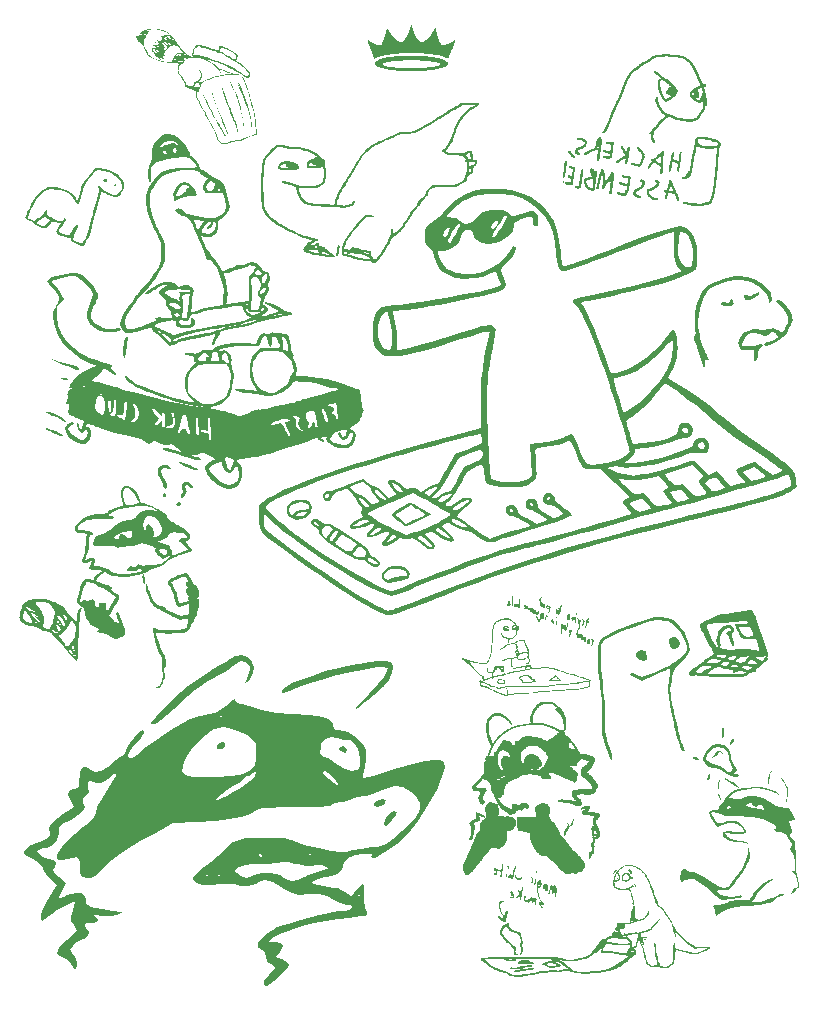
<source format=gbo>
%TF.GenerationSoftware,KiCad,Pcbnew,8.0.8*%
%TF.CreationDate,2025-02-13T12:07:57-05:00*%
%TF.ProjectId,SplashPad,53706c61-7368-4506-9164-2e6b69636164,1*%
%TF.SameCoordinates,Original*%
%TF.FileFunction,Legend,Bot*%
%TF.FilePolarity,Positive*%
%FSLAX46Y46*%
G04 Gerber Fmt 4.6, Leading zero omitted, Abs format (unit mm)*
G04 Created by KiCad (PCBNEW 8.0.8) date 2025-02-13 12:07:57*
%MOMM*%
%LPD*%
G01*
G04 APERTURE LIST*
%ADD10C,0.000000*%
G04 APERTURE END LIST*
D10*
%TO.C,G\u002A\u002A\u002A*%
G36*
X178831405Y-118191741D02*
G01*
X178843879Y-118239831D01*
X178836858Y-118278833D01*
X178808004Y-118299624D01*
X178784603Y-118287921D01*
X178772128Y-118239831D01*
X178779150Y-118200829D01*
X178808004Y-118180038D01*
X178831405Y-118191741D01*
G37*
G36*
X174421792Y-122924407D02*
G01*
X174444261Y-122955455D01*
X174427181Y-122995355D01*
X174426497Y-122996029D01*
X174383866Y-123013333D01*
X174342263Y-123000237D01*
X174323540Y-122963466D01*
X174336446Y-122926842D01*
X174383333Y-122915631D01*
X174421792Y-122924407D01*
G37*
G36*
X180524858Y-117852851D02*
G01*
X180538156Y-117889581D01*
X180541996Y-117964784D01*
X180541698Y-117998579D01*
X180536709Y-118054199D01*
X180521619Y-118078816D01*
X180491372Y-118084370D01*
X180481945Y-118084144D01*
X180452395Y-118071637D01*
X180455170Y-118030556D01*
X180464214Y-117982701D01*
X180469918Y-117910970D01*
X180477388Y-117866340D01*
X180506121Y-117845198D01*
X180524858Y-117852851D01*
G37*
G36*
X176419969Y-122063427D02*
G01*
X176428249Y-122097666D01*
X176422935Y-122127401D01*
X176398352Y-122158360D01*
X176389359Y-122161042D01*
X176337366Y-122168429D01*
X176266808Y-122172312D01*
X176245216Y-122172061D01*
X176184815Y-122160612D01*
X176162605Y-122138638D01*
X176181120Y-122114260D01*
X176242891Y-122095601D01*
X176311162Y-122082543D01*
X176374435Y-122066277D01*
X176386401Y-122062726D01*
X176419969Y-122063427D01*
G37*
G36*
X178803676Y-118575760D02*
G01*
X178816797Y-118623395D01*
X178820330Y-118692337D01*
X178813777Y-118768101D01*
X178796637Y-118836202D01*
X178766595Y-118884375D01*
X178733464Y-118899738D01*
X178710425Y-118881988D01*
X178710300Y-118831780D01*
X178713025Y-118819664D01*
X178727087Y-118746195D01*
X178740116Y-118664360D01*
X178742755Y-118647777D01*
X178761603Y-118585278D01*
X178787197Y-118562712D01*
X178803676Y-118575760D01*
G37*
G36*
X175061210Y-116411940D02*
G01*
X175072969Y-116427137D01*
X175080943Y-116463461D01*
X175085806Y-116527587D01*
X175088230Y-116626188D01*
X175088889Y-116765937D01*
X175088744Y-116816172D01*
X175087057Y-116945214D01*
X175083778Y-117058802D01*
X175079281Y-117146144D01*
X175073941Y-117196446D01*
X175073179Y-117200093D01*
X175054801Y-117250428D01*
X175032086Y-117271191D01*
X175027031Y-117262652D01*
X175019898Y-117214632D01*
X175014369Y-117130899D01*
X175010592Y-117018983D01*
X175008713Y-116886413D01*
X175008878Y-116740718D01*
X175011234Y-116589426D01*
X175015926Y-116440066D01*
X175020519Y-116426331D01*
X175053013Y-116410170D01*
X175061210Y-116411940D01*
G37*
G36*
X177934568Y-118013512D02*
G01*
X177994638Y-118042950D01*
X178037964Y-118104536D01*
X178054614Y-118185360D01*
X178049724Y-118229272D01*
X178025518Y-118247968D01*
X177967823Y-118251790D01*
X177881031Y-118251790D01*
X177897155Y-118373338D01*
X177902281Y-118414743D01*
X177904722Y-118466050D01*
X177894922Y-118486469D01*
X177870340Y-118486738D01*
X177852792Y-118479811D01*
X177830678Y-118444966D01*
X177819848Y-118373087D01*
X177817012Y-118284472D01*
X177827600Y-118209005D01*
X177856296Y-118168061D01*
X177905587Y-118155325D01*
X177970904Y-118154530D01*
X177917090Y-118109637D01*
X177905584Y-118099637D01*
X177868612Y-118053568D01*
X177874042Y-118023424D01*
X177921713Y-118012618D01*
X177934568Y-118013512D01*
G37*
G36*
X181832223Y-120092532D02*
G01*
X181866955Y-120129285D01*
X181886644Y-120160552D01*
X181914356Y-120192407D01*
X181918937Y-120200170D01*
X181920545Y-120247295D01*
X181909693Y-120326487D01*
X181888269Y-120428243D01*
X181858158Y-120543062D01*
X181821246Y-120661441D01*
X181812945Y-120674680D01*
X181774479Y-120691338D01*
X181773609Y-120691324D01*
X181747605Y-120669759D01*
X181739070Y-120613996D01*
X181748007Y-120534118D01*
X181774418Y-120440208D01*
X181778229Y-120429281D01*
X181801633Y-120335368D01*
X181808665Y-120249232D01*
X181799353Y-120183274D01*
X181773729Y-120149892D01*
X181757175Y-120139568D01*
X181737853Y-120101145D01*
X181751304Y-120076982D01*
X181788182Y-120073900D01*
X181832223Y-120092532D01*
G37*
G36*
X178471355Y-118405777D02*
G01*
X178485122Y-118443877D01*
X178491454Y-118473786D01*
X178520998Y-118506229D01*
X178539911Y-118533351D01*
X178553311Y-118591039D01*
X178558716Y-118660679D01*
X178554765Y-118724030D01*
X178540102Y-118762849D01*
X178528823Y-118769544D01*
X178486289Y-118772599D01*
X178475499Y-118768270D01*
X178453256Y-118730931D01*
X178441957Y-118652186D01*
X178435585Y-118591386D01*
X178420874Y-118546910D01*
X178399087Y-118549394D01*
X178369889Y-118598588D01*
X178352480Y-118626682D01*
X178316157Y-118654374D01*
X178283833Y-118653763D01*
X178269868Y-118621552D01*
X178271361Y-118609554D01*
X178288349Y-118556412D01*
X178318189Y-118490008D01*
X178339458Y-118452054D01*
X178379210Y-118407824D01*
X178425816Y-118395292D01*
X178471355Y-118405777D01*
G37*
G36*
X181029640Y-118355720D02*
G01*
X181061921Y-118398567D01*
X181082760Y-118466129D01*
X181085385Y-118480762D01*
X181105155Y-118540512D01*
X181131023Y-118562712D01*
X181156985Y-118577979D01*
X181162382Y-118613690D01*
X181141307Y-118645568D01*
X181133392Y-118655695D01*
X181116418Y-118703143D01*
X181102374Y-118772545D01*
X181096927Y-118805793D01*
X181080746Y-118879019D01*
X181064275Y-118927449D01*
X181045083Y-118950036D01*
X180995580Y-118969304D01*
X180975571Y-118966865D01*
X180954152Y-118943911D01*
X180948588Y-118886430D01*
X180949881Y-118861219D01*
X180963304Y-118777711D01*
X180986595Y-118691606D01*
X181007470Y-118618547D01*
X181011291Y-118551805D01*
X180995254Y-118474830D01*
X180987280Y-118443485D01*
X180977495Y-118385303D01*
X180980131Y-118355776D01*
X180994388Y-118346697D01*
X181029640Y-118355720D01*
G37*
G36*
X174889392Y-117126593D02*
G01*
X174876129Y-117205415D01*
X174857852Y-117242035D01*
X174823154Y-117265606D01*
X174759424Y-117271187D01*
X174692188Y-117264226D01*
X174631584Y-117233351D01*
X174610546Y-117179905D01*
X174621911Y-117158419D01*
X174669223Y-117157242D01*
X174700323Y-117162204D01*
X174714486Y-117154390D01*
X174693140Y-117118832D01*
X174686404Y-117107275D01*
X174666421Y-117043635D01*
X174658380Y-116966901D01*
X174658412Y-116963315D01*
X174730979Y-116963315D01*
X174740420Y-117000839D01*
X174766008Y-117055933D01*
X174800188Y-117115726D01*
X174801036Y-117052882D01*
X174793198Y-117005672D01*
X174766008Y-116960264D01*
X174764420Y-116958953D01*
X174737101Y-116942890D01*
X174730979Y-116963315D01*
X174658412Y-116963315D01*
X174658730Y-116927969D01*
X174665511Y-116883864D01*
X174689414Y-116867188D01*
X174741249Y-116864596D01*
X174804726Y-116873588D01*
X174848114Y-116909434D01*
X174860895Y-116937994D01*
X174883546Y-117029339D01*
X174884961Y-117052882D01*
X174889392Y-117126593D01*
G37*
G36*
X181516337Y-120088082D02*
G01*
X181542200Y-120135508D01*
X181542234Y-120135746D01*
X181537509Y-120177599D01*
X181500345Y-120189078D01*
X181487860Y-120189740D01*
X181458617Y-120207504D01*
X181450847Y-120258873D01*
X181455952Y-120325221D01*
X181473232Y-120382535D01*
X181498901Y-120404332D01*
X181502883Y-120403474D01*
X181525349Y-120374847D01*
X181547246Y-120316822D01*
X181563849Y-120244642D01*
X181570433Y-120173550D01*
X181570435Y-120172216D01*
X181579232Y-120112429D01*
X181606309Y-120093409D01*
X181619707Y-120098584D01*
X181638012Y-120137007D01*
X181644184Y-120201834D01*
X181638694Y-120279819D01*
X181622013Y-120357713D01*
X181594612Y-120422270D01*
X181591143Y-120427822D01*
X181536113Y-120485361D01*
X181476501Y-120497222D01*
X181416680Y-120462416D01*
X181404256Y-120443711D01*
X181386276Y-120380476D01*
X181378114Y-120297249D01*
X181379898Y-120210706D01*
X181391758Y-120137519D01*
X181413823Y-120094363D01*
X181467783Y-120072546D01*
X181516337Y-120088082D01*
G37*
G36*
X180033913Y-119470758D02*
G01*
X180005988Y-119570620D01*
X179974225Y-119676671D01*
X179942318Y-119776521D01*
X179913959Y-119857778D01*
X179892843Y-119908051D01*
X179885479Y-119919386D01*
X179850771Y-119945151D01*
X179816233Y-119947327D01*
X179800565Y-119922904D01*
X179800606Y-119921776D01*
X179809304Y-119884530D01*
X179830232Y-119817197D01*
X179859139Y-119733519D01*
X179917714Y-119571137D01*
X179859139Y-119532757D01*
X179854950Y-119529963D01*
X179820587Y-119497635D01*
X179804533Y-119451447D01*
X179801225Y-119387373D01*
X179877426Y-119387373D01*
X179880289Y-119415757D01*
X179887483Y-119419499D01*
X179896234Y-119399812D01*
X179894507Y-119387151D01*
X179880289Y-119383867D01*
X179877426Y-119387373D01*
X179801225Y-119387373D01*
X179800565Y-119374593D01*
X179807840Y-119292162D01*
X179832481Y-119244025D01*
X179874371Y-119240384D01*
X179933326Y-119281370D01*
X179941463Y-119288742D01*
X179977333Y-119313112D01*
X179991902Y-119308313D01*
X179995986Y-119295338D01*
X180027778Y-119280226D01*
X180050226Y-119290690D01*
X180063653Y-119334991D01*
X180063475Y-119339170D01*
X180054306Y-119389478D01*
X180051713Y-119399812D01*
X180033913Y-119470758D01*
G37*
G36*
X181564161Y-118237545D02*
G01*
X181563751Y-118260570D01*
X181545967Y-118315014D01*
X181514036Y-118387100D01*
X181448329Y-118521073D01*
X181499393Y-118575428D01*
X181524597Y-118610884D01*
X181541587Y-118671095D01*
X181530757Y-118722478D01*
X181492702Y-118749580D01*
X181464315Y-118746509D01*
X181450847Y-118709380D01*
X181447070Y-118680130D01*
X181428858Y-118647614D01*
X181425901Y-118646271D01*
X181408834Y-118655929D01*
X181388746Y-118696877D01*
X181364335Y-118773072D01*
X181334297Y-118888472D01*
X181297329Y-119047034D01*
X181282541Y-119083433D01*
X181252565Y-119109930D01*
X181224247Y-119105951D01*
X181211676Y-119068039D01*
X181213973Y-119046703D01*
X181225995Y-118982577D01*
X181245992Y-118892260D01*
X181271338Y-118788078D01*
X181275172Y-118772833D01*
X181303086Y-118647972D01*
X181313793Y-118566536D01*
X181307214Y-118529097D01*
X181306079Y-118527946D01*
X181283484Y-118486594D01*
X181292190Y-118454969D01*
X181327998Y-118449203D01*
X181353855Y-118448981D01*
X181386308Y-118421410D01*
X181423733Y-118355548D01*
X181436578Y-118330653D01*
X181483592Y-118262404D01*
X181528115Y-118229692D01*
X181564161Y-118237545D01*
G37*
G36*
X180360647Y-118187322D02*
G01*
X180412160Y-118214205D01*
X180424861Y-118232887D01*
X180442299Y-118306761D01*
X180444320Y-118423297D01*
X180430830Y-118580650D01*
X180423597Y-118629177D01*
X180405589Y-118687774D01*
X180380359Y-118706215D01*
X180371612Y-118704840D01*
X180359185Y-118690208D01*
X180353906Y-118652836D01*
X180355120Y-118584452D01*
X180362172Y-118476787D01*
X180362520Y-118472128D01*
X180369677Y-118367953D01*
X180371550Y-118302663D01*
X180367103Y-118267802D01*
X180355304Y-118254917D01*
X180335119Y-118255553D01*
X180313033Y-118267476D01*
X180278957Y-118318711D01*
X180243032Y-118413420D01*
X180212956Y-118493798D01*
X180179389Y-118548132D01*
X180150009Y-118555889D01*
X180126180Y-118516892D01*
X180109266Y-118430960D01*
X180103240Y-118386482D01*
X180095771Y-118350295D01*
X180091328Y-118353437D01*
X180081470Y-118377507D01*
X180039736Y-118395292D01*
X180017309Y-118393475D01*
X179995914Y-118377186D01*
X179999290Y-118336633D01*
X180026557Y-118262980D01*
X180053569Y-118217501D01*
X180098926Y-118182805D01*
X180143595Y-118181958D01*
X180175595Y-118218532D01*
X180179305Y-118227912D01*
X180192885Y-118244812D01*
X180211908Y-118218532D01*
X180237152Y-118195929D01*
X180295247Y-118181383D01*
X180360647Y-118187322D01*
G37*
G36*
X174424616Y-123660688D02*
G01*
X174446453Y-123680980D01*
X174459781Y-123692934D01*
X174462727Y-123734375D01*
X174454077Y-123758448D01*
X174409592Y-123803391D01*
X174323540Y-123853599D01*
X174276997Y-123875483D01*
X174185356Y-123905590D01*
X174108286Y-123908095D01*
X174030500Y-123900041D01*
X173959772Y-123896497D01*
X173937119Y-123894564D01*
X173866810Y-123862521D01*
X173812799Y-123800589D01*
X173778938Y-123721141D01*
X173769080Y-123636556D01*
X173769860Y-123633204D01*
X173852405Y-123633204D01*
X173855434Y-123691469D01*
X173903849Y-123761197D01*
X173931100Y-123787369D01*
X173986881Y-123816273D01*
X174065289Y-123822967D01*
X174098524Y-123821900D01*
X174195526Y-123807045D01*
X174261051Y-123771006D01*
X174306195Y-123708510D01*
X174341922Y-123636892D01*
X174154026Y-123586192D01*
X174093163Y-123570038D01*
X174020079Y-123553183D01*
X173972858Y-123548784D01*
X173938915Y-123556281D01*
X173905664Y-123575111D01*
X173894797Y-123582648D01*
X173852405Y-123633204D01*
X173769860Y-123633204D01*
X173787078Y-123559209D01*
X173836787Y-123501476D01*
X173894851Y-123478830D01*
X173999566Y-123472296D01*
X174131261Y-123490618D01*
X174282462Y-123533262D01*
X174346312Y-123558343D01*
X174396179Y-123590849D01*
X174414893Y-123628631D01*
X174417399Y-123636892D01*
X174424616Y-123660688D01*
G37*
G36*
X178286777Y-117391401D02*
G01*
X178268418Y-117470932D01*
X178242497Y-117568123D01*
X178212890Y-117669135D01*
X178183476Y-117760127D01*
X178158132Y-117827260D01*
X178127051Y-117881974D01*
X178092290Y-117913099D01*
X178065403Y-117909493D01*
X178054614Y-117867928D01*
X178063247Y-117818054D01*
X178087609Y-117754321D01*
X178114423Y-117689866D01*
X178137344Y-117612006D01*
X178143091Y-117584119D01*
X178143425Y-117549073D01*
X178118631Y-117536136D01*
X178057356Y-117534275D01*
X177999412Y-117528591D01*
X177944333Y-117498020D01*
X177917839Y-117435783D01*
X177916817Y-117386735D01*
X177986782Y-117386735D01*
X178011563Y-117433823D01*
X178027992Y-117447205D01*
X178065377Y-117461763D01*
X178074676Y-117460187D01*
X178115755Y-117440132D01*
X178156036Y-117409168D01*
X178174200Y-117382771D01*
X178171881Y-117376375D01*
X178141268Y-117351618D01*
X178090381Y-117326044D01*
X178038794Y-117308416D01*
X178006077Y-117307497D01*
X177986973Y-117335445D01*
X177986782Y-117386735D01*
X177916817Y-117386735D01*
X177915760Y-117336045D01*
X177917846Y-117310104D01*
X177927729Y-117258966D01*
X177952095Y-117236323D01*
X178002549Y-117227686D01*
X178066530Y-117230668D01*
X178144484Y-117249110D01*
X178217830Y-117277826D01*
X178272317Y-117311151D01*
X178293696Y-117343419D01*
X178288021Y-117382771D01*
X178286777Y-117391401D01*
G37*
G36*
X179943509Y-118265980D02*
G01*
X179934901Y-118360217D01*
X179916312Y-118430043D01*
X179895507Y-118462528D01*
X179845239Y-118490689D01*
X179790068Y-118478127D01*
X179742494Y-118425189D01*
X179728647Y-118400955D01*
X179716425Y-118389035D01*
X179709745Y-118406232D01*
X179706818Y-118458784D01*
X179705854Y-118552932D01*
X179705844Y-118560910D01*
X179710702Y-118672279D01*
X179723092Y-118780736D01*
X179740513Y-118863855D01*
X179752329Y-118905132D01*
X179769519Y-118976573D01*
X179776389Y-119023117D01*
X179770489Y-119053577D01*
X179747023Y-119063726D01*
X179714839Y-119040326D01*
X179683906Y-118987242D01*
X179677011Y-118967140D01*
X179659079Y-118879108D01*
X179646182Y-118761012D01*
X179638837Y-118626081D01*
X179637558Y-118487545D01*
X179642861Y-118358634D01*
X179653587Y-118266908D01*
X179800565Y-118266908D01*
X179802830Y-118302858D01*
X179816391Y-118348433D01*
X179836817Y-118361037D01*
X179857852Y-118333406D01*
X179860618Y-118324297D01*
X179868688Y-118268402D01*
X179871556Y-118196020D01*
X179871249Y-118170081D01*
X179867998Y-118124527D01*
X179857664Y-118117678D01*
X179835680Y-118142754D01*
X179811302Y-118196900D01*
X179800565Y-118266908D01*
X179653587Y-118266908D01*
X179655263Y-118252577D01*
X179671574Y-118176114D01*
X179709129Y-118062860D01*
X179754426Y-117984947D01*
X179804472Y-117945452D01*
X179856273Y-117947452D01*
X179906836Y-117994023D01*
X179913096Y-118004838D01*
X179932242Y-118071489D01*
X179942501Y-118164137D01*
X179942817Y-118196020D01*
X179943509Y-118265980D01*
G37*
G36*
X174520163Y-118953513D02*
G01*
X174558498Y-118959026D01*
X174665693Y-118989822D01*
X174731599Y-119037736D01*
X174754049Y-119101399D01*
X174753620Y-119112449D01*
X174736932Y-119153309D01*
X174703747Y-119154364D01*
X174664737Y-119114097D01*
X174661371Y-119109285D01*
X174615080Y-119071919D01*
X174549812Y-119043847D01*
X174501654Y-119033160D01*
X174453226Y-119038073D01*
X174405706Y-119070787D01*
X174366609Y-119117404D01*
X174350405Y-119189396D01*
X174380751Y-119262289D01*
X174384283Y-119266878D01*
X174418603Y-119300068D01*
X174437403Y-119288963D01*
X174443126Y-119232392D01*
X174447527Y-119184929D01*
X174470595Y-119164641D01*
X174526836Y-119160641D01*
X174582210Y-119164413D01*
X174605880Y-119184185D01*
X174610546Y-119232392D01*
X174611505Y-119257094D01*
X174624982Y-119297392D01*
X174654900Y-119293114D01*
X174701942Y-119244351D01*
X174716123Y-119227325D01*
X174761231Y-119190193D01*
X174791086Y-119194855D01*
X174801883Y-119241422D01*
X174793272Y-119286180D01*
X174753227Y-119337655D01*
X174673767Y-119390554D01*
X174648629Y-119401477D01*
X174579487Y-119416606D01*
X174503619Y-119420518D01*
X174438713Y-119412998D01*
X174402460Y-119393833D01*
X174382494Y-119371619D01*
X174335499Y-119337556D01*
X174309507Y-119315379D01*
X174289866Y-119267083D01*
X174280296Y-119184045D01*
X174278699Y-119150625D01*
X174281342Y-119084174D01*
X174298689Y-119039550D01*
X174336370Y-118998086D01*
X174349297Y-118986445D01*
X174392888Y-118957249D01*
X174443166Y-118947891D01*
X174520163Y-118953513D01*
G37*
G36*
X179167180Y-123562715D02*
G01*
X179172424Y-123592339D01*
X179165007Y-123635984D01*
X179149703Y-123644365D01*
X179101640Y-123651173D01*
X179017812Y-123653847D01*
X178894248Y-123652490D01*
X178726975Y-123647202D01*
X178613900Y-123642549D01*
X178481232Y-123636114D01*
X178368493Y-123629565D01*
X178284974Y-123623454D01*
X178239972Y-123618333D01*
X178234513Y-123617208D01*
X178184915Y-123596821D01*
X178174039Y-123564029D01*
X178182922Y-123549584D01*
X178299179Y-123549584D01*
X178308946Y-123551058D01*
X178358604Y-123554765D01*
X178442842Y-123559641D01*
X178553408Y-123565223D01*
X178682052Y-123571049D01*
X178730377Y-123573109D01*
X178868887Y-123578146D01*
X178964170Y-123578256D01*
X179019766Y-123571314D01*
X179039215Y-123555192D01*
X179026057Y-123527766D01*
X178983831Y-123486909D01*
X178916077Y-123430495D01*
X178863320Y-123388155D01*
X178787554Y-123335820D01*
X178724532Y-123313075D01*
X178661410Y-123319578D01*
X178585348Y-123354985D01*
X178483504Y-123418954D01*
X178433496Y-123452125D01*
X178362422Y-123500708D01*
X178314871Y-123535163D01*
X178299179Y-123549584D01*
X178182922Y-123549584D01*
X178203039Y-123516870D01*
X178273068Y-123453385D01*
X178385282Y-123371614D01*
X178449872Y-123325629D01*
X178532831Y-123261010D01*
X178595734Y-123205307D01*
X178628495Y-123167005D01*
X178645195Y-123140653D01*
X178682628Y-123110247D01*
X178712249Y-123119161D01*
X178724294Y-123167359D01*
X178725486Y-123187710D01*
X178744845Y-123223624D01*
X178798425Y-123242576D01*
X178851158Y-123266045D01*
X178923763Y-123315300D01*
X179003520Y-123379885D01*
X179078578Y-123449510D01*
X179137082Y-123513883D01*
X179162543Y-123555192D01*
X179167180Y-123562715D01*
G37*
G36*
X175729374Y-116658823D02*
G01*
X175733336Y-116691626D01*
X175725902Y-116760543D01*
X175722201Y-116791602D01*
X175713444Y-116884028D01*
X175704621Y-116998007D01*
X175697174Y-117115726D01*
X175693374Y-117179538D01*
X175686150Y-117281420D01*
X175678982Y-117362269D01*
X175672974Y-117408710D01*
X175658546Y-117441437D01*
X175617673Y-117462524D01*
X175592746Y-117454468D01*
X175564593Y-117415506D01*
X175536692Y-117336959D01*
X175500026Y-117211394D01*
X175482805Y-117289125D01*
X175464575Y-117334601D01*
X175436349Y-117363962D01*
X175410884Y-117365500D01*
X175399812Y-117333057D01*
X175397651Y-117318803D01*
X175377870Y-117311291D01*
X175327452Y-117326572D01*
X175290106Y-117337804D01*
X175224633Y-117334698D01*
X175185560Y-117291766D01*
X175172599Y-117208787D01*
X175175397Y-117155384D01*
X175190753Y-117120960D01*
X175226412Y-117108083D01*
X175231043Y-117107564D01*
X175271305Y-117120136D01*
X175281251Y-117153639D01*
X175254225Y-117188765D01*
X175242859Y-117199557D01*
X175252141Y-117228752D01*
X175282772Y-117242084D01*
X175314424Y-117222473D01*
X175328060Y-117174107D01*
X175332953Y-117148124D01*
X175357542Y-117128505D01*
X175386863Y-117140233D01*
X175402641Y-117181498D01*
X175404399Y-117202093D01*
X175410091Y-117205441D01*
X175420814Y-117163560D01*
X175425405Y-117144873D01*
X175449544Y-117102890D01*
X175495715Y-117091808D01*
X175518624Y-117093780D01*
X175555910Y-117116834D01*
X175583820Y-117175518D01*
X175590339Y-117194487D01*
X175603051Y-117226275D01*
X175610128Y-117225040D01*
X175613803Y-117185848D01*
X175616312Y-117103767D01*
X175621626Y-116961497D01*
X175632182Y-116825771D01*
X175647717Y-116731451D01*
X175668844Y-116675068D01*
X175696178Y-116653152D01*
X175710975Y-116651147D01*
X175729374Y-116658823D01*
G37*
G36*
X177757610Y-118097246D02*
G01*
X177724936Y-118232085D01*
X177721411Y-118241475D01*
X177689033Y-118314479D01*
X177657544Y-118352609D01*
X177618402Y-118366654D01*
X177599418Y-118367820D01*
X177559285Y-118352546D01*
X177528958Y-118300882D01*
X177526719Y-118295589D01*
X177501186Y-118247590D01*
X177480813Y-118227872D01*
X177468902Y-118245413D01*
X177451633Y-118298496D01*
X177434021Y-118374709D01*
X177419507Y-118443339D01*
X177399833Y-118524225D01*
X177383667Y-118578005D01*
X177361245Y-118618067D01*
X177321875Y-118634536D01*
X177274323Y-118606101D01*
X177220006Y-118533772D01*
X177160340Y-118418561D01*
X177151957Y-118399954D01*
X177105378Y-118287756D01*
X177082918Y-118212172D01*
X177083836Y-118169520D01*
X177107388Y-118156121D01*
X177132471Y-118170795D01*
X177172888Y-118227878D01*
X177221299Y-118324634D01*
X177230793Y-118345414D01*
X177267405Y-118417253D01*
X177297134Y-118463207D01*
X177314282Y-118474116D01*
X177316505Y-118470989D01*
X177331723Y-118430135D01*
X177351370Y-118356909D01*
X177372856Y-118263759D01*
X177393587Y-118163132D01*
X177410971Y-118067476D01*
X177418690Y-118014716D01*
X177536220Y-118014716D01*
X177541109Y-118071216D01*
X177570519Y-118159475D01*
X177596917Y-118218130D01*
X177619278Y-118249692D01*
X177630048Y-118242212D01*
X177625387Y-118193323D01*
X177629622Y-118165428D01*
X177650404Y-118115796D01*
X177667724Y-118060251D01*
X177651612Y-117998985D01*
X177623009Y-117957467D01*
X177584722Y-117951676D01*
X177543883Y-117993478D01*
X177536220Y-118014716D01*
X177418690Y-118014716D01*
X177422417Y-117989238D01*
X177425331Y-117940867D01*
X177424702Y-117922863D01*
X177434044Y-117893286D01*
X177467857Y-117874650D01*
X177537638Y-117858526D01*
X177576111Y-117851509D01*
X177632326Y-117846667D01*
X177667341Y-117858415D01*
X177698315Y-117890129D01*
X177747476Y-117982267D01*
X177754349Y-118060251D01*
X177757610Y-118097246D01*
G37*
G36*
X179219145Y-117184055D02*
G01*
X179219617Y-117211871D01*
X179206863Y-117271853D01*
X179183592Y-117350806D01*
X179162989Y-117420300D01*
X179144691Y-117528544D01*
X179147544Y-117638280D01*
X179150935Y-117673828D01*
X179153201Y-117736142D01*
X179144820Y-117765863D01*
X179123970Y-117773447D01*
X179112649Y-117776470D01*
X179080527Y-117817182D01*
X179048204Y-117904991D01*
X179031126Y-117953903D01*
X179000444Y-118011060D01*
X178970783Y-118039125D01*
X178948399Y-118033278D01*
X178939548Y-117988701D01*
X178938225Y-117972707D01*
X178918030Y-117947514D01*
X178863701Y-117940867D01*
X178851881Y-117940646D01*
X178769914Y-117920730D01*
X178720274Y-117867637D01*
X178702299Y-117780101D01*
X178715325Y-117656851D01*
X178735663Y-117603712D01*
X178766270Y-117582110D01*
X178785459Y-117588837D01*
X178794486Y-117620798D01*
X178790242Y-117688786D01*
X178786443Y-117740153D01*
X178794221Y-117796579D01*
X178822509Y-117835544D01*
X178845410Y-117855208D01*
X178867544Y-117861941D01*
X178882650Y-117834321D01*
X178884471Y-117827787D01*
X178881135Y-117775143D01*
X178859231Y-117710669D01*
X178827170Y-117628779D01*
X178824277Y-117575959D01*
X178853113Y-117558193D01*
X178860036Y-117559385D01*
X178893731Y-117588987D01*
X178927434Y-117647134D01*
X178953830Y-117718816D01*
X178965604Y-117789020D01*
X178966092Y-117800117D01*
X178970768Y-117821278D01*
X178981395Y-117801981D01*
X179000138Y-117739096D01*
X179001766Y-117733147D01*
X179019960Y-117656297D01*
X179018574Y-117609287D01*
X178992850Y-117577282D01*
X178938031Y-117545450D01*
X178935045Y-117543877D01*
X178886922Y-117507292D01*
X178867443Y-117471211D01*
X178878406Y-117446670D01*
X178921610Y-117444702D01*
X178958668Y-117454129D01*
X179013785Y-117472625D01*
X179024349Y-117475556D01*
X179046543Y-117465118D01*
X179067859Y-117423500D01*
X179093139Y-117342783D01*
X179112517Y-117282993D01*
X179148335Y-117209806D01*
X179185028Y-117175378D01*
X179219145Y-117184055D01*
G37*
G36*
X177510468Y-116485030D02*
G01*
X177525363Y-116506261D01*
X177520347Y-116559652D01*
X177503188Y-116661479D01*
X177489859Y-116755260D01*
X177486196Y-116819836D01*
X177492654Y-116865133D01*
X177509693Y-116901075D01*
X177537769Y-116937587D01*
X177549012Y-116951656D01*
X177585480Y-117009716D01*
X177600188Y-117054978D01*
X177609102Y-117082353D01*
X177648023Y-117110697D01*
X177684867Y-117136888D01*
X177695857Y-117195785D01*
X177702756Y-117250920D01*
X177719774Y-117283145D01*
X177736238Y-117281737D01*
X177747069Y-117243288D01*
X177744942Y-117169539D01*
X177751391Y-117141233D01*
X177793133Y-117127684D01*
X177803604Y-117127892D01*
X177830342Y-117136050D01*
X177838522Y-117165577D01*
X177833217Y-117229332D01*
X177830905Y-117246438D01*
X177814748Y-117329368D01*
X177794823Y-117396752D01*
X177776716Y-117430389D01*
X177733348Y-117461324D01*
X177688110Y-117448997D01*
X177652613Y-117393659D01*
X177641751Y-117366414D01*
X177614008Y-117336151D01*
X177566563Y-117336654D01*
X177554548Y-117338517D01*
X177512662Y-117330647D01*
X177507899Y-117295538D01*
X177541156Y-117236719D01*
X177565922Y-117199150D01*
X177572419Y-117163099D01*
X177540395Y-117151601D01*
X177517248Y-117140251D01*
X177504520Y-117093220D01*
X177504380Y-117083053D01*
X177495962Y-117032700D01*
X177478996Y-117024229D01*
X177459747Y-117054718D01*
X177444476Y-117121242D01*
X177441677Y-117141885D01*
X177428706Y-117223849D01*
X177415373Y-117270071D01*
X177397457Y-117290505D01*
X177370737Y-117295104D01*
X177355058Y-117293126D01*
X177340529Y-117272239D01*
X177346414Y-117218636D01*
X177351245Y-117192448D01*
X177364113Y-117110002D01*
X177375697Y-117021319D01*
X177379347Y-116986625D01*
X177380009Y-116924534D01*
X177364439Y-116882824D01*
X177327518Y-116842489D01*
X177295145Y-116805580D01*
X177269313Y-116753574D01*
X177269537Y-116713330D01*
X177298296Y-116697176D01*
X177322742Y-116704113D01*
X177363652Y-116736226D01*
X177379070Y-116753373D01*
X177397354Y-116756901D01*
X177412030Y-116718288D01*
X177413104Y-116714274D01*
X177424413Y-116648423D01*
X177430384Y-116571611D01*
X177434022Y-116523333D01*
X177449240Y-116490119D01*
X177483264Y-116481921D01*
X177510468Y-116485030D01*
G37*
G36*
X176422984Y-123123810D02*
G01*
X176471541Y-123140537D01*
X176521889Y-123177066D01*
X176584252Y-123238508D01*
X176668852Y-123329973D01*
X176680723Y-123342842D01*
X176764430Y-123426729D01*
X176826978Y-123474497D01*
X176872834Y-123489643D01*
X176881737Y-123489826D01*
X176920475Y-123503763D01*
X176930508Y-123549436D01*
X176917276Y-123596342D01*
X176875222Y-123608218D01*
X176803371Y-123583203D01*
X176781376Y-123568302D01*
X176727263Y-123522057D01*
X176656771Y-123455231D01*
X176579513Y-123376693D01*
X176407896Y-123196209D01*
X176292507Y-123209503D01*
X176163473Y-123226603D01*
X176014152Y-123252341D01*
X175889261Y-123280691D01*
X175800479Y-123309284D01*
X175717367Y-123344010D01*
X175817538Y-123451578D01*
X175859138Y-123500125D01*
X175919896Y-123583865D01*
X175962280Y-123657984D01*
X175976586Y-123688880D01*
X176003547Y-123732990D01*
X176033308Y-123746590D01*
X176080026Y-123739478D01*
X176091228Y-123737194D01*
X176159059Y-123728765D01*
X176253513Y-123721877D01*
X176357758Y-123717842D01*
X176391292Y-123716865D01*
X176485073Y-123711140D01*
X176558139Y-123702365D01*
X176596929Y-123692003D01*
X176614660Y-123684130D01*
X176674483Y-123667849D01*
X176751130Y-123654242D01*
X176784563Y-123649532D01*
X176879936Y-123634708D01*
X176960405Y-123620500D01*
X177000491Y-123613949D01*
X177039469Y-123616197D01*
X177050094Y-123637170D01*
X177050060Y-123638329D01*
X177026998Y-123669801D01*
X176970679Y-123698979D01*
X176895039Y-123720454D01*
X176814016Y-123728814D01*
X176738984Y-123739755D01*
X176662637Y-123767163D01*
X176655601Y-123770683D01*
X176597738Y-123790107D01*
X176523881Y-123796252D01*
X176418675Y-123790592D01*
X176339949Y-123786031D01*
X176258378Y-123788527D01*
X176212994Y-123800316D01*
X176195428Y-123807821D01*
X176135262Y-123817649D01*
X176058571Y-123818741D01*
X176011497Y-123815523D01*
X175958288Y-123803762D01*
X175924215Y-123774647D01*
X175891151Y-123717182D01*
X175849302Y-123651243D01*
X175786430Y-123569824D01*
X175716194Y-123490635D01*
X175704626Y-123478423D01*
X175648375Y-123413136D01*
X175611474Y-123360146D01*
X175601422Y-123329949D01*
X175601763Y-123329082D01*
X175644775Y-123282491D01*
X175734405Y-123239115D01*
X175869542Y-123199281D01*
X176049077Y-123163318D01*
X176271900Y-123131553D01*
X176290346Y-123129322D01*
X176365993Y-123121776D01*
X176422984Y-123123810D01*
G37*
G36*
X179633145Y-119104417D02*
G01*
X179633147Y-119105751D01*
X179635945Y-119124765D01*
X179641944Y-119165539D01*
X179651995Y-119172599D01*
X179669021Y-119184558D01*
X179689942Y-119193436D01*
X179704896Y-119232392D01*
X179698412Y-119260310D01*
X179683228Y-119271196D01*
X179670632Y-119280226D01*
X179647764Y-119289277D01*
X179621186Y-119328061D01*
X179602681Y-119358063D01*
X179555925Y-119375330D01*
X179498413Y-119359882D01*
X179443534Y-119312864D01*
X179438562Y-119306271D01*
X179397885Y-119236117D01*
X179387409Y-119210042D01*
X179489824Y-119210042D01*
X179510509Y-119238371D01*
X179517965Y-119247631D01*
X179549759Y-119278355D01*
X179561394Y-119271196D01*
X179552663Y-119258846D01*
X179519539Y-119229341D01*
X179502209Y-119215981D01*
X179489824Y-119210042D01*
X179387409Y-119210042D01*
X179372366Y-119172599D01*
X179465725Y-119172599D01*
X179477684Y-119184558D01*
X179489642Y-119172599D01*
X179477684Y-119160641D01*
X179465725Y-119172599D01*
X179372366Y-119172599D01*
X179366261Y-119157402D01*
X179359516Y-119137399D01*
X179353048Y-119124765D01*
X179441808Y-119124765D01*
X179453766Y-119136724D01*
X179465725Y-119124765D01*
X179453766Y-119112807D01*
X179441808Y-119124765D01*
X179353048Y-119124765D01*
X179333047Y-119085696D01*
X179306934Y-119064972D01*
X179301756Y-119065412D01*
X179273173Y-119090636D01*
X179253671Y-119156256D01*
X179242823Y-119264539D01*
X179240200Y-119417750D01*
X179239873Y-119504901D01*
X179235614Y-119583727D01*
X179226198Y-119626253D01*
X179210759Y-119638984D01*
X179200937Y-119637388D01*
X179175596Y-119608698D01*
X179160754Y-119541819D01*
X179156002Y-119433838D01*
X179160937Y-119281843D01*
X179163038Y-119235738D01*
X179164171Y-119131016D01*
X179159723Y-119051327D01*
X179150139Y-119007955D01*
X179138886Y-118978397D01*
X179138743Y-118918820D01*
X179161614Y-118869971D01*
X179201681Y-118849718D01*
X179228663Y-118845960D01*
X179262429Y-118825801D01*
X179276861Y-118813263D01*
X179321938Y-118801884D01*
X179323738Y-118801910D01*
X179352267Y-118813995D01*
X179373933Y-118854646D01*
X179393974Y-118933428D01*
X179408260Y-118994776D01*
X179424242Y-119046360D01*
X179435228Y-119065197D01*
X179438271Y-119046940D01*
X179432783Y-119005179D01*
X179514292Y-119005179D01*
X179517238Y-119021371D01*
X179537476Y-119064972D01*
X179550792Y-119081209D01*
X179560661Y-119076931D01*
X179557715Y-119060739D01*
X179537476Y-119017138D01*
X179524161Y-119000901D01*
X179514292Y-119005179D01*
X179432783Y-119005179D01*
X179430426Y-118987242D01*
X179428351Y-118974031D01*
X179430235Y-118898376D01*
X179461277Y-118859361D01*
X179520561Y-118858295D01*
X179536713Y-118864113D01*
X179587583Y-118912175D01*
X179621079Y-118995230D01*
X179630108Y-119076931D01*
X179633145Y-119104417D01*
G37*
G36*
X176274514Y-117374690D02*
G01*
X176276354Y-117412741D01*
X176262397Y-117470358D01*
X176259098Y-117478733D01*
X176236803Y-117514767D01*
X176199096Y-117530693D01*
X176129876Y-117534275D01*
X176083367Y-117532775D01*
X176035670Y-117521988D01*
X176021657Y-117498400D01*
X176030667Y-117477335D01*
X176070106Y-117462524D01*
X176070751Y-117462524D01*
X176101477Y-117459016D01*
X176104510Y-117439852D01*
X176082064Y-117391960D01*
X176067872Y-117354897D01*
X176165160Y-117354897D01*
X176177119Y-117366855D01*
X176189077Y-117354897D01*
X176177119Y-117342938D01*
X176165160Y-117354897D01*
X176067872Y-117354897D01*
X176056757Y-117325871D01*
X176045574Y-117260416D01*
X176046647Y-117238331D01*
X176063575Y-117206942D01*
X176112542Y-117199436D01*
X176163147Y-117205076D01*
X176202232Y-117221327D01*
X176229856Y-117236865D01*
X176284746Y-117251224D01*
X176338983Y-117277050D01*
X176392373Y-117348853D01*
X176397044Y-117357403D01*
X176443826Y-117419064D01*
X176493449Y-117438542D01*
X176499177Y-117438770D01*
X176547832Y-117462320D01*
X176594040Y-117528296D01*
X176641389Y-117617985D01*
X176641701Y-117595043D01*
X176742024Y-117595043D01*
X176745760Y-117637204D01*
X176773827Y-117714422D01*
X176780118Y-117729165D01*
X176808661Y-117782979D01*
X176830348Y-117793581D01*
X176849280Y-117763647D01*
X176851219Y-117754652D01*
X176843714Y-117707246D01*
X176820454Y-117650206D01*
X176790390Y-117602254D01*
X176762474Y-117582110D01*
X176762120Y-117582111D01*
X176742024Y-117595043D01*
X176641701Y-117595043D01*
X176642446Y-117540255D01*
X176642595Y-117534413D01*
X176651097Y-117483449D01*
X176668188Y-117462524D01*
X176699200Y-117466600D01*
X176776224Y-117498002D01*
X176851786Y-117550123D01*
X176905978Y-117610567D01*
X176917764Y-117628936D01*
X176943876Y-117660628D01*
X176954336Y-117658177D01*
X176964346Y-117639948D01*
X177006784Y-117634260D01*
X177033405Y-117643409D01*
X177062970Y-117679592D01*
X177087266Y-117752570D01*
X177087814Y-117754652D01*
X177099158Y-117797738D01*
X177122560Y-117869559D01*
X177143539Y-117899068D01*
X177166006Y-117889644D01*
X177193872Y-117844666D01*
X177198495Y-117835293D01*
X177220526Y-117771148D01*
X177223394Y-117721598D01*
X177225068Y-117688478D01*
X177262559Y-117677778D01*
X177279259Y-117678938D01*
X177306218Y-117697956D01*
X177313183Y-117750482D01*
X177310692Y-117777028D01*
X177290940Y-117850583D01*
X177258035Y-117931231D01*
X177219887Y-118001057D01*
X177184405Y-118042148D01*
X177165085Y-118052928D01*
X177125345Y-118055155D01*
X177091432Y-118019376D01*
X177057422Y-117940867D01*
X177039760Y-117894524D01*
X177015477Y-117841804D01*
X176999636Y-117821281D01*
X176999333Y-117821295D01*
X176984413Y-117842824D01*
X176969972Y-117893032D01*
X176969584Y-117894940D01*
X176947259Y-117948759D01*
X176906439Y-117964784D01*
X176875901Y-117958329D01*
X176843489Y-117928908D01*
X176833348Y-117912321D01*
X176796608Y-117893032D01*
X176769855Y-117882831D01*
X176733621Y-117845198D01*
X176706683Y-117816006D01*
X176662125Y-117797364D01*
X176647992Y-117793593D01*
X176606689Y-117755722D01*
X176561365Y-117683758D01*
X176535870Y-117639067D01*
X176511122Y-117607499D01*
X176501114Y-117612006D01*
X176498000Y-117636465D01*
X176478989Y-117655536D01*
X176446680Y-117636489D01*
X176405533Y-117582913D01*
X176360008Y-117498400D01*
X176356064Y-117490009D01*
X176319330Y-117415594D01*
X176290242Y-117362925D01*
X176274794Y-117342938D01*
X176270535Y-117346261D01*
X176271744Y-117354897D01*
X176274514Y-117374690D01*
G37*
G36*
X180685499Y-119864373D02*
G01*
X180739313Y-119757658D01*
X180772264Y-119699684D01*
X180809535Y-119661447D01*
X180852919Y-119650942D01*
X180882670Y-119653957D01*
X180911297Y-119677123D01*
X180927501Y-119734652D01*
X180931599Y-119755848D01*
X180940543Y-119782892D01*
X180945439Y-119764549D01*
X180956014Y-119728038D01*
X180996422Y-119710735D01*
X180997549Y-119710737D01*
X181029449Y-119714873D01*
X181041307Y-119733663D01*
X181033930Y-119777047D01*
X181008125Y-119854962D01*
X180994618Y-119895395D01*
X180981403Y-119951911D01*
X180989833Y-119966401D01*
X181019859Y-119938526D01*
X181049549Y-119916609D01*
X181106977Y-119902072D01*
X181109747Y-119902080D01*
X181139756Y-119906011D01*
X181155956Y-119924684D01*
X181162575Y-119969124D01*
X181163842Y-120050358D01*
X181164058Y-120083462D01*
X181167563Y-120149156D01*
X181176561Y-120175815D01*
X181192603Y-120169883D01*
X181201117Y-120156388D01*
X181216067Y-120101394D01*
X181222500Y-120027911D01*
X181225654Y-119966765D01*
X181238666Y-119923157D01*
X181265490Y-119906633D01*
X181273602Y-119905478D01*
X181294929Y-119913152D01*
X181304886Y-119947655D01*
X181307345Y-120019420D01*
X181306108Y-120052867D01*
X181292557Y-120151448D01*
X181268872Y-120236428D01*
X181251939Y-120274468D01*
X181218070Y-120319720D01*
X181175993Y-120332581D01*
X181136555Y-120322078D01*
X181110765Y-120285442D01*
X181096468Y-120215572D01*
X181091010Y-120105368D01*
X181090408Y-120075698D01*
X181086600Y-120023620D01*
X181077595Y-120010465D01*
X181060787Y-120029709D01*
X181060284Y-120030485D01*
X181015793Y-120096378D01*
X180984701Y-120129837D01*
X180955437Y-120139087D01*
X180916433Y-120132356D01*
X180893349Y-120125737D01*
X180870457Y-120111074D01*
X180858178Y-120081027D01*
X180853013Y-120024779D01*
X180851464Y-119931513D01*
X180850008Y-119746611D01*
X180787171Y-119871264D01*
X180744364Y-119946148D01*
X180702320Y-119990887D01*
X180652851Y-120011617D01*
X180604897Y-120015140D01*
X180555440Y-119989764D01*
X180526625Y-119925698D01*
X180516191Y-119819770D01*
X180515939Y-119813192D01*
X180593328Y-119813192D01*
X180598060Y-119860672D01*
X180599013Y-119862805D01*
X180606500Y-119859208D01*
X180609085Y-119818362D01*
X180608927Y-119810935D01*
X180604787Y-119779167D01*
X180597173Y-119788921D01*
X180593328Y-119813192D01*
X180515939Y-119813192D01*
X180514456Y-119774393D01*
X180509254Y-119732563D01*
X180502239Y-119728673D01*
X180491758Y-119741825D01*
X180455247Y-119756621D01*
X180416507Y-119755908D01*
X180398493Y-119737692D01*
X180400781Y-119725961D01*
X180417219Y-119678081D01*
X180444295Y-119612127D01*
X180448805Y-119601493D01*
X180478678Y-119520952D01*
X180512475Y-119417267D01*
X180543716Y-119310123D01*
X180546398Y-119300348D01*
X180578001Y-119199826D01*
X180606485Y-119135478D01*
X180629458Y-119112807D01*
X180633331Y-119112680D01*
X180647796Y-119107085D01*
X180656519Y-119088189D01*
X180659631Y-119049138D01*
X180657266Y-118983081D01*
X180649557Y-118883165D01*
X180636636Y-118742537D01*
X180627126Y-118657156D01*
X180611060Y-118549314D01*
X180593506Y-118462477D01*
X180576863Y-118410002D01*
X180564741Y-118385003D01*
X180545100Y-118331501D01*
X180552764Y-118306076D01*
X180588708Y-118299624D01*
X180632481Y-118320354D01*
X180675327Y-118383720D01*
X180691651Y-118415911D01*
X180724228Y-118466702D01*
X180748028Y-118486217D01*
X180757250Y-118468455D01*
X180766230Y-118453727D01*
X180805085Y-118443127D01*
X180810838Y-118443418D01*
X180845386Y-118465057D01*
X180852521Y-118507985D01*
X180828366Y-118553781D01*
X180818685Y-118570611D01*
X180802005Y-118626760D01*
X180789159Y-118702067D01*
X180781766Y-118749092D01*
X180766462Y-118804287D01*
X180750338Y-118825801D01*
X180748717Y-118826090D01*
X180738403Y-118854322D01*
X180735944Y-118926850D01*
X180741450Y-119041055D01*
X180743000Y-119063393D01*
X180748099Y-119160119D01*
X180746916Y-119219036D01*
X180738742Y-119248361D01*
X180722868Y-119256309D01*
X180703786Y-119250032D01*
X180680333Y-119214454D01*
X180672912Y-119209684D01*
X180658753Y-119239109D01*
X180641127Y-119295467D01*
X180622727Y-119368014D01*
X180606247Y-119446005D01*
X180594384Y-119518694D01*
X180589831Y-119575337D01*
X180590289Y-119594681D01*
X180602881Y-119646940D01*
X180637665Y-119669831D01*
X180656513Y-119677273D01*
X180679305Y-119708790D01*
X180685499Y-119773356D01*
X180685499Y-119818362D01*
X180685499Y-119864373D01*
G37*
G36*
X175608186Y-119123386D02*
G01*
X175607854Y-119124765D01*
X175593467Y-119184558D01*
X175587418Y-119209700D01*
X175552050Y-119280268D01*
X175508335Y-119319068D01*
X175494415Y-119333536D01*
X175474476Y-119389930D01*
X175459738Y-119479278D01*
X175449514Y-119551128D01*
X175406492Y-119698662D01*
X175331769Y-119822087D01*
X175218469Y-119934374D01*
X175187066Y-119959655D01*
X175110261Y-120012735D01*
X175039832Y-120042700D01*
X174956570Y-120058665D01*
X174918868Y-120064173D01*
X174848974Y-120083124D01*
X174825800Y-120108124D01*
X174823560Y-120122078D01*
X174801883Y-120141243D01*
X174788968Y-120148106D01*
X174777966Y-120184294D01*
X174774989Y-120208102D01*
X174754279Y-120251033D01*
X174746605Y-120263020D01*
X174729159Y-120314966D01*
X174715257Y-120386593D01*
X174699923Y-120498466D01*
X174780800Y-120474808D01*
X174828133Y-120462986D01*
X174916576Y-120445167D01*
X175011475Y-120429500D01*
X175072859Y-120418623D01*
X175171927Y-120386064D01*
X175257266Y-120331823D01*
X175340807Y-120277333D01*
X175497262Y-120212828D01*
X175682993Y-120171406D01*
X175889219Y-120155517D01*
X176103579Y-120153202D01*
X176124795Y-120224953D01*
X176126783Y-120231460D01*
X176148277Y-120293747D01*
X176180807Y-120380865D01*
X176218152Y-120476083D01*
X176276956Y-120624805D01*
X176362172Y-120852651D01*
X176426668Y-121043406D01*
X176470157Y-121196008D01*
X176492352Y-121309397D01*
X176492968Y-121382512D01*
X176487686Y-121390411D01*
X176471717Y-121414293D01*
X176462216Y-121422724D01*
X176456225Y-121456203D01*
X176460451Y-121521306D01*
X176475009Y-121625561D01*
X176479401Y-121653721D01*
X176500721Y-121795066D01*
X176514107Y-121896634D01*
X176519858Y-121964704D01*
X176518272Y-122005552D01*
X176509649Y-122025457D01*
X176494286Y-122030697D01*
X176472505Y-122014253D01*
X176450876Y-121957762D01*
X176429601Y-121857298D01*
X176416080Y-121780123D01*
X176400504Y-121697794D01*
X176388055Y-121650910D01*
X176375593Y-121632453D01*
X176359975Y-121635400D01*
X176338061Y-121652731D01*
X176305319Y-121677124D01*
X176241197Y-121720053D01*
X176165160Y-121767774D01*
X176141545Y-121781963D01*
X176084977Y-121812745D01*
X176032013Y-121832861D01*
X175969798Y-121845232D01*
X175885475Y-121852780D01*
X175766185Y-121858425D01*
X175498753Y-121869171D01*
X175481984Y-121779784D01*
X175465215Y-121690397D01*
X175318907Y-121706047D01*
X175266553Y-121711612D01*
X175160082Y-121723791D01*
X175089814Y-121736366D01*
X175047626Y-121753973D01*
X175025394Y-121781251D01*
X175014996Y-121822836D01*
X175008307Y-121883367D01*
X175002581Y-121934576D01*
X174990204Y-122032903D01*
X174978552Y-122112735D01*
X174977760Y-122194334D01*
X175001057Y-122277160D01*
X175043196Y-122340457D01*
X175097712Y-122370258D01*
X175128876Y-122382928D01*
X175156630Y-122421737D01*
X175157787Y-122446432D01*
X175138497Y-122457267D01*
X175085123Y-122449853D01*
X175017290Y-122428141D01*
X174948735Y-122373422D01*
X174909839Y-122286422D01*
X174897552Y-122162465D01*
X174899987Y-122089240D01*
X174908681Y-122004499D01*
X174921508Y-121946884D01*
X174933378Y-121892760D01*
X174930613Y-121824704D01*
X174925058Y-121805166D01*
X174908283Y-121779984D01*
X174873046Y-121773204D01*
X174805009Y-121779686D01*
X174658632Y-121803865D01*
X174516191Y-121838378D01*
X174403636Y-121877832D01*
X174401531Y-121878754D01*
X174323935Y-121903350D01*
X174252573Y-121910863D01*
X174200317Y-121901442D01*
X174180038Y-121875236D01*
X174186655Y-121856010D01*
X174222247Y-121839360D01*
X174229833Y-121838814D01*
X174283283Y-121823763D01*
X174348102Y-121794529D01*
X174364567Y-121786877D01*
X174439160Y-121762821D01*
X174538841Y-121740046D01*
X174646712Y-121722621D01*
X174739736Y-121710636D01*
X174926537Y-121684245D01*
X175022814Y-121668066D01*
X175543627Y-121668066D01*
X175557832Y-121753694D01*
X175559180Y-121756842D01*
X175582036Y-121777449D01*
X175632015Y-121787452D01*
X175719273Y-121789078D01*
X175725256Y-121788972D01*
X175854946Y-121781704D01*
X175956162Y-121761967D01*
X176047037Y-121724431D01*
X176145709Y-121663766D01*
X176158178Y-121655263D01*
X176245239Y-121594808D01*
X176301899Y-121551325D01*
X176336704Y-121516434D01*
X176358198Y-121481752D01*
X176374924Y-121438896D01*
X176388848Y-121390411D01*
X176383221Y-121357160D01*
X176349222Y-121331674D01*
X176260695Y-121288156D01*
X176161334Y-121261909D01*
X176055495Y-121263755D01*
X175925989Y-121292088D01*
X175831794Y-121318787D01*
X175736851Y-121348237D01*
X175673191Y-121373633D01*
X175632123Y-121399503D01*
X175604952Y-121430378D01*
X175582986Y-121470785D01*
X175552824Y-121565642D01*
X175543627Y-121668066D01*
X175022814Y-121668066D01*
X175076901Y-121658977D01*
X175198737Y-121633425D01*
X175299955Y-121606176D01*
X175339742Y-121594387D01*
X175398129Y-121581024D01*
X175430320Y-121583581D01*
X175449070Y-121601675D01*
X175452079Y-121606305D01*
X175467045Y-121618329D01*
X175471197Y-121586331D01*
X175460653Y-121549577D01*
X175417750Y-121538497D01*
X175395649Y-121537354D01*
X175368172Y-121517299D01*
X175356441Y-121462665D01*
X175356071Y-121458485D01*
X175358800Y-121405837D01*
X175374835Y-121384935D01*
X175388872Y-121371696D01*
X175385716Y-121325142D01*
X175381959Y-121308297D01*
X175385005Y-121273872D01*
X175418207Y-121265349D01*
X175448016Y-121259700D01*
X175496485Y-121228263D01*
X175504217Y-121218426D01*
X175510758Y-121193084D01*
X175475496Y-121177639D01*
X175443754Y-121164871D01*
X175423729Y-121142974D01*
X175422088Y-121130154D01*
X175405435Y-121120360D01*
X175381067Y-121140188D01*
X175361799Y-121181639D01*
X175340446Y-121223263D01*
X175304243Y-121242893D01*
X175270927Y-121230747D01*
X175256309Y-121186149D01*
X175258022Y-121167142D01*
X175288973Y-121099626D01*
X175346542Y-121047239D01*
X175414695Y-121026178D01*
X175443198Y-121022516D01*
X175465632Y-121002455D01*
X175451813Y-120976662D01*
X175403918Y-120958742D01*
X175372273Y-120946956D01*
X175351977Y-120916887D01*
X175349554Y-120901925D01*
X175328060Y-120882675D01*
X175308566Y-120872637D01*
X175304327Y-120839217D01*
X175320208Y-120800341D01*
X175351977Y-120775048D01*
X175358605Y-120772855D01*
X175391916Y-120753022D01*
X175395662Y-120718621D01*
X175372055Y-120656587D01*
X175341713Y-120615467D01*
X175300304Y-120595669D01*
X175273456Y-120588162D01*
X175256309Y-120547835D01*
X175256973Y-120536085D01*
X175275202Y-120507662D01*
X175327446Y-120500000D01*
X175349770Y-120501927D01*
X175408393Y-120533338D01*
X175452441Y-120605512D01*
X175484012Y-120721416D01*
X175484428Y-120723640D01*
X175491202Y-120782644D01*
X175476831Y-120815138D01*
X175433152Y-120840175D01*
X175365742Y-120870716D01*
X175447637Y-120882675D01*
X175472388Y-120886859D01*
X175504816Y-120898586D01*
X175527629Y-120923387D01*
X175544847Y-120969843D01*
X175560492Y-121046533D01*
X175578587Y-121162039D01*
X175584033Y-121212865D01*
X175576888Y-121267333D01*
X175546950Y-121309548D01*
X175513877Y-121351608D01*
X175484031Y-121412470D01*
X175478813Y-121436419D01*
X175487946Y-121433624D01*
X175517491Y-121390426D01*
X175547050Y-121348593D01*
X175581001Y-121316922D01*
X175629366Y-121290628D01*
X175702785Y-121263954D01*
X175811898Y-121231145D01*
X175889688Y-121210170D01*
X176044399Y-121181405D01*
X176172241Y-121179408D01*
X176281773Y-121203679D01*
X176314551Y-121215372D01*
X176368999Y-121234059D01*
X176393797Y-121241432D01*
X176393846Y-121241430D01*
X176391376Y-121220319D01*
X176374687Y-121163704D01*
X176346994Y-121080539D01*
X176311516Y-120979778D01*
X176271469Y-120870373D01*
X176230070Y-120761279D01*
X176190537Y-120661449D01*
X176156085Y-120579836D01*
X176139466Y-120541635D01*
X176103659Y-120453523D01*
X176078800Y-120383843D01*
X176069492Y-120345071D01*
X176064509Y-120312700D01*
X176043101Y-120256207D01*
X176025774Y-120231294D01*
X175997983Y-120217592D01*
X175948408Y-120215468D01*
X175864265Y-120222514D01*
X175692971Y-120249687D01*
X175538154Y-120292936D01*
X175410712Y-120348640D01*
X175320724Y-120413263D01*
X175272311Y-120456189D01*
X175210907Y-120486111D01*
X175128272Y-120496183D01*
X175092406Y-120498281D01*
X174898133Y-120530881D01*
X174692256Y-120596029D01*
X174487792Y-120688039D01*
X174297758Y-120801227D01*
X174135170Y-120929907D01*
X174100476Y-120958598D01*
X174043560Y-120988091D01*
X174003722Y-120985313D01*
X173989040Y-120949197D01*
X174002891Y-120920942D01*
X174051234Y-120870626D01*
X174126382Y-120808206D01*
X174220077Y-120739667D01*
X174324057Y-120670995D01*
X174430065Y-120608179D01*
X174529841Y-120557204D01*
X174550628Y-120547589D01*
X174595765Y-120522525D01*
X174620505Y-120492432D01*
X174632868Y-120443087D01*
X174640870Y-120360271D01*
X174649619Y-120287023D01*
X174664005Y-120218575D01*
X174679721Y-120182088D01*
X174694696Y-120158002D01*
X174706215Y-120103906D01*
X174704113Y-120082792D01*
X174687760Y-120061480D01*
X174645731Y-120048783D01*
X174566960Y-120039591D01*
X174482214Y-120027074D01*
X174338313Y-119977268D01*
X174226962Y-119896259D01*
X174151239Y-119786687D01*
X174114225Y-119651195D01*
X174109733Y-119590444D01*
X174116356Y-119553339D01*
X174138062Y-119543315D01*
X174168040Y-119564165D01*
X174189433Y-119620188D01*
X174213464Y-119701849D01*
X174279660Y-119808896D01*
X174381900Y-119888908D01*
X174522157Y-119943244D01*
X174702404Y-119973261D01*
X174828568Y-119981726D01*
X174925686Y-119977869D01*
X175003792Y-119957578D01*
X175077058Y-119917115D01*
X175159656Y-119852748D01*
X175253564Y-119758110D01*
X175340349Y-119615984D01*
X175382742Y-119456056D01*
X175394608Y-119356839D01*
X175267556Y-119340965D01*
X175180602Y-119323512D01*
X175088275Y-119277994D01*
X175034632Y-119206821D01*
X175017504Y-119107969D01*
X175017536Y-119102304D01*
X175018159Y-119094600D01*
X175089838Y-119094600D01*
X175113648Y-119162213D01*
X175146315Y-119202091D01*
X175173332Y-119201300D01*
X175181242Y-119172119D01*
X175476673Y-119172119D01*
X175479535Y-119200503D01*
X175486729Y-119204244D01*
X175495480Y-119184558D01*
X175493754Y-119171896D01*
X175479535Y-119168613D01*
X175476673Y-119172119D01*
X175181242Y-119172119D01*
X175184557Y-119159890D01*
X175196876Y-119124765D01*
X175519397Y-119124765D01*
X175531356Y-119136724D01*
X175543314Y-119124765D01*
X175531356Y-119112807D01*
X175519397Y-119124765D01*
X175196876Y-119124765D01*
X175200792Y-119113598D01*
X175247094Y-119093037D01*
X175312491Y-119106810D01*
X175316441Y-119108598D01*
X175349222Y-119119061D01*
X175359930Y-119102198D01*
X175355936Y-119048037D01*
X175353823Y-119030556D01*
X175343161Y-118986141D01*
X175317074Y-118973346D01*
X175259864Y-118981261D01*
X175257945Y-118981622D01*
X175158758Y-119008300D01*
X175103799Y-119044628D01*
X175089838Y-119094600D01*
X175018159Y-119094600D01*
X175024264Y-119019159D01*
X175049339Y-118966873D01*
X175102576Y-118934479D01*
X175193789Y-118911012D01*
X175326927Y-118884427D01*
X175280598Y-118808244D01*
X175268945Y-118791466D01*
X175208998Y-118731120D01*
X175136669Y-118682270D01*
X175113065Y-118669656D01*
X175044175Y-118627067D01*
X174995545Y-118588954D01*
X174982668Y-118578044D01*
X174929813Y-118542783D01*
X174854923Y-118498924D01*
X174770577Y-118453161D01*
X174689355Y-118412186D01*
X174623836Y-118382693D01*
X174586600Y-118371375D01*
X174575974Y-118375026D01*
X174562712Y-118406124D01*
X174553963Y-118425620D01*
X174518925Y-118432643D01*
X174447402Y-118427216D01*
X174342772Y-118425689D01*
X174257252Y-118452260D01*
X174255825Y-118452993D01*
X174185698Y-118479833D01*
X174121643Y-118490961D01*
X174090920Y-118493981D01*
X174003353Y-118518912D01*
X173899250Y-118563075D01*
X173792935Y-118619238D01*
X173698732Y-118680171D01*
X173630965Y-118738643D01*
X173595981Y-118778187D01*
X173559072Y-118826596D01*
X173531588Y-118877559D01*
X173508995Y-118942197D01*
X173486757Y-119031628D01*
X173460339Y-119156974D01*
X173444646Y-119243537D01*
X173427319Y-119385714D01*
X173417676Y-119548911D01*
X173414689Y-119746368D01*
X173413031Y-119881943D01*
X173395621Y-120235786D01*
X173360066Y-120616479D01*
X173307373Y-121012135D01*
X173298354Y-121073509D01*
X173284388Y-121179258D01*
X173274768Y-121266690D01*
X173271186Y-121321360D01*
X173271167Y-121324177D01*
X173263053Y-121399388D01*
X173244650Y-121478905D01*
X173243949Y-121481134D01*
X173220581Y-121544075D01*
X173184462Y-121629243D01*
X173140149Y-121727202D01*
X173092199Y-121828513D01*
X173045168Y-121923740D01*
X173003612Y-122003443D01*
X172972088Y-122058187D01*
X172955152Y-122078532D01*
X172944405Y-122086972D01*
X172936347Y-122125267D01*
X172935112Y-122139290D01*
X172926446Y-122152369D01*
X172903589Y-122160987D01*
X172859814Y-122165790D01*
X172788397Y-122167426D01*
X172682612Y-122166541D01*
X172535734Y-122163781D01*
X172335799Y-122156246D01*
X172135313Y-122140504D01*
X171965502Y-122117801D01*
X171832011Y-122088912D01*
X171740484Y-122054611D01*
X171695167Y-122039104D01*
X171627798Y-122030697D01*
X171572578Y-122023024D01*
X171512619Y-121998540D01*
X171476761Y-121978200D01*
X171410080Y-121952539D01*
X171406662Y-121951686D01*
X171372216Y-121945463D01*
X171369622Y-121959084D01*
X171396057Y-122002635D01*
X171402072Y-122011541D01*
X171440816Y-122062832D01*
X171443414Y-122066272D01*
X171503317Y-122140009D01*
X171571005Y-122219402D01*
X171589572Y-122240904D01*
X171652479Y-122317746D01*
X171701931Y-122384090D01*
X171728531Y-122427522D01*
X171729732Y-122430216D01*
X171767683Y-122491648D01*
X171832736Y-122575064D01*
X171917692Y-122673107D01*
X172015352Y-122778425D01*
X172118516Y-122883660D01*
X172219987Y-122981458D01*
X172312563Y-123064465D01*
X172389048Y-123125325D01*
X172442240Y-123156683D01*
X172458288Y-123163101D01*
X172509890Y-123194169D01*
X172531643Y-123225380D01*
X172534847Y-123244365D01*
X172545595Y-123232533D01*
X172546527Y-123230342D01*
X172576002Y-123203946D01*
X172609479Y-123212269D01*
X172625424Y-123250471D01*
X172618899Y-123278310D01*
X172588136Y-123298306D01*
X172570968Y-123301373D01*
X172564243Y-123319977D01*
X172580968Y-123330222D01*
X172625448Y-123329146D01*
X172639313Y-123326200D01*
X172666472Y-123334685D01*
X172673258Y-123379226D01*
X172665018Y-123423856D01*
X172631403Y-123443324D01*
X172624265Y-123443751D01*
X172613451Y-123450921D01*
X172647497Y-123468001D01*
X172689223Y-123477028D01*
X172745798Y-123467289D01*
X172826876Y-123433605D01*
X172827978Y-123433085D01*
X172914562Y-123398336D01*
X173024281Y-123362471D01*
X173133663Y-123333174D01*
X173319021Y-123290299D01*
X173319347Y-123192654D01*
X173319552Y-123177767D01*
X173324595Y-123100395D01*
X173334188Y-123040841D01*
X173336726Y-123030771D01*
X173336973Y-122999348D01*
X173310764Y-123001230D01*
X173309788Y-123001571D01*
X173267444Y-123001416D01*
X173195581Y-122988379D01*
X173109186Y-122965143D01*
X173106418Y-122964285D01*
X173019790Y-122935174D01*
X172967255Y-122909180D01*
X172936785Y-122878110D01*
X172916355Y-122833771D01*
X172901875Y-122781514D01*
X172884799Y-122691810D01*
X172872421Y-122595167D01*
X172867403Y-122534085D01*
X172866488Y-122473834D01*
X172874890Y-122444806D01*
X172893931Y-122437289D01*
X172909658Y-122442908D01*
X172930894Y-122481884D01*
X172946366Y-122562854D01*
X172961275Y-122662008D01*
X172984232Y-122752591D01*
X173017159Y-122812982D01*
X173065914Y-122853043D01*
X173136359Y-122882637D01*
X173200957Y-122901628D01*
X173258533Y-122908171D01*
X173298784Y-122894966D01*
X173328681Y-122879848D01*
X173375700Y-122867797D01*
X173382257Y-122866681D01*
X173412352Y-122838825D01*
X173435176Y-122789254D01*
X173440148Y-122739097D01*
X173441465Y-122696164D01*
X173455679Y-122620982D01*
X173456849Y-122616667D01*
X173534275Y-122616667D01*
X173546234Y-122628626D01*
X173558192Y-122616667D01*
X173546234Y-122604709D01*
X173534275Y-122616667D01*
X173456849Y-122616667D01*
X173470188Y-122567471D01*
X173563099Y-122567471D01*
X173580636Y-122563986D01*
X173615297Y-122521745D01*
X173617247Y-122518723D01*
X173636624Y-122477999D01*
X173634243Y-122470438D01*
X173900556Y-122470438D01*
X173915154Y-122477999D01*
X173928908Y-122485123D01*
X173967750Y-122500327D01*
X174002990Y-122505000D01*
X174012618Y-122485123D01*
X173994535Y-122469156D01*
X173946846Y-122462887D01*
X173913769Y-122464402D01*
X173900556Y-122470438D01*
X173634243Y-122470438D01*
X173631336Y-122461206D01*
X173610686Y-122472211D01*
X173581013Y-122511088D01*
X173569781Y-122534405D01*
X173563099Y-122567471D01*
X173470188Y-122567471D01*
X173478594Y-122536467D01*
X173505038Y-122461351D01*
X173529836Y-122414363D01*
X173535556Y-122407706D01*
X173557232Y-122388836D01*
X173587329Y-122378044D01*
X173635657Y-122374331D01*
X173712026Y-122376696D01*
X173826246Y-122384140D01*
X173828655Y-122384310D01*
X173952608Y-122391376D01*
X174037724Y-122391743D01*
X174092445Y-122385037D01*
X174125210Y-122370883D01*
X174173211Y-122351532D01*
X174239831Y-122346546D01*
X174246391Y-122347224D01*
X174290019Y-122357953D01*
X174310615Y-122387050D01*
X174319626Y-122449247D01*
X174321071Y-122469242D01*
X174322767Y-122555121D01*
X174323016Y-122567726D01*
X174318506Y-122672640D01*
X174308825Y-122773133D01*
X174295257Y-122858351D01*
X174279088Y-122917440D01*
X174261601Y-122939549D01*
X174240146Y-122927616D01*
X174227872Y-122883072D01*
X174227147Y-122864713D01*
X174212524Y-122836769D01*
X174168079Y-122838026D01*
X174143761Y-122841556D01*
X174114778Y-122831393D01*
X174108286Y-122786420D01*
X174107091Y-122758827D01*
X174092169Y-122733675D01*
X174048493Y-122738390D01*
X174015616Y-122744331D01*
X173993323Y-122731405D01*
X173988701Y-122682685D01*
X173983061Y-122638299D01*
X173955688Y-122602783D01*
X173894318Y-122569413D01*
X173885961Y-122565944D01*
X174111104Y-122565944D01*
X174115841Y-122595796D01*
X174152791Y-122630311D01*
X174201585Y-122665210D01*
X174233126Y-122669078D01*
X174248036Y-122633768D01*
X174251789Y-122555121D01*
X174251774Y-122547653D01*
X174248409Y-122478246D01*
X174236968Y-122446068D01*
X174214277Y-122441514D01*
X174213330Y-122441728D01*
X174175329Y-122467413D01*
X174161394Y-122485123D01*
X174136546Y-122516704D01*
X174135413Y-122518606D01*
X174111104Y-122565944D01*
X173885961Y-122565944D01*
X173863605Y-122556664D01*
X173786766Y-122540102D01*
X173740857Y-122559829D01*
X173725612Y-122615917D01*
X173725602Y-122616667D01*
X173725521Y-122622593D01*
X173713057Y-122665087D01*
X173671798Y-122676503D01*
X173665757Y-122676892D01*
X173614282Y-122705233D01*
X173557501Y-122774894D01*
X173498783Y-122880875D01*
X173441499Y-123018176D01*
X173428525Y-123054413D01*
X173398650Y-123152550D01*
X173391332Y-123213568D01*
X173406626Y-123241418D01*
X173444586Y-123240048D01*
X173451319Y-123238162D01*
X173507753Y-123224897D01*
X173592426Y-123207139D01*
X173689736Y-123188190D01*
X173841044Y-123159625D01*
X174044515Y-123120174D01*
X174210533Y-123086259D01*
X174345051Y-123056460D01*
X174454022Y-123029356D01*
X174543398Y-123003524D01*
X174619131Y-122977543D01*
X174687176Y-122949992D01*
X174814453Y-122901843D01*
X174963078Y-122863017D01*
X175141601Y-122832984D01*
X175237350Y-122819585D01*
X175429275Y-122790545D01*
X175607369Y-122760786D01*
X175766839Y-122731332D01*
X175902887Y-122703209D01*
X176010720Y-122677442D01*
X176085542Y-122655055D01*
X176122557Y-122637073D01*
X176116971Y-122624521D01*
X176107198Y-122618623D01*
X176165160Y-122618623D01*
X176167293Y-122622068D01*
X176195056Y-122625042D01*
X176214306Y-122622731D01*
X176339534Y-122607177D01*
X176425511Y-122594563D01*
X176479588Y-122582809D01*
X176509115Y-122569830D01*
X176521442Y-122553546D01*
X176523917Y-122531873D01*
X176528255Y-122505106D01*
X176547834Y-122485123D01*
X176553551Y-122484428D01*
X176571751Y-122461206D01*
X176562782Y-122447305D01*
X176523917Y-122437289D01*
X176496022Y-122430630D01*
X176476083Y-122401413D01*
X176465313Y-122378713D01*
X176420056Y-122365537D01*
X176415728Y-122365638D01*
X176364803Y-122386790D01*
X176318949Y-122449247D01*
X176309613Y-122465222D01*
X176269955Y-122513515D01*
X176234031Y-122532957D01*
X176218642Y-122535973D01*
X176181441Y-122568260D01*
X176165160Y-122618623D01*
X176107198Y-122618623D01*
X176100216Y-122614409D01*
X176095034Y-122584966D01*
X176109782Y-122525209D01*
X176136766Y-122437289D01*
X176029415Y-122437289D01*
X175952284Y-122445214D01*
X175851937Y-122466190D01*
X175750628Y-122495646D01*
X175704928Y-122509151D01*
X175614665Y-122530095D01*
X175507631Y-122550541D01*
X175394427Y-122568949D01*
X175285653Y-122583778D01*
X175191909Y-122593486D01*
X175123795Y-122596535D01*
X175091913Y-122591382D01*
X175089298Y-122584178D01*
X175095815Y-122549405D01*
X175095861Y-122549287D01*
X175124647Y-122528699D01*
X175195020Y-122512380D01*
X175310063Y-122499613D01*
X175433308Y-122483612D01*
X175565246Y-122456803D01*
X175676876Y-122424908D01*
X175770795Y-122396010D01*
X175864796Y-122374462D01*
X175935172Y-122366042D01*
X175940275Y-122365976D01*
X176022556Y-122358015D01*
X176114070Y-122340011D01*
X176195835Y-122316455D01*
X176248870Y-122291837D01*
X176262290Y-122285452D01*
X176315417Y-122270696D01*
X176387981Y-122257195D01*
X176420806Y-122252657D01*
X176481833Y-122250549D01*
X176525608Y-122266842D01*
X176573339Y-122307265D01*
X176586492Y-122320637D01*
X176627133Y-122374403D01*
X176643503Y-122417846D01*
X176647823Y-122441418D01*
X176670209Y-122461206D01*
X176683859Y-122470721D01*
X176684407Y-122509040D01*
X176681194Y-122525659D01*
X176687164Y-122542761D01*
X176714164Y-122551951D01*
X176771124Y-122555511D01*
X176866975Y-122555727D01*
X176894957Y-122555310D01*
X177042105Y-122547659D01*
X177212290Y-122532102D01*
X177387796Y-122510737D01*
X177550904Y-122485663D01*
X177683898Y-122458977D01*
X177692437Y-122456976D01*
X177759325Y-122445444D01*
X177828096Y-122443717D01*
X177913603Y-122452349D01*
X178030697Y-122471892D01*
X178070994Y-122479198D01*
X178193611Y-122500880D01*
X178310658Y-122520890D01*
X178401412Y-122535661D01*
X178473519Y-122548891D01*
X178591220Y-122575646D01*
X178700377Y-122605433D01*
X178776758Y-122628153D01*
X178890122Y-122660291D01*
X178987382Y-122686242D01*
X178997353Y-122688826D01*
X179089497Y-122715865D01*
X179201114Y-122752456D01*
X179310264Y-122791449D01*
X179354799Y-122808159D01*
X179543486Y-122878038D01*
X179695692Y-122932475D01*
X179817906Y-122973575D01*
X179916617Y-123003446D01*
X179998315Y-123024194D01*
X180069489Y-123037926D01*
X180132185Y-123049919D01*
X180273216Y-123085025D01*
X180445618Y-123135778D01*
X180641487Y-123199790D01*
X180852919Y-123274672D01*
X180902805Y-123292533D01*
X181022126Y-123333248D01*
X181155882Y-123376979D01*
X181283427Y-123416907D01*
X181362964Y-123441567D01*
X181469409Y-123476000D01*
X181557026Y-123505970D01*
X181612288Y-123526950D01*
X181620955Y-123530898D01*
X181674208Y-123569445D01*
X181684309Y-123597084D01*
X181689447Y-123611141D01*
X181662916Y-123647073D01*
X181650060Y-123672805D01*
X181644566Y-123742486D01*
X181649048Y-123856920D01*
X181649278Y-123861109D01*
X181652575Y-123921260D01*
X181651163Y-124024438D01*
X181636126Y-124090304D01*
X181605367Y-124125184D01*
X181556792Y-124135405D01*
X181509293Y-124142411D01*
X181444027Y-124168983D01*
X181429193Y-124177014D01*
X181362412Y-124201052D01*
X181283427Y-124218326D01*
X181281333Y-124218636D01*
X181157545Y-124243818D01*
X181011816Y-124283964D01*
X180864878Y-124333375D01*
X180858097Y-124335417D01*
X180802758Y-124344436D01*
X180709988Y-124353798D01*
X180588164Y-124362859D01*
X180445664Y-124370976D01*
X180290866Y-124377503D01*
X180270717Y-124378220D01*
X180107883Y-124385041D01*
X179951061Y-124393256D01*
X179810704Y-124402210D01*
X179697262Y-124411242D01*
X179621186Y-124419694D01*
X179563453Y-124427724D01*
X179429374Y-124443914D01*
X179281415Y-124459286D01*
X179131838Y-124472775D01*
X178992908Y-124483318D01*
X178876889Y-124489849D01*
X178796045Y-124491305D01*
X178746414Y-124491878D01*
X178651475Y-124496435D01*
X178535484Y-124504441D01*
X178413371Y-124514970D01*
X178322033Y-124522909D01*
X178177676Y-124533798D01*
X178011015Y-124545060D01*
X177836099Y-124555756D01*
X177666974Y-124564944D01*
X177524599Y-124572624D01*
X177380188Y-124582380D01*
X177268489Y-124593116D01*
X177181048Y-124605874D01*
X177109413Y-124621697D01*
X177045129Y-124641627D01*
X177008961Y-124653877D01*
X176964307Y-124666614D01*
X176915654Y-124676431D01*
X176856740Y-124683728D01*
X176781302Y-124688909D01*
X176683080Y-124692373D01*
X176555809Y-124694522D01*
X176393229Y-124695757D01*
X176189077Y-124696480D01*
X176103628Y-124696738D01*
X175913851Y-124697744D01*
X175762828Y-124699548D01*
X175644016Y-124702534D01*
X175550873Y-124707090D01*
X175476856Y-124713602D01*
X175415424Y-124722457D01*
X175360034Y-124734039D01*
X175304143Y-124748737D01*
X175208401Y-124773249D01*
X175063419Y-124804457D01*
X174912986Y-124831591D01*
X174774250Y-124851629D01*
X174664360Y-124861545D01*
X174661340Y-124861694D01*
X174607882Y-124872870D01*
X174586629Y-124894774D01*
X174583408Y-124905836D01*
X174553465Y-124922405D01*
X174510892Y-124921142D01*
X174479002Y-124900754D01*
X174469814Y-124890965D01*
X174428601Y-124876837D01*
X174415280Y-124875051D01*
X174361563Y-124858087D01*
X174293976Y-124829002D01*
X174266453Y-124816412D01*
X174199612Y-124791196D01*
X174153566Y-124781168D01*
X174105932Y-124771788D01*
X174044452Y-124747685D01*
X174034974Y-124743146D01*
X173961478Y-124712723D01*
X173881073Y-124684851D01*
X173829451Y-124665420D01*
X173741328Y-124623991D01*
X173653861Y-124575518D01*
X173597795Y-124544086D01*
X173496882Y-124493161D01*
X173378856Y-124437898D01*
X173259228Y-124385756D01*
X173174727Y-124350220D01*
X173039893Y-124292661D01*
X172910997Y-124236757D01*
X172807192Y-124190770D01*
X172739690Y-124161912D01*
X172613369Y-124120083D01*
X172515026Y-124107638D01*
X172501053Y-124107660D01*
X172425526Y-124098095D01*
X172377366Y-124075268D01*
X172376978Y-124074871D01*
X172355826Y-124034094D01*
X172333436Y-123961616D01*
X172314593Y-123872861D01*
X172301630Y-123802441D01*
X172298597Y-123791261D01*
X172387066Y-123791261D01*
X172389402Y-123839532D01*
X172411427Y-123926130D01*
X172413827Y-123934670D01*
X172434572Y-123988969D01*
X172465799Y-124011656D01*
X172524900Y-124016600D01*
X172557844Y-124018976D01*
X172644739Y-124035192D01*
X172733051Y-124061535D01*
X172830678Y-124099282D01*
X172966383Y-124155133D01*
X173117046Y-124219792D01*
X173272783Y-124288804D01*
X173423708Y-124357714D01*
X173559937Y-124422067D01*
X173671585Y-124477409D01*
X173748767Y-124519285D01*
X173753594Y-124522137D01*
X173842823Y-124570223D01*
X173927281Y-124608368D01*
X173989281Y-124628537D01*
X174065315Y-124648416D01*
X174132203Y-124674350D01*
X174171116Y-124690997D01*
X174248084Y-124718511D01*
X174335499Y-124745765D01*
X174402880Y-124766104D01*
X174475955Y-124790419D01*
X174520532Y-124808062D01*
X174556885Y-124824610D01*
X174576544Y-124821802D01*
X174573877Y-124787147D01*
X174573867Y-124787097D01*
X174569689Y-124747648D01*
X174564434Y-124671391D01*
X174558773Y-124569290D01*
X174553378Y-124452307D01*
X174550012Y-124367549D01*
X174547480Y-124271765D01*
X174548901Y-124210859D01*
X174555130Y-124177022D01*
X174567021Y-124162446D01*
X174585429Y-124159323D01*
X174595899Y-124160162D01*
X174611313Y-124169519D01*
X174621460Y-124195598D01*
X174627601Y-124246177D01*
X174631000Y-124329034D01*
X174632919Y-124451947D01*
X174632972Y-124456560D01*
X174635625Y-124569943D01*
X174640319Y-124665053D01*
X174646406Y-124732037D01*
X174653236Y-124761040D01*
X174668551Y-124765471D01*
X174724310Y-124765478D01*
X174808962Y-124758226D01*
X174911500Y-124745323D01*
X175020920Y-124728377D01*
X175126216Y-124708997D01*
X175216383Y-124688792D01*
X175280416Y-124669370D01*
X175280823Y-124669211D01*
X175317493Y-124656974D01*
X175361589Y-124647245D01*
X175418884Y-124639705D01*
X175495148Y-124634034D01*
X175596157Y-124629913D01*
X175727681Y-124627020D01*
X175895494Y-124625036D01*
X176105367Y-124623642D01*
X176249316Y-124622810D01*
X176427723Y-124621267D01*
X176568814Y-124619006D01*
X176678882Y-124615631D01*
X176764219Y-124610743D01*
X176831118Y-124603944D01*
X176885870Y-124594837D01*
X176934767Y-124583024D01*
X176984102Y-124568108D01*
X177013909Y-124559050D01*
X177089725Y-124540661D01*
X177179586Y-124525802D01*
X177291939Y-124513466D01*
X177435230Y-124502640D01*
X177617907Y-124492316D01*
X177761307Y-124484581D01*
X177929730Y-124474486D01*
X178089233Y-124463946D01*
X178226862Y-124453822D01*
X178329661Y-124444977D01*
X178407094Y-124438117D01*
X178554155Y-124427378D01*
X178711414Y-124418030D01*
X178855838Y-124411539D01*
X178922762Y-124408805D01*
X179104562Y-124398081D01*
X179287599Y-124383115D01*
X179459607Y-124365134D01*
X179608318Y-124345362D01*
X179721467Y-124325027D01*
X179766293Y-124318858D01*
X179855322Y-124312329D01*
X179973847Y-124307055D01*
X180111923Y-124303462D01*
X180259602Y-124301978D01*
X180300500Y-124301856D01*
X180460267Y-124300147D01*
X180579697Y-124296234D01*
X180664918Y-124289684D01*
X180722060Y-124280066D01*
X180757250Y-124266950D01*
X180814694Y-124244257D01*
X180889991Y-124231921D01*
X180947252Y-124224719D01*
X180986392Y-124207619D01*
X180986972Y-124207074D01*
X181022561Y-124190648D01*
X181090475Y-124170348D01*
X181176534Y-124150440D01*
X181266355Y-124130652D01*
X181359556Y-124107020D01*
X181426930Y-124086558D01*
X181436836Y-124083011D01*
X181499176Y-124061595D01*
X181540537Y-124048820D01*
X181556370Y-124028620D01*
X181567001Y-123966974D01*
X181570433Y-123861109D01*
X181570433Y-123680980D01*
X181432752Y-123680980D01*
X181377890Y-123682606D01*
X181284116Y-123691443D01*
X181211518Y-123705391D01*
X181152717Y-123720995D01*
X181061435Y-123742858D01*
X180963883Y-123764448D01*
X180963646Y-123764498D01*
X180876786Y-123785512D01*
X180806641Y-123807307D01*
X180768378Y-123825172D01*
X180766586Y-123826410D01*
X180726899Y-123838171D01*
X180650819Y-123850971D01*
X180548527Y-123863344D01*
X180430201Y-123873826D01*
X180420930Y-123874512D01*
X180299849Y-123884073D01*
X180192356Y-123893598D01*
X180109832Y-123902020D01*
X180063653Y-123908268D01*
X180043875Y-123911159D01*
X179977162Y-123918051D01*
X179877988Y-123926570D01*
X179756085Y-123935901D01*
X179621186Y-123945234D01*
X179591355Y-123947191D01*
X179421135Y-123958379D01*
X179238382Y-123970418D01*
X179063184Y-123981983D01*
X178915631Y-123991750D01*
X178909116Y-123992185D01*
X178719576Y-124007117D01*
X178537275Y-124025583D01*
X178370322Y-124046464D01*
X178226827Y-124068637D01*
X178114902Y-124090983D01*
X178042655Y-124112381D01*
X178022426Y-124117834D01*
X177967506Y-124125128D01*
X177880394Y-124131603D01*
X177758484Y-124137354D01*
X177599168Y-124142474D01*
X177399839Y-124147060D01*
X177157891Y-124151205D01*
X176870716Y-124155005D01*
X176754006Y-124156360D01*
X176421464Y-124159941D01*
X176132167Y-124162517D01*
X175882647Y-124164026D01*
X175669439Y-124164408D01*
X175489076Y-124163601D01*
X175338092Y-124161545D01*
X175213021Y-124158180D01*
X175110396Y-124153443D01*
X175026751Y-124147274D01*
X174958620Y-124139612D01*
X174902537Y-124130397D01*
X174855034Y-124119566D01*
X174846577Y-124117345D01*
X174775512Y-124099873D01*
X174721796Y-124092883D01*
X174669779Y-124097630D01*
X174603809Y-124115365D01*
X174508236Y-124147344D01*
X174448512Y-124167486D01*
X174339253Y-124201826D01*
X174238015Y-124228763D01*
X174126331Y-124252949D01*
X173985732Y-124279041D01*
X173859499Y-124286824D01*
X173732546Y-124255916D01*
X173609182Y-124180588D01*
X173598962Y-124173168D01*
X173526966Y-124144385D01*
X173421752Y-124135405D01*
X173345080Y-124131479D01*
X173267974Y-124110644D01*
X173188382Y-124064277D01*
X173155582Y-124043347D01*
X173075949Y-123998814D01*
X172980208Y-123950354D01*
X172879981Y-123903328D01*
X172786892Y-123863100D01*
X172712563Y-123835031D01*
X172668616Y-123824483D01*
X172647563Y-123822169D01*
X172587486Y-123810435D01*
X172511050Y-123792110D01*
X172463294Y-123780328D01*
X172409878Y-123773973D01*
X172387066Y-123791261D01*
X172298597Y-123791261D01*
X172285220Y-123741943D01*
X172266262Y-123712582D01*
X172240589Y-123704897D01*
X172212044Y-123697289D01*
X172207037Y-123685530D01*
X172490804Y-123685530D01*
X172515400Y-123697448D01*
X172574652Y-123716580D01*
X172661299Y-123740393D01*
X172844756Y-123794627D01*
X173073256Y-123886154D01*
X173261006Y-123993126D01*
X173304432Y-124020751D01*
X173386620Y-124054435D01*
X173481433Y-124063654D01*
X173497854Y-124063856D01*
X173599511Y-124079260D01*
X173689697Y-124124964D01*
X173778531Y-124169489D01*
X173890351Y-124195992D01*
X173926043Y-124197042D01*
X174034406Y-124186627D01*
X174164067Y-124160876D01*
X174299540Y-124123229D01*
X174425334Y-124077129D01*
X174449872Y-124067414D01*
X174603650Y-124030183D01*
X174769019Y-124022916D01*
X174923122Y-124046997D01*
X174946424Y-124053194D01*
X174988447Y-124062082D01*
X175038725Y-124069555D01*
X175100856Y-124075680D01*
X175178436Y-124080522D01*
X175275065Y-124084146D01*
X175394338Y-124086618D01*
X175539855Y-124088003D01*
X175715213Y-124088367D01*
X175924009Y-124087774D01*
X176169842Y-124086292D01*
X176456308Y-124083984D01*
X176787006Y-124080917D01*
X176891944Y-124079871D01*
X177142151Y-124077019D01*
X177350667Y-124073955D01*
X177521967Y-124070500D01*
X177660522Y-124066473D01*
X177770809Y-124061697D01*
X177857299Y-124055990D01*
X177924469Y-124049174D01*
X177976790Y-124041069D01*
X178018738Y-124031495D01*
X178037998Y-124026381D01*
X178193389Y-123991946D01*
X178374635Y-123963363D01*
X178589033Y-123939643D01*
X178843879Y-123919799D01*
X178900419Y-123916080D01*
X179153916Y-123899305D01*
X179365566Y-123885073D01*
X179540277Y-123873011D01*
X179682954Y-123862747D01*
X179798505Y-123853909D01*
X179891835Y-123846124D01*
X179967852Y-123839019D01*
X180031462Y-123832222D01*
X180087571Y-123825360D01*
X180190485Y-123813992D01*
X180303993Y-123805017D01*
X180395857Y-123801304D01*
X180417280Y-123800925D01*
X180505866Y-123790150D01*
X180551318Y-123764283D01*
X180582238Y-123744426D01*
X180660772Y-123722697D01*
X180781168Y-123704422D01*
X180796432Y-123702597D01*
X180912774Y-123685887D01*
X181026864Y-123665459D01*
X181116008Y-123645319D01*
X181179677Y-123631316D01*
X181293884Y-123615024D01*
X181403013Y-123607894D01*
X181413424Y-123607746D01*
X181490457Y-123604340D01*
X181522145Y-123597084D01*
X181510640Y-123585532D01*
X181510477Y-123585462D01*
X181465467Y-123568609D01*
X181383705Y-123540186D01*
X181273971Y-123503079D01*
X181145043Y-123460175D01*
X181005701Y-123414361D01*
X180864723Y-123368523D01*
X180730889Y-123325548D01*
X180612977Y-123288321D01*
X180519767Y-123259730D01*
X180487927Y-123250041D01*
X180389539Y-123218128D01*
X180306615Y-123188483D01*
X180254439Y-123166476D01*
X180225079Y-123154360D01*
X180148184Y-123133131D01*
X180061414Y-123118007D01*
X180001907Y-123106212D01*
X179905212Y-123081073D01*
X179783113Y-123045981D01*
X179645627Y-123004124D01*
X179502772Y-122958691D01*
X179364564Y-122912871D01*
X179241022Y-122869852D01*
X179142162Y-122832823D01*
X179078002Y-122804973D01*
X179026939Y-122784910D01*
X178943665Y-122760055D01*
X178850231Y-122737589D01*
X178764230Y-122717872D01*
X178676677Y-122694592D01*
X178616109Y-122674882D01*
X178613877Y-122674009D01*
X178552764Y-122655487D01*
X178463839Y-122634361D01*
X178365537Y-122615032D01*
X178365239Y-122614980D01*
X178247929Y-122594213D01*
X178112857Y-122569977D01*
X177989204Y-122547509D01*
X177988428Y-122547367D01*
X177882750Y-122529924D01*
X177806872Y-122523666D01*
X177744236Y-122528404D01*
X177678282Y-122543948D01*
X177631187Y-122555636D01*
X177514584Y-122577236D01*
X177373273Y-122597088D01*
X177222304Y-122613440D01*
X177076726Y-122624537D01*
X176951590Y-122628626D01*
X176821789Y-122632861D01*
X176612943Y-122652275D01*
X176395106Y-122684964D01*
X176189077Y-122728212D01*
X176184187Y-122729412D01*
X176054865Y-122758722D01*
X175911364Y-122787726D01*
X175783856Y-122810312D01*
X175750837Y-122815640D01*
X175658450Y-122831615D01*
X175586716Y-122845563D01*
X175548961Y-122854951D01*
X175513916Y-122862593D01*
X175441706Y-122874270D01*
X175343065Y-122888332D01*
X175228588Y-122903184D01*
X175081257Y-122924083D01*
X174963271Y-122948181D01*
X174860901Y-122979243D01*
X174757927Y-123021340D01*
X174603633Y-123079608D01*
X174401114Y-123135920D01*
X174152578Y-123189095D01*
X173857156Y-123239342D01*
X173828946Y-123243858D01*
X173710549Y-123266270D01*
X173597298Y-123292345D01*
X173510358Y-123317325D01*
X173476413Y-123329355D01*
X173414192Y-123357256D01*
X173382918Y-123386516D01*
X173371246Y-123426001D01*
X173360884Y-123461618D01*
X173334299Y-123487437D01*
X173307392Y-123480675D01*
X173295104Y-123438819D01*
X173291671Y-123409705D01*
X173270394Y-123397261D01*
X173217373Y-123405400D01*
X173138894Y-123422507D01*
X173054896Y-123440150D01*
X173028254Y-123447619D01*
X172953680Y-123476289D01*
X172859005Y-123518878D01*
X172758356Y-123569237D01*
X172700519Y-123598871D01*
X172610300Y-123641546D01*
X172538292Y-123671251D01*
X172496304Y-123682868D01*
X172490804Y-123685530D01*
X172207037Y-123685530D01*
X172194915Y-123657063D01*
X172202777Y-123626140D01*
X172242750Y-123609228D01*
X172270552Y-123604743D01*
X172290584Y-123585311D01*
X172294631Y-123574309D01*
X172326460Y-123561394D01*
X172342963Y-123564092D01*
X172362335Y-123585311D01*
X172367235Y-123594866D01*
X172403178Y-123607125D01*
X172458556Y-123607602D01*
X172514810Y-123595106D01*
X172530735Y-123581093D01*
X172539687Y-123530747D01*
X172525716Y-123457041D01*
X172490051Y-123371108D01*
X172468688Y-123322452D01*
X172458151Y-123280368D01*
X172456638Y-123269428D01*
X172437077Y-123250471D01*
X172430049Y-123246988D01*
X172393131Y-123217463D01*
X172331904Y-123162706D01*
X172252867Y-123088620D01*
X172162520Y-123001109D01*
X172123223Y-122962853D01*
X172032842Y-122877743D01*
X171953959Y-122807308D01*
X171893943Y-122758003D01*
X171860165Y-122736281D01*
X171849783Y-122731583D01*
X171805835Y-122692504D01*
X171764931Y-122632866D01*
X171741841Y-122593789D01*
X171658767Y-122485491D01*
X171550567Y-122373624D01*
X171430039Y-122270672D01*
X171309981Y-122189118D01*
X171223170Y-122133733D01*
X171144522Y-122074445D01*
X171091324Y-122024245D01*
X171065058Y-121997047D01*
X170992417Y-121938295D01*
X170911945Y-121887788D01*
X170876396Y-121867815D01*
X170868210Y-121861485D01*
X171081532Y-121861485D01*
X171109357Y-121898988D01*
X171160725Y-121955322D01*
X171165134Y-121959851D01*
X171227841Y-122019815D01*
X171280164Y-122062360D01*
X171311171Y-122078532D01*
X171313114Y-122078456D01*
X171319798Y-122062832D01*
X171290233Y-122023177D01*
X171253659Y-121973332D01*
X171238230Y-121930296D01*
X171226462Y-121904391D01*
X171184416Y-121881100D01*
X171147347Y-121871565D01*
X171085974Y-121850771D01*
X171082037Y-121849508D01*
X171081532Y-121861485D01*
X170868210Y-121861485D01*
X170824133Y-121827402D01*
X170999058Y-121827402D01*
X171011017Y-121839360D01*
X171022976Y-121827402D01*
X171011017Y-121815443D01*
X170999058Y-121827402D01*
X170824133Y-121827402D01*
X170812457Y-121818373D01*
X170787644Y-121769496D01*
X170786978Y-121764752D01*
X170785970Y-121735343D01*
X170800583Y-121721620D01*
X170841446Y-121720207D01*
X170919188Y-121727731D01*
X170984063Y-121738959D01*
X171089461Y-121764740D01*
X171211187Y-121800080D01*
X171293531Y-121827402D01*
X171333898Y-121840796D01*
X171440254Y-121877513D01*
X171551500Y-121913617D01*
X171643967Y-121941250D01*
X171704614Y-121956346D01*
X171719368Y-121959250D01*
X171793306Y-121978181D01*
X171848117Y-121998604D01*
X171848844Y-121998971D01*
X171896864Y-122015346D01*
X171975160Y-122034594D01*
X172067152Y-122052625D01*
X172124326Y-122061598D01*
X172221655Y-122072136D01*
X172329328Y-122077004D01*
X172459775Y-122076618D01*
X172625424Y-122071399D01*
X172704353Y-122074242D01*
X172783650Y-122086443D01*
X172858165Y-122104837D01*
X172996134Y-121822617D01*
X173027023Y-121759225D01*
X173084773Y-121637953D01*
X173126051Y-121544072D01*
X173154505Y-121466932D01*
X173173787Y-121395886D01*
X173187545Y-121320282D01*
X173199431Y-121229473D01*
X173212833Y-121121823D01*
X173229910Y-120991540D01*
X173246492Y-120870716D01*
X173251090Y-120837949D01*
X173301772Y-120420557D01*
X173332149Y-120042130D01*
X173342539Y-119698776D01*
X173346531Y-119512459D01*
X173360636Y-119299823D01*
X173383872Y-119109028D01*
X173415154Y-118948620D01*
X173453395Y-118827141D01*
X173461860Y-118808861D01*
X173508483Y-118732591D01*
X173565384Y-118661970D01*
X173613471Y-118620377D01*
X173710023Y-118557586D01*
X173824097Y-118498424D01*
X173938624Y-118451467D01*
X174036535Y-118425288D01*
X174052862Y-118422243D01*
X174134481Y-118398287D01*
X174215913Y-118364184D01*
X174247464Y-118350491D01*
X174356158Y-118321100D01*
X174488017Y-118304461D01*
X174510281Y-118303059D01*
X174600158Y-118300360D01*
X174668052Y-118308125D01*
X174735205Y-118330653D01*
X174822856Y-118372244D01*
X174910963Y-118420019D01*
X174991968Y-118470347D01*
X175047153Y-118511717D01*
X175063590Y-118525741D01*
X175135760Y-118576883D01*
X175214573Y-118622012D01*
X175256326Y-118645392D01*
X175321170Y-118703351D01*
X175374489Y-118790822D01*
X175394060Y-118828877D01*
X175443483Y-118903986D01*
X175494239Y-118943704D01*
X175555273Y-118956215D01*
X175582182Y-118962491D01*
X175601267Y-118992254D01*
X175610396Y-119057648D01*
X175608898Y-119102198D01*
X175608186Y-119123386D01*
G37*
G36*
X160973013Y-129304123D02*
G01*
X161028392Y-129520507D01*
X160949434Y-129730402D01*
X160696167Y-129684944D01*
X160541291Y-129596595D01*
X160390398Y-129416431D01*
X160486399Y-129255070D01*
X160754049Y-129153311D01*
X160973013Y-129304123D01*
G37*
G36*
X150726205Y-128884642D02*
G01*
X150722928Y-129113250D01*
X150575777Y-129327975D01*
X150435249Y-129392541D01*
X150147435Y-129372628D01*
X150072185Y-129327982D01*
X150057715Y-129132684D01*
X150234757Y-128912493D01*
X150501059Y-128783040D01*
X150558344Y-128778206D01*
X150726205Y-128884642D01*
G37*
G36*
X164297484Y-133685916D02*
G01*
X164309083Y-133702108D01*
X164285832Y-133931045D01*
X164074153Y-134102891D01*
X163631407Y-134285537D01*
X163366699Y-134257131D01*
X163309149Y-134110577D01*
X163438804Y-133882544D01*
X163735807Y-133699374D01*
X164066564Y-133615641D01*
X164297484Y-133685916D01*
G37*
G36*
X165241866Y-134726228D02*
G01*
X165173154Y-134988693D01*
X164838355Y-135431662D01*
X164784882Y-135491983D01*
X164483409Y-135806010D01*
X164316460Y-135893209D01*
X164215448Y-135781284D01*
X164194411Y-135730498D01*
X164223083Y-135420225D01*
X164437585Y-135056814D01*
X164746307Y-134757619D01*
X165045876Y-134639744D01*
X165241866Y-134726228D01*
G37*
G36*
X152625367Y-121575069D02*
G01*
X152950051Y-121852605D01*
X153186732Y-122422987D01*
X153117205Y-122986614D01*
X152869604Y-123430073D01*
X152590702Y-123758241D01*
X152446392Y-123807784D01*
X152457721Y-123605281D01*
X152645734Y-123177311D01*
X152655309Y-123159437D01*
X152846263Y-122717617D01*
X152841254Y-122413246D01*
X152786959Y-122303656D01*
X152470898Y-122038709D01*
X152065439Y-121968827D01*
X151712727Y-122109489D01*
X151649157Y-122179764D01*
X151404877Y-122394801D01*
X150968278Y-122682219D01*
X150515795Y-122935944D01*
X149267771Y-123644184D01*
X148144229Y-124425482D01*
X147032924Y-125362366D01*
X146393486Y-125966813D01*
X145827406Y-126495653D01*
X145320229Y-126926814D01*
X144929112Y-127214401D01*
X144717217Y-127312821D01*
X144468556Y-127262978D01*
X144420700Y-127203741D01*
X144533808Y-127012993D01*
X144838879Y-126656722D01*
X145284529Y-126185796D01*
X145819374Y-125651082D01*
X146392032Y-125103449D01*
X146951120Y-124593765D01*
X147445255Y-124172898D01*
X147623632Y-124032910D01*
X148315725Y-123543286D01*
X149111038Y-123030184D01*
X149740299Y-122659783D01*
X150316576Y-122324817D01*
X150808901Y-122007665D01*
X151121129Y-121770724D01*
X151143388Y-121749159D01*
X151581644Y-121496259D01*
X152118448Y-121440680D01*
X152625367Y-121575069D01*
G37*
G36*
X164426457Y-121965193D02*
G01*
X164819060Y-122145993D01*
X164936084Y-122424249D01*
X164829017Y-122947182D01*
X164559249Y-123534129D01*
X164203932Y-124028846D01*
X164089939Y-124137821D01*
X163770126Y-124407664D01*
X163302644Y-124802256D01*
X162788618Y-125236241D01*
X162787886Y-125236859D01*
X162327830Y-125612485D01*
X161962068Y-125887449D01*
X161761823Y-126008580D01*
X161751918Y-126010257D01*
X161809379Y-125903408D01*
X162056957Y-125613665D01*
X162453352Y-125187235D01*
X162879821Y-124748398D01*
X163663939Y-123917831D01*
X164192273Y-123271051D01*
X164462870Y-122810895D01*
X164473776Y-122540201D01*
X164429033Y-122498127D01*
X164131303Y-122451382D01*
X163577694Y-122490042D01*
X162822838Y-122601402D01*
X161921367Y-122772756D01*
X160927911Y-122991400D01*
X159897102Y-123244627D01*
X158883571Y-123519735D01*
X157941951Y-123804016D01*
X157126872Y-124084767D01*
X156515702Y-124338441D01*
X155923387Y-124585995D01*
X155584412Y-124649432D01*
X155504595Y-124528431D01*
X155568648Y-124390558D01*
X155851852Y-124148449D01*
X156429159Y-123844724D01*
X157277189Y-123490212D01*
X158341853Y-123106172D01*
X158951631Y-122904074D01*
X159501124Y-122738139D01*
X160062278Y-122591382D01*
X160707039Y-122446819D01*
X161507351Y-122287463D01*
X162535159Y-122096329D01*
X162900828Y-122029853D01*
X163779459Y-121925009D01*
X164426457Y-121965193D01*
G37*
G36*
X151584802Y-125236286D02*
G01*
X151727685Y-125464010D01*
X152169259Y-125613250D01*
X152195379Y-125618117D01*
X152741290Y-125750491D01*
X153360833Y-125945755D01*
X153538648Y-126011070D01*
X154173705Y-126176283D01*
X155129110Y-126307126D01*
X156401344Y-126403130D01*
X156523267Y-126409632D01*
X157709394Y-126489251D01*
X158602413Y-126595163D01*
X159234417Y-126736779D01*
X159637501Y-126923508D01*
X159843758Y-127164763D01*
X159888648Y-127396416D01*
X159940483Y-127684183D01*
X160161526Y-127790807D01*
X160385195Y-127801282D01*
X161148159Y-127960169D01*
X161872508Y-128421170D01*
X162247045Y-128804927D01*
X162495959Y-129137742D01*
X162617324Y-129452189D01*
X162641667Y-129873374D01*
X162615960Y-130316865D01*
X162554808Y-130899240D01*
X162473927Y-131382841D01*
X162411801Y-131605165D01*
X162359918Y-131800435D01*
X162488144Y-131851608D01*
X162835678Y-131796071D01*
X163244961Y-131691446D01*
X163851002Y-131511027D01*
X164543723Y-131288076D01*
X164773420Y-131210551D01*
X166288612Y-130738183D01*
X167636132Y-130420552D01*
X168415404Y-130292277D01*
X168935710Y-130296178D01*
X169239681Y-130490158D01*
X169329186Y-130888220D01*
X169206096Y-131504372D01*
X168872281Y-132352619D01*
X168730946Y-132655233D01*
X167929509Y-134163199D01*
X167071105Y-135483919D01*
X166183339Y-136582753D01*
X165293816Y-137425064D01*
X164529033Y-137927855D01*
X164060371Y-138189122D01*
X163681369Y-138438328D01*
X163603075Y-138500947D01*
X163311472Y-138645849D01*
X163137935Y-138624444D01*
X163044634Y-138481318D01*
X163168381Y-138366738D01*
X163153937Y-138298510D01*
X162857128Y-138274497D01*
X162430381Y-138290830D01*
X161704810Y-138406848D01*
X161131448Y-138628977D01*
X160767532Y-138925235D01*
X160670297Y-139263642D01*
X160671957Y-139273346D01*
X160600398Y-139671170D01*
X160238421Y-139962520D01*
X159750172Y-140105367D01*
X159159125Y-140231919D01*
X158629377Y-140389699D01*
X158246896Y-140548785D01*
X158097647Y-140679256D01*
X158097623Y-140680572D01*
X158241293Y-140784528D01*
X158601472Y-140906794D01*
X159071913Y-141022425D01*
X159546372Y-141106475D01*
X159918600Y-141133999D01*
X159998400Y-141126856D01*
X160315973Y-141184308D01*
X160734378Y-141390411D01*
X160853875Y-141469877D01*
X161407433Y-141864045D01*
X161525653Y-141722436D01*
X162005315Y-141722436D01*
X162086725Y-141803847D01*
X162168135Y-141722436D01*
X162086725Y-141641026D01*
X162005315Y-141722436D01*
X161525653Y-141722436D01*
X161840347Y-141345484D01*
X162136371Y-141022112D01*
X162352777Y-140840964D01*
X162391886Y-140826923D01*
X162453377Y-140973611D01*
X162484228Y-141350438D01*
X162482821Y-141681731D01*
X162501293Y-142272266D01*
X162579595Y-142801477D01*
X162635453Y-142990104D01*
X162723297Y-143234656D01*
X162719362Y-143397094D01*
X162572640Y-143501449D01*
X162232126Y-143571752D01*
X161646812Y-143632034D01*
X161191212Y-143670529D01*
X160291821Y-143777276D01*
X159294974Y-143948212D01*
X158263084Y-144166927D01*
X157258558Y-144417014D01*
X156343808Y-144682064D01*
X155581243Y-144945670D01*
X155033274Y-145191424D01*
X154805318Y-145349428D01*
X154443207Y-145711539D01*
X154972961Y-145711539D01*
X155430375Y-145800926D01*
X155608941Y-146044265D01*
X155493423Y-146404325D01*
X155336478Y-146599809D01*
X154976443Y-146983048D01*
X155560110Y-147194105D01*
X155946686Y-147395253D01*
X156136292Y-147618647D01*
X156141722Y-147657389D01*
X156024008Y-147875919D01*
X155723978Y-148221244D01*
X155318087Y-148622473D01*
X154882791Y-149008716D01*
X154494545Y-149309083D01*
X154229803Y-149452682D01*
X154201483Y-149456411D01*
X154055835Y-149321431D01*
X154027110Y-149157684D01*
X154142119Y-148867441D01*
X154429128Y-148507958D01*
X154541236Y-148400868D01*
X154853203Y-148105605D01*
X154943397Y-147930790D01*
X154839677Y-147787763D01*
X154754347Y-147722672D01*
X154463166Y-147547766D01*
X154321631Y-147502565D01*
X154228316Y-147361205D01*
X154189930Y-147025075D01*
X154095870Y-146608707D01*
X153879331Y-146449005D01*
X153579358Y-146264454D01*
X153483724Y-146128899D01*
X153533091Y-145847452D01*
X153801029Y-145470173D01*
X154224279Y-145064367D01*
X154739583Y-144697341D01*
X154929256Y-144590876D01*
X155348448Y-144419960D01*
X156010085Y-144203789D01*
X156837561Y-143962276D01*
X157754266Y-143715335D01*
X158683593Y-143482879D01*
X159548934Y-143284822D01*
X160273681Y-143141075D01*
X160771575Y-143072243D01*
X161186619Y-142992020D01*
X161440770Y-142857009D01*
X161493037Y-142718777D01*
X161302432Y-142628894D01*
X161132677Y-142617949D01*
X160734005Y-142535275D01*
X160244712Y-142329179D01*
X160104809Y-142251603D01*
X159331225Y-141848262D01*
X158677322Y-141653350D01*
X158036851Y-141640784D01*
X157771982Y-141678917D01*
X157010492Y-141749201D01*
X156376771Y-141626016D01*
X155744765Y-141275701D01*
X155460877Y-141061794D01*
X154756157Y-140634170D01*
X154111008Y-140511845D01*
X153542588Y-140697494D01*
X153466823Y-140750691D01*
X153109389Y-140899460D01*
X152609305Y-140977199D01*
X152103348Y-140976817D01*
X151728294Y-140891220D01*
X151658071Y-140844493D01*
X151415891Y-140787123D01*
X150934219Y-140794922D01*
X150405647Y-140851117D01*
X149564295Y-140915836D01*
X148854065Y-140871316D01*
X148328384Y-140728570D01*
X148040674Y-140498612D01*
X148002751Y-140355777D01*
X148135319Y-140100714D01*
X148141839Y-140094231D01*
X149142494Y-140094231D01*
X149223905Y-140175641D01*
X149305315Y-140094231D01*
X150119418Y-140094231D01*
X150200828Y-140175641D01*
X150282238Y-140094231D01*
X150200828Y-140012821D01*
X150119418Y-140094231D01*
X149305315Y-140094231D01*
X149223905Y-140012821D01*
X149142494Y-140094231D01*
X148141839Y-140094231D01*
X148496266Y-139741811D01*
X148523736Y-139720536D01*
X151584802Y-139720536D01*
X151719473Y-139925821D01*
X152046854Y-140137414D01*
X152078611Y-140151909D01*
X152454611Y-140277319D01*
X152789401Y-140245144D01*
X153159861Y-140091732D01*
X153865621Y-139898084D01*
X154645508Y-139902009D01*
X155365718Y-140092359D01*
X155732607Y-140306133D01*
X156278884Y-140545901D01*
X156890146Y-140524657D01*
X157443825Y-140247595D01*
X157461175Y-140232880D01*
X157764754Y-140067364D01*
X158252200Y-139892963D01*
X158560213Y-139809646D01*
X159029038Y-139677508D01*
X159333937Y-139551711D01*
X159400187Y-139488930D01*
X159256112Y-139347564D01*
X158896185Y-139253837D01*
X158428853Y-139225847D01*
X158048479Y-139263333D01*
X157531379Y-139273599D01*
X156879264Y-139168105D01*
X156639831Y-139104479D01*
X156042519Y-138957080D01*
X155577628Y-138936936D01*
X155080836Y-139037192D01*
X155073787Y-139039161D01*
X154334016Y-139149792D01*
X153576312Y-139122488D01*
X152973620Y-139104476D01*
X152390134Y-139193533D01*
X151912631Y-139363600D01*
X151627890Y-139588619D01*
X151584802Y-139720536D01*
X148523736Y-139720536D01*
X148938969Y-139398940D01*
X149542960Y-138938167D01*
X150147423Y-138422500D01*
X150252801Y-138321545D01*
X153594617Y-138321545D01*
X153620059Y-138384616D01*
X153766370Y-138539944D01*
X153792488Y-138547436D01*
X153862423Y-138421463D01*
X153864289Y-138384616D01*
X153777509Y-138276069D01*
X157826255Y-138276069D01*
X157848605Y-138372865D01*
X157934802Y-138384616D01*
X158068822Y-138325042D01*
X158043349Y-138276069D01*
X157850119Y-138256582D01*
X157826255Y-138276069D01*
X153777509Y-138276069D01*
X153739121Y-138228052D01*
X153691860Y-138221795D01*
X153594617Y-138321545D01*
X150252801Y-138321545D01*
X150526469Y-138059365D01*
X151001256Y-137592843D01*
X151427688Y-137269187D01*
X151882638Y-137062699D01*
X152442978Y-136947679D01*
X153185582Y-136898428D01*
X154027110Y-136889079D01*
X155055141Y-136908136D01*
X155794752Y-136967606D01*
X156281058Y-137070937D01*
X156407644Y-137122870D01*
X156937758Y-137334082D01*
X157711762Y-137572080D01*
X158651549Y-137815079D01*
X159679011Y-138041296D01*
X159756156Y-138056726D01*
X160410060Y-138152683D01*
X160952147Y-138127973D01*
X161536029Y-137986954D01*
X162150693Y-137838311D01*
X162748009Y-137747042D01*
X162987494Y-137733334D01*
X163686806Y-137667687D01*
X164317705Y-137444392D01*
X164955898Y-137023921D01*
X165677094Y-136366741D01*
X165754742Y-136288465D01*
X166404943Y-135618102D01*
X166849423Y-135123733D01*
X167118277Y-134756778D01*
X167241601Y-134468657D01*
X167249488Y-134210790D01*
X167187004Y-133976500D01*
X166960534Y-133574299D01*
X166593088Y-133138483D01*
X166462733Y-133015692D01*
X165801436Y-132618148D01*
X165078362Y-132537011D01*
X164285445Y-132771917D01*
X164029315Y-132905923D01*
X163454210Y-133155284D01*
X162775757Y-133342601D01*
X162505986Y-133386793D01*
X161983628Y-133470802D01*
X161586756Y-133574469D01*
X161458910Y-133634963D01*
X161191840Y-133747931D01*
X160741743Y-133858329D01*
X160548009Y-133891965D01*
X160056242Y-133998207D01*
X159685798Y-134132800D01*
X159608163Y-134181371D01*
X159346635Y-134255121D01*
X158774377Y-134307532D01*
X157905650Y-134337834D01*
X156754714Y-134345257D01*
X156588630Y-134344520D01*
X155434499Y-134346581D01*
X154572799Y-134368591D01*
X153970816Y-134412581D01*
X153595833Y-134480581D01*
X153457962Y-134538852D01*
X152835549Y-134860954D01*
X152052461Y-135118437D01*
X151068380Y-135319430D01*
X149842987Y-135472061D01*
X148335965Y-135584461D01*
X148246982Y-135589478D01*
X146293135Y-135698077D01*
X144664930Y-136577041D01*
X143500271Y-137220688D01*
X142567256Y-137775898D01*
X141800651Y-138288045D01*
X141135220Y-138802502D01*
X140505731Y-139364643D01*
X140131771Y-139730030D01*
X139703058Y-140114088D01*
X139357490Y-140288177D01*
X138992027Y-140306962D01*
X138694027Y-140259753D01*
X138534967Y-140135627D01*
X138462405Y-139848761D01*
X138427894Y-139383722D01*
X138398723Y-138937984D01*
X138330275Y-138678992D01*
X138157260Y-138579476D01*
X137814390Y-138612166D01*
X137236376Y-138749794D01*
X137032879Y-138801068D01*
X136647734Y-138820044D01*
X136480492Y-138651741D01*
X136514309Y-138334572D01*
X136732341Y-137906947D01*
X137117745Y-137407278D01*
X137653677Y-136873978D01*
X138006834Y-136579983D01*
X138700861Y-136033681D01*
X139178460Y-135642021D01*
X139481817Y-135361755D01*
X139653117Y-135149634D01*
X139734547Y-134962410D01*
X139766210Y-134776294D01*
X139917735Y-134289744D01*
X140229386Y-133695008D01*
X149956597Y-133695008D01*
X150084316Y-133697346D01*
X150418424Y-133569488D01*
X150885350Y-133347557D01*
X151411521Y-133067680D01*
X151923365Y-132765982D01*
X152154674Y-132615700D01*
X152860208Y-132092092D01*
X153265126Y-131680383D01*
X153375828Y-131411127D01*
X153370098Y-131389100D01*
X159048650Y-131389100D01*
X159269258Y-131686066D01*
X159491109Y-131909441D01*
X159920995Y-132264348D01*
X160194096Y-132400891D01*
X160277217Y-132334082D01*
X160137164Y-132078931D01*
X159843097Y-131750261D01*
X159474957Y-131433079D01*
X159172209Y-131260141D01*
X159069013Y-131249494D01*
X159048650Y-131389100D01*
X153370098Y-131389100D01*
X153338136Y-131266221D01*
X153177459Y-131352586D01*
X153078071Y-131439509D01*
X152778589Y-131648955D01*
X152597700Y-131708975D01*
X152359378Y-131831336D01*
X152284880Y-131924779D01*
X152023820Y-132188848D01*
X151910443Y-132256806D01*
X151433633Y-132517029D01*
X150922720Y-132846723D01*
X150454943Y-133189037D01*
X150107539Y-133487114D01*
X149957746Y-133684103D01*
X149956597Y-133695008D01*
X140229386Y-133695008D01*
X140277619Y-133602964D01*
X140827407Y-132749385D01*
X141090480Y-132376884D01*
X141340836Y-131976156D01*
X141476665Y-131654219D01*
X141483277Y-131473611D01*
X141345984Y-131496869D01*
X141286405Y-131542753D01*
X140770419Y-131965853D01*
X140426168Y-132204316D01*
X140187583Y-132295975D01*
X139997045Y-132281090D01*
X139573418Y-132161874D01*
X139382179Y-132107884D01*
X139176088Y-132085973D01*
X139116316Y-132236218D01*
X139155732Y-132574656D01*
X139174376Y-133004935D01*
X139018440Y-133278293D01*
X138890602Y-133379920D01*
X138650742Y-133603637D01*
X138669000Y-133832477D01*
X138732774Y-133945238D01*
X138839803Y-134296642D01*
X138691425Y-134640543D01*
X138266215Y-135004766D01*
X137636148Y-135369305D01*
X137123224Y-135647681D01*
X136833552Y-135866585D01*
X136697110Y-136108077D01*
X136643875Y-136454218D01*
X136637294Y-136539877D01*
X136507097Y-137104641D01*
X136179544Y-137488017D01*
X135602312Y-137741124D01*
X135341068Y-137806328D01*
X134983497Y-137918183D01*
X134816015Y-138036197D01*
X134814289Y-138046677D01*
X134953089Y-138302123D01*
X135286963Y-138544354D01*
X135692126Y-138694048D01*
X135849848Y-138710257D01*
X136245032Y-138816432D01*
X136406887Y-139081988D01*
X136291239Y-139427475D01*
X136266220Y-139459160D01*
X136171840Y-139645586D01*
X136254374Y-139848304D01*
X136553008Y-140146177D01*
X136649485Y-140230484D01*
X137245457Y-140745513D01*
X136925386Y-141385164D01*
X136731421Y-141782380D01*
X136617720Y-142033762D01*
X136605315Y-142071364D01*
X136739590Y-142040036D01*
X137083858Y-141909349D01*
X137372492Y-141789065D01*
X138064497Y-141561784D01*
X138543748Y-141571066D01*
X138825074Y-141820562D01*
X138915230Y-142168844D01*
X138962973Y-142423876D01*
X139083475Y-142611385D01*
X139328548Y-142752529D01*
X139750001Y-142868466D01*
X140399645Y-142980356D01*
X141164289Y-143087323D01*
X142059802Y-143207405D01*
X141571341Y-143414771D01*
X140940496Y-143544948D01*
X140268777Y-143517681D01*
X139806679Y-143466255D01*
X139620188Y-143477421D01*
X139663328Y-143562529D01*
X139764485Y-143642169D01*
X139980518Y-143894869D01*
X139906914Y-144074008D01*
X139578232Y-144136667D01*
X139380432Y-144119117D01*
X139017165Y-144110554D01*
X138888363Y-144248829D01*
X138884802Y-144299475D01*
X138977162Y-144584576D01*
X139047623Y-144653206D01*
X139221429Y-144899850D01*
X139131288Y-145193425D01*
X138812920Y-145453420D01*
X138663905Y-145518111D01*
X138198933Y-145748376D01*
X137832149Y-146031032D01*
X137824567Y-146039282D01*
X137631277Y-146302043D01*
X137669171Y-146505457D01*
X137783113Y-146647757D01*
X138006265Y-147003315D01*
X138142763Y-147411174D01*
X138174557Y-147768928D01*
X138083596Y-147974172D01*
X138019877Y-147991026D01*
X137803079Y-147852409D01*
X137681453Y-147596945D01*
X137454543Y-147246759D01*
X137082928Y-147093131D01*
X136705979Y-146951346D01*
X136499119Y-146763985D01*
X136498794Y-146763147D01*
X136539999Y-146445000D01*
X136828391Y-146017743D01*
X137326516Y-145530447D01*
X137615750Y-145299658D01*
X138225296Y-144841156D01*
X137887817Y-144295103D01*
X137685612Y-143932555D01*
X137636724Y-143652997D01*
X137732081Y-143300247D01*
X137817332Y-143081766D01*
X137966448Y-142666547D01*
X138030781Y-142398471D01*
X138024847Y-142355002D01*
X137847781Y-142381224D01*
X137479728Y-142537235D01*
X137004582Y-142778239D01*
X136506240Y-143059437D01*
X136068597Y-143336029D01*
X135792876Y-143546827D01*
X135477288Y-143801611D01*
X135253956Y-143919539D01*
X135242406Y-143920513D01*
X135138138Y-143790543D01*
X135172919Y-143447307D01*
X135325187Y-142960821D01*
X135573382Y-142401096D01*
X135872464Y-141874521D01*
X136466209Y-140946349D01*
X135899724Y-140357470D01*
X135555818Y-139950409D01*
X135324626Y-139584251D01*
X135276880Y-139452402D01*
X135099151Y-139187804D01*
X134700714Y-138882431D01*
X134447534Y-138738421D01*
X133932212Y-138430601D01*
X133695932Y-138161804D01*
X133747973Y-137907819D01*
X134097618Y-137644435D01*
X134754149Y-137347440D01*
X135019944Y-137245322D01*
X135534975Y-137038390D01*
X135802221Y-136874970D01*
X135884420Y-136700494D01*
X135858930Y-136515590D01*
X135848218Y-136076286D01*
X136068550Y-135655291D01*
X136550273Y-135210032D01*
X137020933Y-134885520D01*
X137915735Y-134313123D01*
X137657742Y-133814221D01*
X137462231Y-133278597D01*
X137515585Y-132925715D01*
X137813703Y-132772527D01*
X137910912Y-132767308D01*
X138189948Y-132717907D01*
X138318082Y-132506767D01*
X138358883Y-132197436D01*
X138435216Y-131517559D01*
X138549295Y-131110355D01*
X138721643Y-130923309D01*
X138867968Y-130894872D01*
X139224860Y-131013002D01*
X139373264Y-131139103D01*
X139725549Y-131358158D01*
X140142506Y-131294533D01*
X147109582Y-131294533D01*
X147263835Y-131545950D01*
X147617363Y-131703933D01*
X148201396Y-131782615D01*
X149047163Y-131796128D01*
X150157607Y-131759873D01*
X151158997Y-131691516D01*
X151896404Y-131582945D01*
X152430057Y-131424449D01*
X152538611Y-131375925D01*
X152959921Y-131117972D01*
X153213669Y-130789065D01*
X153338634Y-130305804D01*
X153366208Y-129737025D01*
X158784800Y-129737025D01*
X158944454Y-130021804D01*
X159182840Y-130080770D01*
X159456536Y-130175912D01*
X159852371Y-130415827D01*
X160028038Y-130545576D01*
X160732014Y-131006049D01*
X161352091Y-131232567D01*
X161841548Y-131209291D01*
X161904226Y-131181530D01*
X162078672Y-131042699D01*
X162151315Y-130803731D01*
X162140812Y-130372618D01*
X162117782Y-130128397D01*
X161958372Y-129362007D01*
X161672868Y-128865105D01*
X161273159Y-128655275D01*
X161119571Y-128651913D01*
X160724717Y-128610401D01*
X160256057Y-128469764D01*
X160237826Y-128462314D01*
X159647963Y-128350515D01*
X159180388Y-128527503D01*
X158878355Y-128970799D01*
X158816640Y-129200887D01*
X158784800Y-129737025D01*
X153366208Y-129737025D01*
X153373589Y-129584786D01*
X153373605Y-129579985D01*
X153297653Y-128997954D01*
X153040529Y-128540405D01*
X152564194Y-128176015D01*
X151830608Y-127873462D01*
X151036776Y-127655803D01*
X150529098Y-127556145D01*
X150167031Y-127576242D01*
X149785039Y-127739776D01*
X149562026Y-127866771D01*
X148767749Y-128452663D01*
X148042899Y-129204694D01*
X147481049Y-130017018D01*
X147273991Y-130454863D01*
X147123378Y-130935548D01*
X147109582Y-131294533D01*
X140142506Y-131294533D01*
X140187442Y-131287676D01*
X140770033Y-130924879D01*
X141001469Y-130731012D01*
X141444663Y-130364903D01*
X141829257Y-130090804D01*
X142019097Y-129989891D01*
X142260933Y-129772494D01*
X142304033Y-129604750D01*
X142402118Y-129303396D01*
X142650236Y-128885605D01*
X142979179Y-128441077D01*
X143319740Y-128059514D01*
X143602713Y-127830616D01*
X143695466Y-127801282D01*
X143898406Y-127867016D01*
X143874511Y-128078121D01*
X143614568Y-128455458D01*
X143199546Y-128924182D01*
X142824131Y-129350702D01*
X142559894Y-129698981D01*
X142466853Y-129884520D01*
X142564984Y-130127928D01*
X142838982Y-130123745D01*
X143258260Y-129876210D01*
X143409169Y-129753960D01*
X144026693Y-129260088D01*
X144790777Y-128698528D01*
X145618762Y-128125183D01*
X146427989Y-127595960D01*
X147135799Y-127166762D01*
X147595700Y-126922469D01*
X148268613Y-126669605D01*
X148615594Y-126580129D01*
X150282238Y-126580129D01*
X150363648Y-126661539D01*
X150445059Y-126580129D01*
X150363648Y-126498718D01*
X150282238Y-126580129D01*
X148615594Y-126580129D01*
X149018266Y-126476292D01*
X149305315Y-126428972D01*
X149888126Y-126320370D01*
X150328029Y-126119968D01*
X150777777Y-125751984D01*
X150892815Y-125641401D01*
X151301785Y-125273078D01*
X151526422Y-125151357D01*
X151584802Y-125236286D01*
G37*
G36*
X157117451Y-80215928D02*
G01*
X157099861Y-80233518D01*
X157082271Y-80215928D01*
X157099861Y-80198338D01*
X157117451Y-80215928D01*
G37*
G36*
X160413467Y-86771434D02*
G01*
X160436403Y-86830876D01*
X160427014Y-86916000D01*
X160406442Y-87053604D01*
X160379374Y-87208102D01*
X160349230Y-87362202D01*
X160319430Y-87498616D01*
X160293394Y-87600053D01*
X160274541Y-87649224D01*
X160265486Y-87659234D01*
X160202828Y-87686960D01*
X160149548Y-87658784D01*
X160129388Y-87585184D01*
X160138425Y-87484831D01*
X160156820Y-87348863D01*
X160181345Y-87196588D01*
X160208869Y-87045210D01*
X160236258Y-86911931D01*
X160260380Y-86813957D01*
X160278102Y-86768490D01*
X160288470Y-86759639D01*
X160353845Y-86743624D01*
X160413467Y-86771434D01*
G37*
G36*
X156964776Y-80172547D02*
G01*
X156913963Y-80258731D01*
X156825990Y-80322305D01*
X156811247Y-80327376D01*
X156724518Y-80342660D01*
X156590279Y-80355209D01*
X156421615Y-80364874D01*
X156231608Y-80371503D01*
X156033341Y-80374945D01*
X155839899Y-80375049D01*
X155664364Y-80371663D01*
X155519820Y-80364637D01*
X155419351Y-80353819D01*
X155376039Y-80339058D01*
X155353359Y-80320033D01*
X155286012Y-80303878D01*
X155274714Y-80303493D01*
X155238479Y-80287798D01*
X155221772Y-80236478D01*
X155217728Y-80132286D01*
X155225032Y-80058548D01*
X155401608Y-80058548D01*
X155411930Y-80111829D01*
X155483234Y-80157511D01*
X155511916Y-80167175D01*
X155597950Y-80182485D01*
X155709833Y-80192746D01*
X155831573Y-80197810D01*
X155947175Y-80197530D01*
X156040648Y-80191760D01*
X156095997Y-80180351D01*
X156097230Y-80163158D01*
X156067216Y-80147902D01*
X155982895Y-80128517D01*
X155963415Y-80126100D01*
X155930546Y-80091888D01*
X155921329Y-80004848D01*
X155921329Y-79881718D01*
X155733971Y-79881718D01*
X155618190Y-79887485D01*
X155534394Y-79911929D01*
X155470121Y-79963140D01*
X155451331Y-79983747D01*
X155401608Y-80058548D01*
X155225032Y-80058548D01*
X155231530Y-79992953D01*
X155274163Y-79913856D01*
X155313412Y-79870581D01*
X155361243Y-79786418D01*
X155389777Y-79737773D01*
X155444994Y-79712172D01*
X155547304Y-79705817D01*
X155563669Y-79705675D01*
X155674114Y-79691470D01*
X155722971Y-79653047D01*
X155738007Y-79635314D01*
X155810885Y-79609893D01*
X155924158Y-79599901D01*
X156058784Y-79605107D01*
X156195719Y-79625283D01*
X156315922Y-79660198D01*
X156389229Y-79687284D01*
X156532602Y-79733959D01*
X156677229Y-79775299D01*
X156751686Y-79795833D01*
X156839723Y-79828821D01*
X156884014Y-79865955D01*
X156900947Y-79917664D01*
X156916032Y-79980532D01*
X156948850Y-80048366D01*
X156968502Y-80085887D01*
X156965180Y-80163158D01*
X156964776Y-80172547D01*
G37*
G36*
X171681994Y-79491060D02*
G01*
X171866690Y-79501693D01*
X171966653Y-79509159D01*
X172026855Y-79525370D01*
X172052624Y-79562008D01*
X172062772Y-79631530D01*
X172065690Y-79669240D01*
X172061893Y-79722020D01*
X172055431Y-79811860D01*
X171998332Y-79922521D01*
X171883528Y-80025082D01*
X171823875Y-80069235D01*
X171771633Y-80118761D01*
X171742601Y-80176266D01*
X171727532Y-80262495D01*
X171719949Y-80361832D01*
X171717174Y-80398193D01*
X171699584Y-80663768D01*
X171495463Y-80739773D01*
X171458248Y-80753900D01*
X171336210Y-80809523D01*
X171265784Y-80869022D01*
X171233325Y-80948835D01*
X171225192Y-81065400D01*
X171217159Y-81160032D01*
X171180858Y-81238369D01*
X171100299Y-81320455D01*
X171062276Y-81351415D01*
X170974583Y-81407439D01*
X170908885Y-81429640D01*
X170869710Y-81435385D01*
X170818742Y-81466990D01*
X170789337Y-81496549D01*
X170719920Y-81538650D01*
X170718552Y-81539273D01*
X170648596Y-81573638D01*
X170540363Y-81629397D01*
X170416687Y-81694790D01*
X170189191Y-81816621D01*
X169361285Y-81816817D01*
X169167173Y-81817324D01*
X168902706Y-81820599D01*
X168693605Y-81827894D01*
X168530608Y-81840342D01*
X168404452Y-81859074D01*
X168305874Y-81885223D01*
X168225610Y-81919919D01*
X168154397Y-81964296D01*
X168093609Y-82019511D01*
X168006701Y-82138993D01*
X167942672Y-82273910D01*
X167917728Y-82394787D01*
X167896577Y-82470383D01*
X167815585Y-82536055D01*
X167807563Y-82540430D01*
X167717795Y-82611496D01*
X167641169Y-82704064D01*
X167607677Y-82751602D01*
X167520806Y-82855134D01*
X167422978Y-82955102D01*
X167372080Y-83007451D01*
X167276311Y-83129729D01*
X167207842Y-83247428D01*
X167183450Y-83297874D01*
X167132062Y-83381313D01*
X167090087Y-83422530D01*
X167059388Y-83446444D01*
X166998691Y-83517178D01*
X166930343Y-83614456D01*
X166929793Y-83615312D01*
X166849604Y-83732609D01*
X166746581Y-83873296D01*
X166642881Y-84007105D01*
X166635246Y-84016669D01*
X166540439Y-84144805D01*
X166457312Y-84272394D01*
X166403087Y-84373144D01*
X166383460Y-84414010D01*
X166307436Y-84540161D01*
X166220436Y-84654584D01*
X166144978Y-84742946D01*
X166040067Y-84879634D01*
X165971930Y-84988809D01*
X165947645Y-85059953D01*
X165947626Y-85060707D01*
X165923941Y-85110615D01*
X165864031Y-85192902D01*
X165780540Y-85290152D01*
X165694386Y-85385419D01*
X165585431Y-85509613D01*
X165498101Y-85613054D01*
X165459713Y-85656184D01*
X165356864Y-85749212D01*
X165259419Y-85812966D01*
X165242715Y-85821325D01*
X165155096Y-85879044D01*
X165101065Y-85936909D01*
X165100804Y-85937391D01*
X165045122Y-85999363D01*
X164960937Y-86056679D01*
X164942747Y-86067288D01*
X164846131Y-86163982D01*
X164748495Y-86329689D01*
X164747651Y-86331407D01*
X164646414Y-86533176D01*
X164540230Y-86737277D01*
X164437949Y-86927270D01*
X164348420Y-87086714D01*
X164280492Y-87199169D01*
X164260022Y-87230816D01*
X164183491Y-87350160D01*
X164107752Y-87469412D01*
X164055539Y-87546655D01*
X163961706Y-87673343D01*
X163864317Y-87794588D01*
X163791201Y-87881496D01*
X163692121Y-88000414D01*
X163613502Y-88096020D01*
X163590889Y-88123238D01*
X163524822Y-88186200D01*
X163452023Y-88213479D01*
X163340856Y-88219391D01*
X163253727Y-88216254D01*
X163187584Y-88200100D01*
X163168421Y-88166621D01*
X163163416Y-88147774D01*
X163128313Y-88127173D01*
X163048648Y-88116742D01*
X162911606Y-88113851D01*
X162898743Y-88113811D01*
X162770245Y-88108953D01*
X162670930Y-88097566D01*
X162621371Y-88081914D01*
X162599838Y-88070118D01*
X162520453Y-88048393D01*
X162412050Y-88031944D01*
X162370311Y-88027129D01*
X162208192Y-88001729D01*
X162024358Y-87965278D01*
X161837053Y-87922172D01*
X161664521Y-87876808D01*
X161525005Y-87833584D01*
X161436752Y-87796896D01*
X161389403Y-87779800D01*
X161290624Y-87751512D01*
X161161078Y-87717532D01*
X161020317Y-87682692D01*
X160887897Y-87651823D01*
X160783370Y-87629759D01*
X160726292Y-87621330D01*
X160705524Y-87609930D01*
X160655560Y-87566047D01*
X160622047Y-87497880D01*
X160621618Y-87495143D01*
X161118844Y-87495143D01*
X161141736Y-87513018D01*
X161215928Y-87531587D01*
X161250378Y-87538513D01*
X161383941Y-87574376D01*
X161514958Y-87619766D01*
X161552798Y-87634160D01*
X161690084Y-87678239D01*
X161813989Y-87708150D01*
X161841538Y-87713446D01*
X161934747Y-87737422D01*
X161989889Y-87761029D01*
X162003743Y-87770077D01*
X162037697Y-87783401D01*
X162096661Y-87797841D01*
X162191791Y-87815632D01*
X162334245Y-87839008D01*
X162535180Y-87870202D01*
X162643631Y-87886199D01*
X162805186Y-87908357D01*
X162939750Y-87925043D01*
X163115651Y-87944837D01*
X163016809Y-87840536D01*
X162972459Y-87799120D01*
X162839776Y-87706089D01*
X162682943Y-87624045D01*
X162527267Y-87565206D01*
X162398057Y-87541792D01*
X162387745Y-87541502D01*
X162288312Y-87526709D01*
X162218559Y-87497245D01*
X162169921Y-87467157D01*
X162081274Y-87439493D01*
X162001631Y-87438868D01*
X161957576Y-87468235D01*
X161952480Y-87478264D01*
X161899894Y-87511151D01*
X161832050Y-87508898D01*
X161786705Y-87470912D01*
X161752555Y-87444392D01*
X161666655Y-87410855D01*
X161550123Y-87380726D01*
X161428229Y-87357695D01*
X161352789Y-87352664D01*
X161302516Y-87367385D01*
X161255755Y-87403536D01*
X161192533Y-87453239D01*
X161127978Y-87489214D01*
X161118844Y-87495143D01*
X160621618Y-87495143D01*
X160602713Y-87374498D01*
X160602034Y-87338652D01*
X160776177Y-87338652D01*
X160789052Y-87385879D01*
X160844224Y-87444192D01*
X160869991Y-87456463D01*
X160959101Y-87478644D01*
X161029207Y-87469584D01*
X161057617Y-87430717D01*
X161059625Y-87404426D01*
X161075380Y-87339889D01*
X162500000Y-87339889D01*
X162504940Y-87355113D01*
X162549853Y-87375069D01*
X162574735Y-87378813D01*
X162656945Y-87403685D01*
X162760934Y-87444179D01*
X162845254Y-87479540D01*
X162899111Y-87495617D01*
X162919181Y-87483830D01*
X162922160Y-87444179D01*
X162918738Y-87415307D01*
X162885302Y-87383381D01*
X162801106Y-87375069D01*
X162790342Y-87374933D01*
X162705091Y-87363681D01*
X162658310Y-87339889D01*
X162635631Y-87320864D01*
X162568284Y-87304709D01*
X162529372Y-87311023D01*
X162517076Y-87323107D01*
X162500000Y-87339889D01*
X161075380Y-87339889D01*
X161078971Y-87325177D01*
X161079745Y-87323107D01*
X161079355Y-87289657D01*
X161036849Y-87273640D01*
X160938251Y-87269529D01*
X160923589Y-87269573D01*
X160829929Y-87275262D01*
X160786674Y-87295779D01*
X160776177Y-87338652D01*
X160602034Y-87338652D01*
X160599726Y-87216759D01*
X161972299Y-87216759D01*
X161989889Y-87234349D01*
X162007479Y-87216759D01*
X161989889Y-87199169D01*
X161972299Y-87216759D01*
X160599726Y-87216759D01*
X160599713Y-87216053D01*
X160606161Y-87122113D01*
X161514958Y-87122113D01*
X161522279Y-87141891D01*
X161570668Y-87177839D01*
X161601453Y-87183905D01*
X161612444Y-87157417D01*
X161611354Y-87154381D01*
X161577690Y-87113429D01*
X161535613Y-87099072D01*
X161514958Y-87122113D01*
X160606161Y-87122113D01*
X160611828Y-87039562D01*
X160637841Y-86862044D01*
X160676534Y-86700517D01*
X160726689Y-86572000D01*
X160760591Y-86496120D01*
X160775960Y-86438311D01*
X160782879Y-86412614D01*
X160825522Y-86357690D01*
X160853955Y-86323827D01*
X160907030Y-86238454D01*
X160963607Y-86129317D01*
X161015656Y-86031914D01*
X161107774Y-85885306D01*
X161204497Y-85752583D01*
X161338688Y-85583428D01*
X161456180Y-85428858D01*
X161526653Y-85326510D01*
X161550138Y-85276342D01*
X161557817Y-85261691D01*
X161604816Y-85204182D01*
X161685087Y-85116864D01*
X161787604Y-85012008D01*
X161844552Y-84954741D01*
X161990339Y-84805068D01*
X162146316Y-84641718D01*
X162287207Y-84491050D01*
X162549345Y-84206628D01*
X162920448Y-84216541D01*
X162959538Y-84217612D01*
X163112076Y-84223158D01*
X163209166Y-84231174D01*
X163263189Y-84244336D01*
X163286524Y-84265324D01*
X163291551Y-84296815D01*
X163286794Y-84328011D01*
X163263277Y-84349898D01*
X163208093Y-84363364D01*
X163108346Y-84371453D01*
X162951140Y-84377212D01*
X162610728Y-84387250D01*
X162312322Y-84729013D01*
X162310754Y-84730808D01*
X162186398Y-84871364D01*
X162067829Y-85002159D01*
X161968400Y-85108655D01*
X161901463Y-85176316D01*
X161838054Y-85242338D01*
X161742373Y-85355305D01*
X161650873Y-85475346D01*
X161584727Y-85566241D01*
X161473417Y-85714364D01*
X161371840Y-85844737D01*
X161307702Y-85931259D01*
X161207890Y-86084632D01*
X161125322Y-86231718D01*
X161072330Y-86335651D01*
X160999211Y-86474371D01*
X160938445Y-86584793D01*
X160921883Y-86615504D01*
X160866800Y-86742540D01*
X160832210Y-86859937D01*
X160828611Y-86878653D01*
X160807252Y-86976069D01*
X160789043Y-87040485D01*
X160787723Y-87055493D01*
X160816468Y-87076554D01*
X160894751Y-87090401D01*
X161032967Y-87099552D01*
X161295080Y-87111219D01*
X161394177Y-86979294D01*
X161475813Y-86890445D01*
X161565531Y-86849144D01*
X161651909Y-86877125D01*
X161739412Y-86974326D01*
X161768449Y-87016571D01*
X161808300Y-87066513D01*
X161827313Y-87065305D01*
X161837425Y-87018301D01*
X161853108Y-86970078D01*
X161909229Y-86928328D01*
X161988858Y-86939402D01*
X162076465Y-87004216D01*
X162082442Y-87010420D01*
X162157407Y-87069392D01*
X162222615Y-87093629D01*
X162256342Y-87097725D01*
X162303380Y-87123746D01*
X162322379Y-87133484D01*
X162395841Y-87141050D01*
X162501274Y-87136637D01*
X162562746Y-87133173D01*
X162677812Y-87138725D01*
X162754132Y-87157417D01*
X162757382Y-87158213D01*
X162758489Y-87158767D01*
X162848753Y-87188746D01*
X162957340Y-87206888D01*
X163080471Y-87216759D01*
X163090913Y-87435431D01*
X163091534Y-87444179D01*
X163099256Y-87552912D01*
X163118218Y-87634771D01*
X163158176Y-87695375D01*
X163230034Y-87760171D01*
X163264993Y-87790473D01*
X163347567Y-87873689D01*
X163399762Y-87942941D01*
X163400782Y-87944837D01*
X163407090Y-87956568D01*
X163434228Y-87995359D01*
X163460562Y-87983797D01*
X163505149Y-87917232D01*
X163542968Y-87863054D01*
X163623564Y-87760927D01*
X163714749Y-87655642D01*
X163777931Y-87583621D01*
X163864492Y-87476584D01*
X163924915Y-87391791D01*
X163963434Y-87330346D01*
X164034659Y-87218128D01*
X164111172Y-87098700D01*
X164135258Y-87059786D01*
X164205761Y-86937671D01*
X164294446Y-86776578D01*
X164392363Y-86592919D01*
X164490560Y-86403103D01*
X164549960Y-86285944D01*
X164630485Y-86123136D01*
X164686190Y-86000303D01*
X164721979Y-85903212D01*
X164742751Y-85817631D01*
X164753408Y-85729328D01*
X164758853Y-85624071D01*
X164760866Y-85574147D01*
X164768540Y-85455596D01*
X164781372Y-85388627D01*
X164803602Y-85358935D01*
X164839473Y-85352216D01*
X164877027Y-85360143D01*
X164900974Y-85393952D01*
X164916354Y-85468458D01*
X164928521Y-85598477D01*
X164929648Y-85612972D01*
X164943067Y-85736378D01*
X164958529Y-85791993D01*
X164976649Y-85782160D01*
X164991395Y-85761398D01*
X165060466Y-85704776D01*
X165157627Y-85650548D01*
X165193526Y-85632202D01*
X165305156Y-85554005D01*
X165388466Y-85466865D01*
X165434843Y-85404673D01*
X165523606Y-85296010D01*
X165619755Y-85186618D01*
X165690150Y-85102804D01*
X165749404Y-85015684D01*
X165772437Y-84957948D01*
X165776082Y-84941742D01*
X165812918Y-84870523D01*
X165880912Y-84768807D01*
X165969508Y-84652933D01*
X166000826Y-84613727D01*
X166093196Y-84490906D01*
X166167428Y-84381934D01*
X166209759Y-84306650D01*
X166215842Y-84293422D01*
X166270498Y-84200816D01*
X166365599Y-84061120D01*
X166497141Y-83879880D01*
X166661120Y-83662642D01*
X166853532Y-83414952D01*
X166855673Y-83412227D01*
X166929995Y-83315098D01*
X166982896Y-83241197D01*
X167003047Y-83206332D01*
X167004684Y-83197414D01*
X167034923Y-83138353D01*
X167093156Y-83050952D01*
X167166052Y-82952637D01*
X167240284Y-82860836D01*
X167302525Y-82792975D01*
X167339444Y-82766482D01*
X167341020Y-82766432D01*
X167390189Y-82735952D01*
X167440097Y-82666164D01*
X167455757Y-82639569D01*
X167527838Y-82546326D01*
X167616901Y-82456159D01*
X167653040Y-82421302D01*
X167716647Y-82339467D01*
X167741828Y-82273635D01*
X167773015Y-82136374D01*
X167859753Y-81993967D01*
X167989015Y-81861559D01*
X168147767Y-81752462D01*
X168322976Y-81679992D01*
X168332003Y-81677775D01*
X168425068Y-81665440D01*
X168578063Y-81655111D01*
X168782060Y-81647151D01*
X169028129Y-81641925D01*
X169307340Y-81639798D01*
X169489928Y-81639231D01*
X169726392Y-81637056D01*
X169905953Y-81632896D01*
X170036851Y-81626271D01*
X170127324Y-81616704D01*
X170185611Y-81603717D01*
X170219951Y-81586831D01*
X170274000Y-81555767D01*
X170352353Y-81535180D01*
X170391842Y-81530643D01*
X170514845Y-81478732D01*
X170673136Y-81368075D01*
X170683604Y-81359963D01*
X170763244Y-81309531D01*
X170822782Y-81288920D01*
X170844478Y-81285912D01*
X170872853Y-81258649D01*
X170874979Y-81248690D01*
X170903694Y-81189633D01*
X170955248Y-81106963D01*
X170963882Y-81093666D01*
X171023609Y-80970860D01*
X171060128Y-80844932D01*
X171061905Y-80834502D01*
X171096237Y-80703811D01*
X171144555Y-80583252D01*
X171149166Y-80571478D01*
X171376427Y-80571478D01*
X171399804Y-80566047D01*
X171462119Y-80540390D01*
X171499608Y-80512219D01*
X171537316Y-80441964D01*
X171546672Y-80361832D01*
X171526480Y-80296013D01*
X171475546Y-80268698D01*
X171444265Y-80275123D01*
X171410769Y-80318932D01*
X171389854Y-80417540D01*
X171384863Y-80456633D01*
X171376625Y-80537079D01*
X171376427Y-80571478D01*
X171149166Y-80571478D01*
X171174115Y-80507776D01*
X171193430Y-80407661D01*
X171203679Y-80268690D01*
X171206780Y-80075208D01*
X171206707Y-79973326D01*
X171204788Y-79837744D01*
X171198445Y-79752919D01*
X171185181Y-79706251D01*
X171162500Y-79685140D01*
X171127908Y-79676985D01*
X171113445Y-79673735D01*
X171109611Y-79670637D01*
X171400554Y-79670637D01*
X171400554Y-79846538D01*
X171401201Y-79907885D01*
X171409325Y-79983414D01*
X171433406Y-80015654D01*
X171481669Y-80022438D01*
X171499689Y-80020792D01*
X171587905Y-79991037D01*
X171683954Y-79935734D01*
X171793611Y-79855133D01*
X171856988Y-79800880D01*
X171886083Y-79760658D01*
X171893075Y-79722020D01*
X171890200Y-79707867D01*
X171858425Y-79685450D01*
X171781452Y-79673907D01*
X171646814Y-79670637D01*
X171400554Y-79670637D01*
X171109611Y-79670637D01*
X171060548Y-79630993D01*
X171047308Y-79567109D01*
X171082397Y-79513277D01*
X171100778Y-79470366D01*
X171068964Y-79384533D01*
X170983700Y-79261014D01*
X170896409Y-79150421D01*
X170260185Y-79136143D01*
X170174022Y-79134197D01*
X169969412Y-79128938D01*
X169817977Y-79122681D01*
X169729965Y-79115426D01*
X171154179Y-79115426D01*
X171198443Y-79207403D01*
X171199483Y-79208641D01*
X171247555Y-79283604D01*
X171293488Y-79380402D01*
X171303907Y-79404979D01*
X171354360Y-79475017D01*
X171426257Y-79494737D01*
X171458589Y-79493801D01*
X171489585Y-79482023D01*
X171504099Y-79444583D01*
X171506356Y-79366615D01*
X171500580Y-79233254D01*
X171499582Y-79214629D01*
X171489590Y-79087766D01*
X171476710Y-78992368D01*
X171463470Y-78947866D01*
X171456566Y-78943926D01*
X171396934Y-78940880D01*
X171305724Y-78955474D01*
X171255523Y-78971662D01*
X171174957Y-79032734D01*
X171154179Y-79115426D01*
X169729965Y-79115426D01*
X169706988Y-79113532D01*
X169623714Y-79099599D01*
X169555425Y-79078989D01*
X169489390Y-79049810D01*
X169412881Y-79010168D01*
X169305349Y-78950155D01*
X169194067Y-78881500D01*
X169119888Y-78828137D01*
X169082153Y-78788611D01*
X169050915Y-78713502D01*
X169074251Y-78655362D01*
X169149676Y-78630654D01*
X169240505Y-78602201D01*
X169346504Y-78524873D01*
X169444578Y-78415559D01*
X169516498Y-78291130D01*
X169528857Y-78264013D01*
X169597297Y-78146527D01*
X169678923Y-78037643D01*
X169703176Y-78007363D01*
X169788302Y-77856275D01*
X169859078Y-77658148D01*
X169859142Y-77657921D01*
X169904604Y-77510840D01*
X169954318Y-77371845D01*
X169997531Y-77271000D01*
X170010108Y-77245049D01*
X170048335Y-77148109D01*
X170063740Y-77077510D01*
X170073660Y-77018828D01*
X170103038Y-76918643D01*
X170142608Y-76807694D01*
X170182925Y-76712229D01*
X170214541Y-76658496D01*
X170226303Y-76639717D01*
X170239612Y-76573766D01*
X170244578Y-76549468D01*
X170282371Y-76472084D01*
X170345152Y-76381302D01*
X170378735Y-76337240D01*
X170430357Y-76259869D01*
X170450692Y-76213961D01*
X170464243Y-76163534D01*
X170519200Y-76061613D01*
X170608371Y-75930278D01*
X170723086Y-75781272D01*
X170854677Y-75626341D01*
X170994474Y-75477231D01*
X171114396Y-75359564D01*
X171259375Y-75232812D01*
X171400172Y-75134633D01*
X171559769Y-75049588D01*
X171761149Y-74962240D01*
X171828993Y-74926775D01*
X171857914Y-74895699D01*
X171836700Y-74888994D01*
X171758442Y-74882973D01*
X171636501Y-74879467D01*
X171485671Y-74878351D01*
X171320746Y-74879504D01*
X171156519Y-74882803D01*
X171007785Y-74888124D01*
X170889337Y-74895345D01*
X170815969Y-74904343D01*
X170770648Y-74921030D01*
X170676451Y-74970235D01*
X170569709Y-75037006D01*
X170564486Y-75040543D01*
X170423720Y-75129125D01*
X170288055Y-75203272D01*
X170174902Y-75254202D01*
X170101671Y-75273130D01*
X170078492Y-75277980D01*
X170000755Y-75315009D01*
X169902534Y-75376347D01*
X169806184Y-75447378D01*
X169734060Y-75513484D01*
X169719025Y-75528891D01*
X169633255Y-75595617D01*
X169524732Y-75660996D01*
X169419269Y-75710717D01*
X169342675Y-75730471D01*
X169304523Y-75744848D01*
X169254539Y-75800889D01*
X169247163Y-75812414D01*
X169180942Y-75872984D01*
X169087069Y-75925535D01*
X169034190Y-75950967D01*
X168920827Y-76013556D01*
X168781040Y-76096686D01*
X168633784Y-76189327D01*
X168522844Y-76260475D01*
X168408296Y-76332145D01*
X168326971Y-76380898D01*
X168291670Y-76398892D01*
X168272993Y-76406726D01*
X168208801Y-76444442D01*
X168119011Y-76502856D01*
X168053493Y-76544958D01*
X167912366Y-76628011D01*
X167774241Y-76701804D01*
X167696018Y-76742361D01*
X167539770Y-76829340D01*
X167398139Y-76914461D01*
X167309417Y-76969069D01*
X167229157Y-77014631D01*
X167189326Y-77032133D01*
X167189215Y-77032134D01*
X167149371Y-77054087D01*
X167086761Y-77106473D01*
X167073131Y-77118206D01*
X166955684Y-77181602D01*
X166781486Y-77234915D01*
X166561809Y-77275947D01*
X166307926Y-77302499D01*
X166031108Y-77312372D01*
X165992188Y-77312546D01*
X165806618Y-77316164D01*
X165679863Y-77325003D01*
X165602183Y-77340106D01*
X165563839Y-77362519D01*
X165549062Y-77375293D01*
X165472928Y-77409799D01*
X165368917Y-77434603D01*
X165329905Y-77441814D01*
X165231689Y-77472243D01*
X165172253Y-77508788D01*
X165142355Y-77534367D01*
X165065912Y-77559834D01*
X165030180Y-77564534D01*
X164981570Y-77592786D01*
X164941072Y-77630171D01*
X164829436Y-77690637D01*
X164654025Y-77762961D01*
X164417754Y-77845835D01*
X164361911Y-77864943D01*
X164198849Y-77927276D01*
X164050323Y-77992519D01*
X163942823Y-78049321D01*
X163874819Y-78089004D01*
X163729006Y-78164192D01*
X163586024Y-78228246D01*
X163443726Y-78295984D01*
X163212585Y-78439857D01*
X162971907Y-78623147D01*
X162736301Y-78832555D01*
X162520379Y-79054780D01*
X162338752Y-79276522D01*
X162206030Y-79484479D01*
X162163752Y-79563215D01*
X162072639Y-79721403D01*
X161964429Y-79893401D01*
X161826195Y-80100168D01*
X161823733Y-80103804D01*
X161779498Y-80179062D01*
X161761219Y-80229394D01*
X161760224Y-80235738D01*
X161731605Y-80290204D01*
X161675798Y-80364817D01*
X161636163Y-80418332D01*
X161565338Y-80532883D01*
X161499759Y-80657751D01*
X161466540Y-80726004D01*
X161409520Y-80831952D01*
X161341921Y-80940941D01*
X161252694Y-81070329D01*
X161130787Y-81237479D01*
X161104141Y-81275005D01*
X161024477Y-81401327D01*
X160961969Y-81518919D01*
X160954099Y-81535870D01*
X160920577Y-81603025D01*
X160875452Y-81685439D01*
X160813508Y-81791942D01*
X160729530Y-81931369D01*
X160618302Y-82112551D01*
X160474611Y-82344321D01*
X160418922Y-82441961D01*
X160372178Y-82542718D01*
X160354162Y-82608693D01*
X160353491Y-82619923D01*
X160331777Y-82704004D01*
X160289001Y-82802183D01*
X160281881Y-82816210D01*
X160233255Y-82941466D01*
X160201127Y-83071232D01*
X160196222Y-83101073D01*
X160175756Y-83204194D01*
X160156838Y-83273517D01*
X160154796Y-83307493D01*
X160193757Y-83324956D01*
X160288687Y-83329559D01*
X160309419Y-83329899D01*
X160450049Y-83342685D01*
X160580350Y-83368176D01*
X160614829Y-83375686D01*
X160761866Y-83382643D01*
X160932639Y-83364645D01*
X161096672Y-83326250D01*
X161223485Y-83272013D01*
X161284339Y-83241379D01*
X161350735Y-83223823D01*
X161371076Y-83216604D01*
X161428751Y-83166054D01*
X161493192Y-83083103D01*
X161529351Y-83033139D01*
X161606382Y-82960021D01*
X161669963Y-82946456D01*
X161713317Y-82995152D01*
X161719890Y-83015155D01*
X161720713Y-83057006D01*
X161697762Y-83115189D01*
X161644130Y-83211276D01*
X161578742Y-83310624D01*
X161506001Y-83379250D01*
X161429736Y-83399723D01*
X161379517Y-83406031D01*
X161318434Y-83434419D01*
X161306115Y-83443174D01*
X161232302Y-83473908D01*
X161115814Y-83510079D01*
X160976253Y-83546771D01*
X160833223Y-83579067D01*
X160706328Y-83602050D01*
X160615171Y-83610803D01*
X160608516Y-83610738D01*
X160528000Y-83598550D01*
X160487560Y-83571683D01*
X160482966Y-83564645D01*
X160422232Y-83538791D01*
X160297228Y-83516584D01*
X160112759Y-83498412D01*
X159873632Y-83484662D01*
X159584656Y-83475722D01*
X159250638Y-83471980D01*
X158998009Y-83468195D01*
X158676541Y-83454563D01*
X158377317Y-83432169D01*
X158112336Y-83402184D01*
X157893598Y-83365777D01*
X157733102Y-83324117D01*
X157726727Y-83321935D01*
X157615213Y-83286379D01*
X157495637Y-83251504D01*
X157470165Y-83243700D01*
X157394258Y-83208153D01*
X157363712Y-83172426D01*
X157358065Y-83154435D01*
X157314378Y-83093188D01*
X157241630Y-83018497D01*
X157193547Y-82965980D01*
X157104406Y-82837203D01*
X157010743Y-82671917D01*
X156922293Y-82489294D01*
X156848789Y-82308505D01*
X156799968Y-82148720D01*
X156790815Y-82110021D01*
X156748105Y-81953355D01*
X156705927Y-81850431D01*
X156657371Y-81787847D01*
X156595528Y-81752202D01*
X156465264Y-81705550D01*
X156300145Y-81653338D01*
X156164268Y-81618327D01*
X156075449Y-81605540D01*
X156022971Y-81598364D01*
X155974099Y-81570360D01*
X155933412Y-81546582D01*
X155854143Y-81535180D01*
X155754665Y-81524192D01*
X155643230Y-81495893D01*
X155613308Y-81484499D01*
X155551500Y-81441994D01*
X155541235Y-81381558D01*
X155568700Y-81324674D01*
X155639889Y-81313329D01*
X155762001Y-81329989D01*
X155942869Y-81366315D01*
X156158123Y-81417750D01*
X156391048Y-81480280D01*
X156624931Y-81549890D01*
X156637648Y-81553873D01*
X156925657Y-81637899D01*
X157173228Y-81694863D01*
X157402473Y-81728004D01*
X157635508Y-81740559D01*
X157894446Y-81735767D01*
X158128681Y-81722636D01*
X158332003Y-81702551D01*
X158489619Y-81673392D01*
X158614438Y-81631836D01*
X158719372Y-81574560D01*
X158817333Y-81498240D01*
X158824337Y-81492049D01*
X158919049Y-81397029D01*
X158971225Y-81309599D01*
X158997531Y-81202396D01*
X159005594Y-81156848D01*
X159029575Y-81068349D01*
X159054387Y-81023813D01*
X159066654Y-81001247D01*
X159079719Y-80919757D01*
X159085956Y-80796797D01*
X159085545Y-80649643D01*
X159078665Y-80495572D01*
X159065495Y-80351859D01*
X159046215Y-80235780D01*
X159032897Y-80180709D01*
X159006863Y-80103223D01*
X158976712Y-80074098D01*
X158931880Y-80078829D01*
X158868319Y-80108347D01*
X158786237Y-80167201D01*
X158770497Y-80180371D01*
X158728439Y-80203639D01*
X158667131Y-80219037D01*
X158573800Y-80228116D01*
X158435673Y-80232426D01*
X158239978Y-80233518D01*
X158017913Y-80231724D01*
X157851681Y-80223026D01*
X157737524Y-80202581D01*
X157666217Y-80165543D01*
X157628538Y-80107070D01*
X157615263Y-80022318D01*
X157616249Y-79962386D01*
X157792419Y-79962386D01*
X157799137Y-79992098D01*
X157817860Y-80014975D01*
X157859858Y-80029606D01*
X157936903Y-80038170D01*
X158060764Y-80042845D01*
X158243213Y-80045810D01*
X158250251Y-80045900D01*
X158425010Y-80046274D01*
X158540162Y-80042460D01*
X158592152Y-80034699D01*
X158577424Y-80023232D01*
X158513218Y-80004987D01*
X158392514Y-79968703D01*
X158260803Y-79927552D01*
X158157567Y-79892476D01*
X158087570Y-79858216D01*
X158057188Y-79819814D01*
X158051110Y-79765435D01*
X158048277Y-79699923D01*
X158029434Y-79678631D01*
X157983133Y-79704567D01*
X157897959Y-79778722D01*
X157814577Y-79875202D01*
X157792419Y-79962386D01*
X157616249Y-79962386D01*
X157617169Y-79906443D01*
X157622562Y-79819917D01*
X157635761Y-79735167D01*
X157660725Y-79691735D01*
X157703945Y-79672092D01*
X157705093Y-79671797D01*
X157780238Y-79630458D01*
X157853889Y-79559003D01*
X157934966Y-79486519D01*
X158029125Y-79442627D01*
X158046966Y-79438216D01*
X158152932Y-79401860D01*
X158264805Y-79351976D01*
X158291270Y-79339270D01*
X158399212Y-79299629D01*
X158487140Y-79283657D01*
X158542381Y-79281848D01*
X158552298Y-79265494D01*
X158506086Y-79217790D01*
X158448112Y-79173226D01*
X158325608Y-79099341D01*
X158168281Y-79016936D01*
X157994205Y-78934471D01*
X157821454Y-78860406D01*
X157668101Y-78803200D01*
X157552219Y-78771314D01*
X157539378Y-78768872D01*
X157423705Y-78738186D01*
X157328532Y-78700305D01*
X157246397Y-78665447D01*
X157048803Y-78618178D01*
X156786171Y-78589629D01*
X156460350Y-78580056D01*
X156336391Y-78579267D01*
X156174008Y-78573205D01*
X156046662Y-78558637D01*
X155932370Y-78532593D01*
X155809154Y-78492105D01*
X155736812Y-78468058D01*
X155543578Y-78421352D01*
X155374043Y-78404155D01*
X155335221Y-78404476D01*
X155264972Y-78409507D01*
X155200878Y-78425660D01*
X155133508Y-78459259D01*
X155053430Y-78516627D01*
X154951214Y-78604089D01*
X154817430Y-78727967D01*
X154642646Y-78894586D01*
X154536441Y-78999352D01*
X154393342Y-79158886D01*
X154286224Y-79312638D01*
X154201133Y-79481965D01*
X154124114Y-79688227D01*
X154115301Y-79714841D01*
X154079691Y-79831380D01*
X154050284Y-79948424D01*
X154026533Y-80073733D01*
X154007888Y-80215069D01*
X153993803Y-80380191D01*
X153983730Y-80576860D01*
X153977120Y-80812836D01*
X153973426Y-81095879D01*
X153972100Y-81433751D01*
X153972593Y-81834211D01*
X153973277Y-82035113D01*
X153975136Y-82356937D01*
X153978007Y-82619665D01*
X153982178Y-82830610D01*
X153987935Y-82997085D01*
X153995563Y-83126402D01*
X154005350Y-83225876D01*
X154017582Y-83302818D01*
X154032546Y-83364543D01*
X154055535Y-83443778D01*
X154089908Y-83562538D01*
X154113958Y-83645984D01*
X154122398Y-83670827D01*
X154176673Y-83780139D01*
X154251731Y-83894825D01*
X154325351Y-83979793D01*
X154343142Y-83998370D01*
X154398941Y-84067052D01*
X154466071Y-84157952D01*
X154554221Y-84268703D01*
X154731642Y-84449191D01*
X154941842Y-84627119D01*
X155164740Y-84785986D01*
X155380255Y-84909288D01*
X155519950Y-84981899D01*
X155689475Y-85077382D01*
X155843023Y-85170485D01*
X155912942Y-85213481D01*
X156116230Y-85327647D01*
X156353789Y-85449960D01*
X156603119Y-85569472D01*
X156841720Y-85675235D01*
X157047091Y-85756303D01*
X157166628Y-85802250D01*
X157269578Y-85847570D01*
X157328532Y-85880557D01*
X157355685Y-85896517D01*
X157444480Y-85930435D01*
X157557202Y-85960473D01*
X157669015Y-85987232D01*
X157825423Y-86029243D01*
X157979363Y-86074424D01*
X158116710Y-86113163D01*
X158274201Y-86150517D01*
X158401523Y-86173579D01*
X158411899Y-86174956D01*
X158514639Y-86194328D01*
X158564423Y-86221679D01*
X158577424Y-86265455D01*
X158553965Y-86321780D01*
X158471848Y-86355966D01*
X158400800Y-86381548D01*
X158289826Y-86439189D01*
X158172818Y-86513659D01*
X158074232Y-86582906D01*
X158000930Y-86634186D01*
X157969250Y-86656067D01*
X157969215Y-86656090D01*
X157974936Y-86688708D01*
X158002672Y-86757922D01*
X158028159Y-86808648D01*
X158055448Y-86828691D01*
X158088446Y-86795703D01*
X158121490Y-86760902D01*
X158209665Y-86693701D01*
X158323066Y-86622852D01*
X158441295Y-86559793D01*
X158543954Y-86515966D01*
X158610646Y-86502812D01*
X158652996Y-86518786D01*
X158680657Y-86568949D01*
X158694178Y-86670778D01*
X158706531Y-86771469D01*
X158730784Y-86847369D01*
X158735671Y-86862664D01*
X158775667Y-86893850D01*
X158823029Y-86859905D01*
X158837213Y-86842242D01*
X158872966Y-86820377D01*
X158931197Y-86823522D01*
X159033898Y-86850720D01*
X159091116Y-86870290D01*
X159177984Y-86912940D01*
X159220118Y-86952909D01*
X159221993Y-86957739D01*
X159261688Y-87019363D01*
X159279763Y-87040859D01*
X159329807Y-87100373D01*
X159408442Y-87182039D01*
X159479686Y-87245633D01*
X159525630Y-87272426D01*
X159540040Y-87277489D01*
X159605461Y-87313871D01*
X159705911Y-87377418D01*
X159826316Y-87458786D01*
X159921854Y-87530768D01*
X159972394Y-87568847D01*
X160065713Y-87660644D01*
X160096222Y-87726522D01*
X160063477Y-87765480D01*
X159967036Y-87776516D01*
X159965988Y-87776489D01*
X159814641Y-87769237D01*
X159635467Y-87755527D01*
X159444804Y-87737210D01*
X159258991Y-87716138D01*
X159094368Y-87694163D01*
X158967272Y-87673137D01*
X158894044Y-87654911D01*
X158873969Y-87648065D01*
X158773081Y-87624633D01*
X158633467Y-87601566D01*
X158479000Y-87582999D01*
X158428190Y-87577505D01*
X158278400Y-87555107D01*
X158152810Y-87527732D01*
X158074429Y-87500094D01*
X158022564Y-87475535D01*
X157907956Y-87431986D01*
X157779712Y-87391826D01*
X157669669Y-87357888D01*
X157490588Y-87278907D01*
X157380739Y-87188857D01*
X157375325Y-87175402D01*
X157787179Y-87175402D01*
X157828087Y-87202797D01*
X157923884Y-87232888D01*
X157967475Y-87246081D01*
X158081060Y-87287554D01*
X158163565Y-87327209D01*
X158211490Y-87348282D01*
X158320173Y-87377320D01*
X158447241Y-87397473D01*
X158652255Y-87418902D01*
X158650647Y-87405127D01*
X158911634Y-87405127D01*
X158916232Y-87418902D01*
X158921362Y-87434270D01*
X158979103Y-87472670D01*
X159097359Y-87507790D01*
X159158877Y-87520490D01*
X159308270Y-87542331D01*
X159438294Y-87550970D01*
X159486783Y-87550710D01*
X159551911Y-87546051D01*
X159561328Y-87530768D01*
X159525214Y-87498742D01*
X159518266Y-87493769D01*
X159431963Y-87452901D01*
X159325000Y-87423885D01*
X159300797Y-87419129D01*
X159224021Y-87393811D01*
X159193075Y-87365656D01*
X159192504Y-87359341D01*
X159156841Y-87305594D01*
X159086850Y-87257201D01*
X159012143Y-87235468D01*
X158979582Y-87242371D01*
X158929991Y-87300157D01*
X158911634Y-87405127D01*
X158650647Y-87405127D01*
X158637480Y-87292337D01*
X158620973Y-87209166D01*
X158581028Y-87166369D01*
X158494524Y-87144577D01*
X158490637Y-87143928D01*
X158374006Y-87120323D01*
X158271761Y-87093499D01*
X158194352Y-87081404D01*
X158135528Y-87113803D01*
X158135040Y-87114388D01*
X158064476Y-87159127D01*
X157991748Y-87151246D01*
X157944183Y-87093629D01*
X157943807Y-87092457D01*
X157909371Y-87040859D01*
X158946814Y-87040859D01*
X158964404Y-87058449D01*
X158981994Y-87040859D01*
X158964404Y-87023269D01*
X158946814Y-87040859D01*
X157909371Y-87040859D01*
X157903663Y-87032307D01*
X157851775Y-87037043D01*
X157821126Y-87078232D01*
X157800754Y-87105610D01*
X157787679Y-87136768D01*
X157787179Y-87175402D01*
X157375325Y-87175402D01*
X157339887Y-87087335D01*
X157345554Y-87064312D01*
X157557202Y-87064312D01*
X157561280Y-87082290D01*
X157604537Y-87121134D01*
X157631019Y-87121379D01*
X157639717Y-87078232D01*
X157613512Y-87032148D01*
X157576116Y-87024725D01*
X157557202Y-87064312D01*
X157345554Y-87064312D01*
X157367800Y-86973939D01*
X157424166Y-86900491D01*
X158296348Y-86900491D01*
X158334370Y-86921631D01*
X158357782Y-86930427D01*
X158455896Y-86951689D01*
X158508816Y-86925058D01*
X158524654Y-86847369D01*
X158522525Y-86787004D01*
X158506003Y-86749723D01*
X158461361Y-86761116D01*
X158374981Y-86818563D01*
X158365974Y-86824998D01*
X158304874Y-86873376D01*
X158296348Y-86900491D01*
X157424166Y-86900491D01*
X157464243Y-86848268D01*
X157525187Y-86789933D01*
X157597580Y-86729914D01*
X157640164Y-86706648D01*
X157642844Y-86706335D01*
X157669765Y-86670195D01*
X157686898Y-86592313D01*
X157696957Y-86529120D01*
X157729883Y-86486072D01*
X157805441Y-86474460D01*
X157858506Y-86467123D01*
X157947145Y-86437751D01*
X158026059Y-86396126D01*
X158076048Y-86353151D01*
X158077914Y-86319729D01*
X158030764Y-86297216D01*
X157933921Y-86262799D01*
X157806747Y-86222516D01*
X157668324Y-86182157D01*
X157537738Y-86147514D01*
X157434072Y-86124377D01*
X157430231Y-86123654D01*
X157324468Y-86094775D01*
X157240581Y-86057798D01*
X157187050Y-86030073D01*
X157082312Y-85984269D01*
X156959141Y-85936084D01*
X156875859Y-85903437D01*
X156698781Y-85826883D01*
X156493283Y-85731772D01*
X156278029Y-85627250D01*
X156071684Y-85522462D01*
X155892911Y-85426555D01*
X155760376Y-85348673D01*
X155612635Y-85256469D01*
X155457170Y-85165502D01*
X155345597Y-85108256D01*
X155284562Y-85088366D01*
X155234245Y-85068647D01*
X155144206Y-85015658D01*
X155030530Y-84939942D01*
X154909041Y-84852045D01*
X154795568Y-84762514D01*
X154764467Y-84736521D01*
X154609832Y-84603683D01*
X154491317Y-84493073D01*
X154391596Y-84387724D01*
X154293341Y-84270667D01*
X154267082Y-84237925D01*
X154137601Y-84073677D01*
X154047194Y-83952259D01*
X153989945Y-83864767D01*
X153959935Y-83802298D01*
X153951246Y-83755947D01*
X153945885Y-83713220D01*
X153919953Y-83665976D01*
X153919562Y-83665729D01*
X153898679Y-83636051D01*
X153878642Y-83569515D01*
X153857900Y-83457796D01*
X153834904Y-83292570D01*
X153808101Y-83065513D01*
X153801133Y-82975301D01*
X153794405Y-82807782D01*
X153789786Y-82589683D01*
X153787172Y-82331974D01*
X153786459Y-82045623D01*
X153787544Y-81741600D01*
X153790322Y-81430873D01*
X153794689Y-81124413D01*
X153800542Y-80833189D01*
X153807778Y-80568169D01*
X153816291Y-80340322D01*
X153825979Y-80160619D01*
X153836737Y-80040028D01*
X153841709Y-80004913D01*
X153874000Y-79840057D01*
X153919597Y-79665797D01*
X153972309Y-79501840D01*
X154025946Y-79367891D01*
X154074319Y-79283657D01*
X154098562Y-79250883D01*
X154131351Y-79190300D01*
X154140667Y-79174778D01*
X154191967Y-79112312D01*
X154278493Y-79016495D01*
X154390168Y-78897815D01*
X154516915Y-78766755D01*
X154648659Y-78633801D01*
X154775323Y-78509440D01*
X154886831Y-78404155D01*
X154968803Y-78330793D01*
X155037845Y-78281239D01*
X155109045Y-78254096D01*
X155205119Y-78240973D01*
X155348782Y-78233476D01*
X155457006Y-78230465D01*
X155605809Y-78237027D01*
X155742504Y-78262699D01*
X155903179Y-78312631D01*
X156004950Y-78345830D01*
X156122800Y-78375754D01*
X156244829Y-78393491D01*
X156393070Y-78401979D01*
X156589557Y-78404155D01*
X156842944Y-78409629D01*
X157078878Y-78430412D01*
X157276363Y-78468922D01*
X157451662Y-78527487D01*
X157479962Y-78538764D01*
X157593372Y-78581241D01*
X157715512Y-78624207D01*
X157734669Y-78630694D01*
X157914547Y-78692543D01*
X158039866Y-78737937D01*
X158122132Y-78771219D01*
X158172853Y-78796728D01*
X158211263Y-78817744D01*
X158301406Y-78863919D01*
X158412231Y-78918621D01*
X158562184Y-79011755D01*
X158739380Y-79186923D01*
X158810687Y-79270305D01*
X158903271Y-79362933D01*
X158977713Y-79420934D01*
X159060671Y-79469432D01*
X159131610Y-79512327D01*
X159152994Y-79534634D01*
X159176964Y-79598784D01*
X159194756Y-79710718D01*
X159208725Y-79881718D01*
X159213167Y-79953057D01*
X159217889Y-80034699D01*
X159233084Y-80297441D01*
X159246201Y-80575629D01*
X159252580Y-80790852D01*
X159252283Y-80946339D01*
X159245371Y-81045321D01*
X159231908Y-81091028D01*
X159223408Y-81104256D01*
X159195243Y-81180031D01*
X159172336Y-81283090D01*
X159151353Y-81367972D01*
X159059044Y-81536883D01*
X158907938Y-81680176D01*
X158704331Y-81792711D01*
X158454519Y-81869343D01*
X158296247Y-81893942D01*
X158091076Y-81911537D01*
X157864463Y-81920568D01*
X157634660Y-81921018D01*
X157419923Y-81912867D01*
X157238503Y-81896098D01*
X157108656Y-81870693D01*
X157037340Y-81849716D01*
X156972676Y-81836762D01*
X156946470Y-81848308D01*
X156941551Y-81885918D01*
X156945240Y-81920621D01*
X156970831Y-82026602D01*
X157014773Y-82166990D01*
X157069931Y-82322213D01*
X157129174Y-82472700D01*
X157185368Y-82598878D01*
X157231380Y-82681175D01*
X157365753Y-82855662D01*
X157501370Y-82992932D01*
X157643166Y-83086853D01*
X157808453Y-83148665D01*
X158014543Y-83189607D01*
X158113437Y-83204369D01*
X158289900Y-83231225D01*
X158454293Y-83256753D01*
X158530601Y-83265680D01*
X158683390Y-83276565D01*
X158876897Y-83285311D01*
X159094033Y-83291190D01*
X159317703Y-83293476D01*
X159952443Y-83294183D01*
X159994919Y-83135368D01*
X160006094Y-83091149D01*
X160028490Y-82983000D01*
X160037396Y-82907548D01*
X160037932Y-82898152D01*
X160061008Y-82817320D01*
X160107624Y-82723357D01*
X160114761Y-82711205D01*
X160159807Y-82609313D01*
X160178649Y-82520222D01*
X160183176Y-82487823D01*
X160217914Y-82391758D01*
X160275526Y-82287791D01*
X160297135Y-82255307D01*
X160383202Y-82126063D01*
X160463030Y-82006350D01*
X160477793Y-81983644D01*
X160544190Y-81874220D01*
X160624551Y-81734122D01*
X160704671Y-81587950D01*
X160730225Y-81540632D01*
X160808608Y-81401306D01*
X160880660Y-81280794D01*
X160933449Y-81200970D01*
X160936446Y-81196915D01*
X161008892Y-81087415D01*
X161074010Y-80972299D01*
X161078073Y-80964365D01*
X161143853Y-80855098D01*
X161214676Y-80761219D01*
X161235768Y-80734889D01*
X161299627Y-80631777D01*
X161354193Y-80514959D01*
X161372602Y-80470410D01*
X161426807Y-80362283D01*
X161477799Y-80286288D01*
X161486059Y-80276424D01*
X161539064Y-80201792D01*
X161610247Y-80090469D01*
X161686597Y-79962621D01*
X161708781Y-79924571D01*
X161778194Y-79810936D01*
X161834337Y-79726840D01*
X161866726Y-79688247D01*
X161871911Y-79683710D01*
X161908845Y-79631012D01*
X161963971Y-79535812D01*
X162027433Y-79414881D01*
X162038566Y-79392943D01*
X162108495Y-79264375D01*
X162174368Y-79156656D01*
X162223236Y-79091194D01*
X162245398Y-79067925D01*
X162322080Y-78984776D01*
X162406013Y-78891216D01*
X162458955Y-78835819D01*
X162563239Y-78735499D01*
X162692228Y-78617504D01*
X162829314Y-78497290D01*
X162870244Y-78462587D01*
X163003750Y-78356044D01*
X163138316Y-78261687D01*
X163289885Y-78169637D01*
X163474401Y-78070013D01*
X163707807Y-77952936D01*
X163860684Y-77879326D01*
X164052455Y-77790722D01*
X164224593Y-77715173D01*
X164362728Y-77658943D01*
X164452493Y-77628297D01*
X164491589Y-77617475D01*
X164628466Y-77570722D01*
X164757477Y-77515310D01*
X164858669Y-77460479D01*
X164912085Y-77415470D01*
X164931277Y-77399253D01*
X164995552Y-77383934D01*
X165032337Y-77377450D01*
X165101041Y-77333914D01*
X165109308Y-77325728D01*
X165180143Y-77287980D01*
X165279224Y-77260803D01*
X165301320Y-77256531D01*
X165397204Y-77225872D01*
X165457407Y-77187693D01*
X165465861Y-77179594D01*
X165512772Y-77159609D01*
X165598868Y-77146692D01*
X165734507Y-77139745D01*
X165930047Y-77137673D01*
X166040689Y-77136628D01*
X166370298Y-77117509D01*
X166642380Y-77073234D01*
X166863759Y-77002365D01*
X167041264Y-76903463D01*
X167112400Y-76853897D01*
X167188977Y-76804852D01*
X167227823Y-76785873D01*
X167238720Y-76782873D01*
X167297212Y-76753727D01*
X167381932Y-76703603D01*
X167395875Y-76694973D01*
X167499566Y-76633907D01*
X167635135Y-76557360D01*
X167777008Y-76479816D01*
X167859840Y-76435250D01*
X167950521Y-76385574D01*
X168033788Y-76338124D01*
X168122990Y-76284896D01*
X168231481Y-76217883D01*
X168372610Y-76129079D01*
X168559731Y-76010479D01*
X168605553Y-75981619D01*
X168746458Y-75895215D01*
X168874517Y-75819761D01*
X168966655Y-75768954D01*
X168994575Y-75754055D01*
X169087077Y-75695791D01*
X169147236Y-75644683D01*
X169166827Y-75625974D01*
X169245638Y-75573033D01*
X169348168Y-75520517D01*
X169397355Y-75496665D01*
X169529970Y-75419393D01*
X169651346Y-75334092D01*
X169679780Y-75311679D01*
X169838957Y-75194527D01*
X169958929Y-75122051D01*
X170034870Y-75097230D01*
X170063230Y-75088501D01*
X170144422Y-75050518D01*
X170260530Y-74989336D01*
X170396704Y-74912535D01*
X170714543Y-74727839D01*
X171259834Y-74699817D01*
X171368396Y-74694233D01*
X171630835Y-74680868D01*
X171833579Y-74671288D01*
X171984443Y-74665746D01*
X172091243Y-74664494D01*
X172161795Y-74667785D01*
X172203915Y-74675872D01*
X172225420Y-74689007D01*
X172234124Y-74707443D01*
X172237845Y-74731432D01*
X172230158Y-74787390D01*
X172166542Y-74859024D01*
X172137451Y-74879943D01*
X172051043Y-74951985D01*
X171959288Y-75038053D01*
X171917432Y-75076355D01*
X171817658Y-75148058D01*
X171731561Y-75187268D01*
X171712068Y-75192294D01*
X171550677Y-75262811D01*
X171371200Y-75383144D01*
X171185826Y-75541913D01*
X171006746Y-75727738D01*
X170846151Y-75929241D01*
X170716232Y-76135042D01*
X170706871Y-76152273D01*
X170634117Y-76282708D01*
X170567417Y-76396986D01*
X170520168Y-76472076D01*
X170519929Y-76472422D01*
X170468440Y-76560956D01*
X170407926Y-76685118D01*
X170346587Y-76825248D01*
X170292623Y-76961685D01*
X170254231Y-77074768D01*
X170239612Y-77144835D01*
X170239583Y-77147227D01*
X170223731Y-77228939D01*
X170187512Y-77325847D01*
X170176844Y-77349225D01*
X170129586Y-77464645D01*
X170080559Y-77598785D01*
X170036810Y-77730662D01*
X170005391Y-77839295D01*
X169993352Y-77903703D01*
X169988288Y-77924848D01*
X169948874Y-77995566D01*
X169883183Y-78080591D01*
X169859261Y-78109198D01*
X169776803Y-78225044D01*
X169714995Y-78335658D01*
X169699185Y-78368471D01*
X169625175Y-78488928D01*
X169535580Y-78601136D01*
X169446222Y-78686937D01*
X169372925Y-78728175D01*
X169368986Y-78729123D01*
X169354655Y-78747840D01*
X169397149Y-78784329D01*
X169500831Y-78842488D01*
X169513695Y-78849118D01*
X169591906Y-78886600D01*
X169665892Y-78913214D01*
X169750565Y-78931401D01*
X169860842Y-78943600D01*
X170011637Y-78952251D01*
X170217865Y-78959795D01*
X170384959Y-78964760D01*
X170542287Y-78967244D01*
X170648896Y-78964728D01*
X170715716Y-78956413D01*
X170753674Y-78941502D01*
X170773699Y-78919195D01*
X170775405Y-78916288D01*
X170832462Y-78872119D01*
X170905757Y-78863651D01*
X170960010Y-78895393D01*
X170991895Y-78901015D01*
X171047501Y-78862749D01*
X171109524Y-78822471D01*
X171232572Y-78782003D01*
X171379845Y-78759954D01*
X171525586Y-78761765D01*
X171538436Y-78763518D01*
X171595029Y-78783767D01*
X171633753Y-78830341D01*
X171658120Y-78914223D01*
X171671642Y-79046396D01*
X171677832Y-79237843D01*
X171679949Y-79366615D01*
X171681994Y-79491060D01*
G37*
G36*
X145619292Y-107720124D02*
G01*
X145689733Y-107785494D01*
X145721461Y-107856703D01*
X145721935Y-107966418D01*
X145651013Y-108043243D01*
X145587657Y-108066764D01*
X145507774Y-108045044D01*
X145448009Y-107945949D01*
X145435995Y-107849902D01*
X145471995Y-107765888D01*
X145539903Y-107718108D01*
X145619292Y-107720124D01*
G37*
G36*
X146886705Y-108516056D02*
G01*
X146950983Y-108589824D01*
X146960896Y-108670425D01*
X146905121Y-108774633D01*
X146843491Y-108842994D01*
X146767220Y-108858470D01*
X146673987Y-108797996D01*
X146648984Y-108771986D01*
X146600902Y-108666088D01*
X146619157Y-108562864D01*
X146701453Y-108488210D01*
X146726316Y-108477574D01*
X146808772Y-108466175D01*
X146886705Y-108516056D01*
G37*
G36*
X143846393Y-114554996D02*
G01*
X143866297Y-114623397D01*
X143888746Y-114747025D01*
X143910103Y-114907374D01*
X143918644Y-114981500D01*
X143936531Y-115129441D01*
X143950304Y-115233425D01*
X143957518Y-115274510D01*
X143958577Y-115275944D01*
X143950681Y-115320952D01*
X143917627Y-115381391D01*
X143883889Y-115411669D01*
X143879678Y-115411338D01*
X143833729Y-115367365D01*
X143791659Y-115264319D01*
X143756835Y-115123540D01*
X143732627Y-114966369D01*
X143722400Y-114814146D01*
X143729524Y-114688210D01*
X143757365Y-114609902D01*
X143791320Y-114575083D01*
X143839311Y-114547164D01*
X143846393Y-114554996D01*
G37*
G36*
X147575882Y-106801603D02*
G01*
X147737330Y-106862759D01*
X147873176Y-106954200D01*
X147956026Y-107065333D01*
X147978478Y-107131892D01*
X147986240Y-107240348D01*
X147944544Y-107289128D01*
X147864066Y-107271984D01*
X147755479Y-107182673D01*
X147688608Y-107123879D01*
X147559468Y-107062476D01*
X147435806Y-107058582D01*
X147340278Y-107115845D01*
X147318203Y-107154404D01*
X147323853Y-107220333D01*
X147376404Y-107324033D01*
X147380260Y-107330603D01*
X147441309Y-107457914D01*
X147456063Y-107570811D01*
X147422713Y-107695452D01*
X147339447Y-107857993D01*
X147261247Y-107987072D01*
X147173791Y-108101708D01*
X147100122Y-108153768D01*
X147031480Y-108151602D01*
X146994643Y-108121982D01*
X146971891Y-108030039D01*
X146994023Y-107899617D01*
X147059769Y-107748778D01*
X147075158Y-107720984D01*
X147120741Y-107618533D01*
X147127577Y-107527281D01*
X147100936Y-107402955D01*
X147099925Y-107399159D01*
X147061660Y-107187269D01*
X147078180Y-107027042D01*
X147153736Y-106905291D01*
X147292584Y-106808829D01*
X147416228Y-106781322D01*
X147575882Y-106801603D01*
G37*
G36*
X145735848Y-105367250D02*
G01*
X145802364Y-105381837D01*
X146012922Y-105465445D01*
X146154444Y-105593011D01*
X146171880Y-105647909D01*
X146124848Y-105679602D01*
X146015592Y-105679418D01*
X145851847Y-105646003D01*
X145821911Y-105638339D01*
X145617552Y-105607415D01*
X145453030Y-105620583D01*
X145339636Y-105675372D01*
X145288664Y-105769309D01*
X145286408Y-105809354D01*
X145310674Y-105960445D01*
X145373223Y-106141420D01*
X145464013Y-106326788D01*
X145573001Y-106491058D01*
X145634570Y-106577782D01*
X145724816Y-106750152D01*
X145782145Y-106924243D01*
X145805153Y-107085312D01*
X145792434Y-107218615D01*
X145742583Y-107309409D01*
X145654195Y-107342950D01*
X145610035Y-107335356D01*
X145544133Y-107279407D01*
X145491109Y-107160749D01*
X145445486Y-106969581D01*
X145435040Y-106923537D01*
X145372844Y-106752156D01*
X145289151Y-106608263D01*
X145168897Y-106430045D01*
X145068120Y-106194676D01*
X145014749Y-105919396D01*
X145002865Y-105791007D01*
X145006695Y-105692907D01*
X145035531Y-105619196D01*
X145095885Y-105539379D01*
X145113868Y-105518993D01*
X145277360Y-105399699D01*
X145484178Y-105349255D01*
X145735848Y-105367250D01*
G37*
G36*
X147479361Y-114515923D02*
G01*
X147601565Y-114598782D01*
X147694524Y-114710146D01*
X147805582Y-114876306D01*
X147870779Y-114996289D01*
X147899119Y-115048444D01*
X147955577Y-115193690D01*
X148010882Y-115344436D01*
X148091936Y-115454745D01*
X148185338Y-115494003D01*
X148197197Y-115495233D01*
X148272995Y-115544637D01*
X148355411Y-115653604D01*
X148433388Y-115804796D01*
X148495868Y-115980877D01*
X148535826Y-116210404D01*
X148516133Y-116409479D01*
X148434288Y-116560303D01*
X148384751Y-116623835D01*
X148374526Y-116668019D01*
X148424036Y-116664095D01*
X148468753Y-116657941D01*
X148518383Y-116707253D01*
X148535402Y-116830970D01*
X148519835Y-117028350D01*
X148471707Y-117298655D01*
X148391042Y-117641143D01*
X148363029Y-117757433D01*
X148337542Y-117881191D01*
X148327715Y-117955238D01*
X148327109Y-117960859D01*
X148301564Y-118031140D01*
X148243966Y-118154433D01*
X148161962Y-118315068D01*
X148063197Y-118497375D01*
X148050215Y-118520776D01*
X147949402Y-118707783D01*
X147863229Y-118876504D01*
X147800483Y-119009236D01*
X147769950Y-119088272D01*
X147734686Y-119177919D01*
X147624008Y-119326466D01*
X147470236Y-119450952D01*
X147297535Y-119528843D01*
X147241075Y-119541469D01*
X147075574Y-119565055D01*
X146857977Y-119584681D01*
X146603195Y-119600089D01*
X146326137Y-119611019D01*
X146041714Y-119617215D01*
X145764834Y-119618416D01*
X145510409Y-119614366D01*
X145293348Y-119604806D01*
X145128560Y-119589477D01*
X145030956Y-119568120D01*
X145024719Y-119565585D01*
X144933896Y-119539718D01*
X144881361Y-119544139D01*
X144877413Y-119550745D01*
X144876476Y-119620213D01*
X144898145Y-119738193D01*
X144936458Y-119881679D01*
X144985454Y-120027665D01*
X145039172Y-120153145D01*
X145044151Y-120163342D01*
X145093873Y-120285335D01*
X145150467Y-120450652D01*
X145202633Y-120626565D01*
X145226266Y-120708558D01*
X145293799Y-120903720D01*
X145366799Y-121070685D01*
X145437116Y-121192148D01*
X145496600Y-121250802D01*
X145557205Y-121315299D01*
X145613737Y-121450109D01*
X145662012Y-121642917D01*
X145698131Y-121881527D01*
X145701583Y-121912504D01*
X145718617Y-122079358D01*
X145722817Y-122190310D01*
X145711260Y-122267891D01*
X145681025Y-122334632D01*
X145629189Y-122413066D01*
X145618745Y-122428451D01*
X145552702Y-122555717D01*
X145546422Y-122644734D01*
X145565095Y-122719283D01*
X145588062Y-122848376D01*
X145610075Y-123003141D01*
X145623757Y-123127662D01*
X145626844Y-123251947D01*
X145608786Y-123347616D01*
X145566602Y-123444961D01*
X145550317Y-123478432D01*
X145505143Y-123592151D01*
X145486810Y-123674292D01*
X145486048Y-123685474D01*
X145455254Y-123782695D01*
X145391163Y-123911754D01*
X145309920Y-124045650D01*
X145227667Y-124157383D01*
X145160548Y-124219955D01*
X145091011Y-124240888D01*
X144965013Y-124216617D01*
X144849108Y-124170662D01*
X144981575Y-124123986D01*
X145079114Y-124082361D01*
X145155611Y-124024895D01*
X145219149Y-123936610D01*
X145281292Y-123801308D01*
X145353602Y-123602790D01*
X145395599Y-123478323D01*
X145436214Y-123337761D01*
X145453809Y-123224940D01*
X145452141Y-123110406D01*
X145434963Y-122964702D01*
X145417940Y-122811895D01*
X145406409Y-122632756D01*
X145406214Y-122492382D01*
X145417637Y-122254253D01*
X145420198Y-121988022D01*
X145406711Y-121788115D01*
X145376473Y-121646016D01*
X145328783Y-121553209D01*
X145286522Y-121497606D01*
X145168702Y-121305664D01*
X145064521Y-121070016D01*
X144965019Y-120771404D01*
X144953987Y-120734336D01*
X144892063Y-120526350D01*
X144829638Y-120316776D01*
X144778701Y-120145867D01*
X144758269Y-120072744D01*
X144711748Y-119868551D01*
X144674604Y-119653464D01*
X144649829Y-119450086D01*
X144640415Y-119281021D01*
X144649355Y-119168871D01*
X144659889Y-119131656D01*
X144688273Y-119096694D01*
X144740841Y-119128248D01*
X144825689Y-119177597D01*
X144981315Y-119234010D01*
X145173614Y-119282687D01*
X145377910Y-119317546D01*
X145569530Y-119332504D01*
X145628616Y-119332741D01*
X145816178Y-119328309D01*
X146034927Y-119317990D01*
X146248784Y-119303333D01*
X146342588Y-119296244D01*
X146548571Y-119284134D01*
X146735412Y-119277321D01*
X146871707Y-119277126D01*
X146893522Y-119277598D01*
X147074015Y-119261716D01*
X147245631Y-119216762D01*
X147383915Y-119151147D01*
X147464410Y-119073283D01*
X147486286Y-119017283D01*
X147504376Y-118906515D01*
X147517229Y-118837988D01*
X147570690Y-118741148D01*
X147595775Y-118708402D01*
X147617350Y-118630128D01*
X147599680Y-118511488D01*
X147591261Y-118477187D01*
X147560035Y-118394167D01*
X147506030Y-118362261D01*
X147399573Y-118358832D01*
X147386472Y-118359289D01*
X147239354Y-118379077D01*
X147108416Y-118417271D01*
X147085371Y-118426796D01*
X147002269Y-118448918D01*
X146922157Y-118435608D01*
X146808688Y-118382669D01*
X146758508Y-118358028D01*
X146643173Y-118311727D01*
X146562744Y-118293355D01*
X146528608Y-118287802D01*
X146427165Y-118251149D01*
X146306718Y-118191531D01*
X146187592Y-118125143D01*
X146022314Y-118033772D01*
X145857698Y-117943370D01*
X145709213Y-117860510D01*
X145538193Y-117761931D01*
X145400192Y-117679197D01*
X145329615Y-117638328D01*
X145192978Y-117571880D01*
X145083445Y-117533506D01*
X144937465Y-117474761D01*
X144770471Y-117359754D01*
X144618602Y-117212261D01*
X144507943Y-117054013D01*
X144483678Y-117007703D01*
X144403891Y-116858506D01*
X144333003Y-116729653D01*
X144319218Y-116704255D01*
X144271474Y-116597991D01*
X144252188Y-116522687D01*
X144240392Y-116467342D01*
X144194924Y-116377407D01*
X144177209Y-116349167D01*
X144114385Y-116205537D01*
X144059246Y-116020178D01*
X144020083Y-115824821D01*
X144005186Y-115651199D01*
X144010051Y-115549488D01*
X144033021Y-115463443D01*
X144070938Y-115451118D01*
X144119458Y-115509201D01*
X144174236Y-115634379D01*
X144230928Y-115823339D01*
X144269781Y-115957574D01*
X144324131Y-116110512D01*
X144374305Y-116219633D01*
X144374326Y-116219670D01*
X144435356Y-116347494D01*
X144476865Y-116474082D01*
X144513188Y-116575184D01*
X144566595Y-116651371D01*
X144579448Y-116663566D01*
X144642228Y-116745853D01*
X144706884Y-116856158D01*
X144734374Y-116906141D01*
X144847295Y-117049643D01*
X145004741Y-117163619D01*
X145225615Y-117262892D01*
X145338778Y-117310730D01*
X145519741Y-117401030D01*
X145685327Y-117497093D01*
X145696793Y-117504359D01*
X145830857Y-117584166D01*
X146013441Y-117686799D01*
X146222011Y-117799807D01*
X146434036Y-117910742D01*
X146948622Y-118174595D01*
X147086692Y-118109100D01*
X147112342Y-118097798D01*
X147255799Y-118050515D01*
X147406860Y-118018646D01*
X147457042Y-118010354D01*
X147561204Y-117982656D01*
X147614510Y-117952342D01*
X147620832Y-117931228D01*
X147632347Y-117839049D01*
X147641881Y-117695953D01*
X147647840Y-117522517D01*
X147655618Y-117134036D01*
X147520852Y-117159318D01*
X147437023Y-117178607D01*
X147289911Y-117219162D01*
X147132360Y-117267895D01*
X147006115Y-117304098D01*
X146866003Y-117332534D01*
X146769543Y-117338560D01*
X146764798Y-117337984D01*
X146717966Y-117326603D01*
X146678411Y-117298678D01*
X146641685Y-117243631D01*
X146603344Y-117150883D01*
X146558940Y-117009856D01*
X146504027Y-116809970D01*
X146434158Y-116540648D01*
X146389727Y-116380425D01*
X146268819Y-116034323D01*
X146128349Y-115734489D01*
X145976225Y-115498912D01*
X145920668Y-115397574D01*
X145908367Y-115273481D01*
X146183956Y-115273481D01*
X146208591Y-115352904D01*
X146271142Y-115467017D01*
X146353665Y-115613597D01*
X146511972Y-115926653D01*
X146620286Y-116198278D01*
X146683849Y-116440843D01*
X146710928Y-116570137D01*
X146755716Y-116745916D01*
X146799812Y-116885049D01*
X146845942Y-116990316D01*
X146891336Y-117038894D01*
X146948622Y-117038813D01*
X146961325Y-117035324D01*
X147054569Y-117010293D01*
X147195975Y-116972785D01*
X147360292Y-116929507D01*
X147413264Y-116915538D01*
X147555898Y-116877212D01*
X147657225Y-116848905D01*
X147698047Y-116835935D01*
X147685110Y-116820024D01*
X147626004Y-116778563D01*
X147566094Y-116720073D01*
X147553200Y-116622250D01*
X147617585Y-116510112D01*
X147657373Y-116450519D01*
X147644006Y-116412760D01*
X147568673Y-116374026D01*
X147523028Y-116320749D01*
X147808801Y-116320749D01*
X147854099Y-116373704D01*
X147926337Y-116399045D01*
X147944271Y-116383995D01*
X147957212Y-116317342D01*
X147931796Y-116253816D01*
X147870779Y-116236594D01*
X147810283Y-116280778D01*
X147808801Y-116320749D01*
X147523028Y-116320749D01*
X147478583Y-116268873D01*
X147414085Y-116097091D01*
X147389760Y-115998934D01*
X147382329Y-115918509D01*
X147407837Y-115863137D01*
X147472337Y-115802166D01*
X147523715Y-115754399D01*
X147553723Y-115702183D01*
X147527574Y-115660841D01*
X147474007Y-115593109D01*
X147421041Y-115491588D01*
X147398775Y-115430786D01*
X147396226Y-115356828D01*
X147443576Y-115287118D01*
X147508955Y-115234746D01*
X147593090Y-115205835D01*
X147634803Y-115200004D01*
X147669044Y-115170588D01*
X147661270Y-115143267D01*
X147612651Y-115062050D01*
X147535391Y-114960185D01*
X147448154Y-114859901D01*
X147369606Y-114783429D01*
X147318413Y-114752998D01*
X147264941Y-114764869D01*
X147155798Y-114803336D01*
X147021838Y-114859195D01*
X146901692Y-114911295D01*
X146704187Y-114993086D01*
X146519615Y-115065837D01*
X146425062Y-115102046D01*
X146283440Y-115162182D01*
X146205988Y-115214617D01*
X146183956Y-115273481D01*
X145908367Y-115273481D01*
X145905045Y-115239965D01*
X145964524Y-115089246D01*
X145970327Y-115081458D01*
X146059189Y-115004341D01*
X146216096Y-114913613D01*
X146444052Y-114807870D01*
X146746057Y-114685703D01*
X147125116Y-114545709D01*
X147136361Y-114541751D01*
X147318413Y-114499730D01*
X147328560Y-114497388D01*
X147479361Y-114515923D01*
G37*
G36*
X135317107Y-116677118D02*
G01*
X135381695Y-116677914D01*
X135516556Y-116688755D01*
X135637897Y-116711686D01*
X135769830Y-116750078D01*
X135936467Y-116807305D01*
X136007737Y-116833149D01*
X136225906Y-116918688D01*
X136251659Y-116929719D01*
X136368719Y-116979862D01*
X136441144Y-117010886D01*
X136449626Y-117014916D01*
X136516245Y-117046567D01*
X136595604Y-117084270D01*
X136615721Y-117093828D01*
X136686868Y-117134657D01*
X136735764Y-117162717D01*
X136896101Y-117272512D01*
X137047558Y-117393070D01*
X137174767Y-117511006D01*
X137262362Y-117612935D01*
X137274392Y-117639691D01*
X137294976Y-117685473D01*
X137295206Y-117688302D01*
X137326506Y-117747477D01*
X137356726Y-117786809D01*
X137400281Y-117843498D01*
X137501795Y-117957020D01*
X137614789Y-118081927D01*
X137644158Y-118116997D01*
X137763096Y-118259022D01*
X137891493Y-118425187D01*
X138074372Y-118676517D01*
X138116927Y-118564590D01*
X138144079Y-118467620D01*
X138159515Y-118342134D01*
X138164376Y-118263894D01*
X138187103Y-118108163D01*
X138223003Y-117929765D01*
X138266055Y-117754770D01*
X138310239Y-117609246D01*
X138349537Y-117519262D01*
X138350550Y-117517712D01*
X138433216Y-117426328D01*
X138513052Y-117395641D01*
X138573223Y-117432202D01*
X138584639Y-117473954D01*
X138547286Y-117555976D01*
X138527977Y-117587328D01*
X138490753Y-117709553D01*
X138457415Y-117904069D01*
X138428785Y-118164152D01*
X138405682Y-118483081D01*
X138388925Y-118854132D01*
X138388478Y-118867248D01*
X138379827Y-119079099D01*
X138369577Y-119270136D01*
X138358972Y-119419862D01*
X138349255Y-119507779D01*
X138341143Y-119569216D01*
X138327530Y-119715786D01*
X138312134Y-119919008D01*
X138295810Y-120163895D01*
X138279410Y-120435463D01*
X138263788Y-120718728D01*
X138249798Y-120998703D01*
X138238293Y-121260404D01*
X138230126Y-121488846D01*
X138226152Y-121669044D01*
X138222289Y-121761302D01*
X138208552Y-121868399D01*
X138188787Y-121920227D01*
X138147556Y-121905374D01*
X138062652Y-121840268D01*
X137946201Y-121736004D01*
X137809779Y-121604115D01*
X137664967Y-121456133D01*
X137523343Y-121303591D01*
X137396485Y-121158021D01*
X137295971Y-121030956D01*
X137265966Y-120990337D01*
X137482515Y-120990337D01*
X137485332Y-121059800D01*
X137494377Y-121073846D01*
X137591418Y-121195100D01*
X137723718Y-121329949D01*
X137862843Y-121449074D01*
X137945317Y-121506734D01*
X138004089Y-121526566D01*
X138039813Y-121499584D01*
X138070519Y-121440973D01*
X138057085Y-121406102D01*
X137974627Y-121411890D01*
X137964393Y-121413709D01*
X137910356Y-121412880D01*
X137865392Y-121380071D01*
X137816314Y-121300449D01*
X137749931Y-121159180D01*
X137742727Y-121143267D01*
X137678651Y-121013488D01*
X137623990Y-120921691D01*
X137589907Y-120886872D01*
X137525759Y-120919158D01*
X137482515Y-120990337D01*
X137265966Y-120990337D01*
X137238796Y-120953557D01*
X137059622Y-120721296D01*
X136876305Y-120502000D01*
X136669580Y-120273268D01*
X136420178Y-120012698D01*
X136407495Y-119999680D01*
X136272065Y-119857471D01*
X136232745Y-119814168D01*
X136636305Y-119814168D01*
X136648816Y-119835140D01*
X136708537Y-119905626D01*
X136806307Y-120010769D01*
X136929641Y-120136839D01*
X137016362Y-120224654D01*
X137121003Y-120338176D01*
X137180260Y-120419280D01*
X137203863Y-120482479D01*
X137201547Y-120542284D01*
X137198403Y-120618253D01*
X137243458Y-120717734D01*
X137244244Y-120718518D01*
X137283458Y-120745771D01*
X137327164Y-120737304D01*
X137356447Y-120713031D01*
X137755116Y-120713031D01*
X137770090Y-120839952D01*
X137815709Y-120962955D01*
X137882631Y-121055915D01*
X137961515Y-121092707D01*
X137982520Y-121082925D01*
X137987459Y-121039004D01*
X137970447Y-120946060D01*
X137929953Y-120789384D01*
X137891170Y-120658418D01*
X137855693Y-120577998D01*
X137822699Y-120561496D01*
X137785305Y-120599895D01*
X137780127Y-120608316D01*
X137755116Y-120713031D01*
X137356447Y-120713031D01*
X137391489Y-120683984D01*
X137492559Y-120576681D01*
X137587834Y-120467420D01*
X137589907Y-120464889D01*
X137632705Y-120412625D01*
X138003609Y-120412625D01*
X138008536Y-120461480D01*
X138020918Y-120467921D01*
X138035980Y-120434036D01*
X138033009Y-120412242D01*
X138008536Y-120406591D01*
X138003609Y-120412625D01*
X137632705Y-120412625D01*
X137727740Y-120296571D01*
X137822699Y-120172692D01*
X137851253Y-120135442D01*
X137922921Y-120034329D01*
X137980644Y-119935496D01*
X138008536Y-119855922D01*
X138015417Y-119836291D01*
X138036259Y-119709429D01*
X138052192Y-119527623D01*
X138058336Y-119450623D01*
X138073433Y-119289853D01*
X138088026Y-119167644D01*
X138099664Y-119105795D01*
X138098957Y-119087636D01*
X138066815Y-119008086D01*
X138000713Y-118888217D01*
X137910221Y-118746191D01*
X137848728Y-118655719D01*
X137745527Y-118507712D01*
X137679101Y-118420920D01*
X137644158Y-118389832D01*
X137635406Y-118408940D01*
X137647553Y-118472733D01*
X137657119Y-118562213D01*
X137639038Y-118616817D01*
X137625164Y-118631556D01*
X137578612Y-118707012D01*
X137524847Y-118817013D01*
X137504131Y-118860912D01*
X137435685Y-118979502D01*
X137371607Y-119060103D01*
X137322947Y-119115451D01*
X137294976Y-119178853D01*
X137269660Y-119225624D01*
X137196306Y-119311713D01*
X137091188Y-119419292D01*
X136970732Y-119532342D01*
X136851365Y-119634844D01*
X136749514Y-119710781D01*
X136742453Y-119715456D01*
X136667250Y-119773824D01*
X136636305Y-119814168D01*
X136232745Y-119814168D01*
X136161617Y-119735835D01*
X136087226Y-119647326D01*
X136059967Y-119604494D01*
X136058154Y-119595369D01*
X136006028Y-119548412D01*
X135897187Y-119500393D01*
X135752228Y-119458920D01*
X135591745Y-119431597D01*
X135591460Y-119431565D01*
X135444505Y-119398318D01*
X135342567Y-119361876D01*
X136066696Y-119361876D01*
X136121394Y-119422816D01*
X136250935Y-119504557D01*
X136360080Y-119560094D01*
X136444056Y-119583144D01*
X136497936Y-119564786D01*
X136545606Y-119509653D01*
X136544891Y-119470126D01*
X136489763Y-119473252D01*
X136484044Y-119475026D01*
X136406113Y-119457769D01*
X136306969Y-119384279D01*
X136296816Y-119374779D01*
X136198770Y-119306381D01*
X136124175Y-119295305D01*
X136083608Y-119316400D01*
X136066696Y-119361876D01*
X135342567Y-119361876D01*
X135257536Y-119331478D01*
X135102200Y-119260778D01*
X136389303Y-119260778D01*
X136409886Y-119281361D01*
X136430470Y-119260778D01*
X136409886Y-119240194D01*
X136389303Y-119260778D01*
X135102200Y-119260778D01*
X135059976Y-119241560D01*
X134741732Y-119105423D01*
X134375524Y-119012381D01*
X134215790Y-118980194D01*
X133884503Y-118875395D01*
X133624563Y-118731525D01*
X133436734Y-118548961D01*
X133365218Y-118446829D01*
X133326925Y-118360316D01*
X133315271Y-118258871D01*
X133319659Y-118153217D01*
X133590844Y-118153217D01*
X133603213Y-118261535D01*
X133650512Y-118352203D01*
X133749106Y-118457503D01*
X133834150Y-118525898D01*
X133973171Y-118607644D01*
X134117566Y-118667902D01*
X134243641Y-118697296D01*
X134327704Y-118686451D01*
X134343256Y-118674849D01*
X134353293Y-118654832D01*
X134660292Y-118654832D01*
X134693725Y-118719558D01*
X134791369Y-118777617D01*
X134871296Y-118805319D01*
X134926321Y-118811682D01*
X134912778Y-118775143D01*
X134832569Y-118691731D01*
X134792049Y-118653952D01*
X134712566Y-118593495D01*
X134671789Y-118594461D01*
X134660292Y-118654832D01*
X134353293Y-118654832D01*
X134371184Y-118619153D01*
X134359493Y-118531456D01*
X134305051Y-118403829D01*
X134204727Y-118228344D01*
X134055389Y-117997072D01*
X133957993Y-117853164D01*
X133869076Y-117733110D01*
X133806234Y-117673317D01*
X133759388Y-117668708D01*
X133718459Y-117714211D01*
X133673367Y-117804750D01*
X133654851Y-117849697D01*
X133609458Y-118005092D01*
X133590855Y-118145353D01*
X133590844Y-118153217D01*
X133319659Y-118153217D01*
X133321493Y-118109048D01*
X133348884Y-117911553D01*
X133443840Y-117638684D01*
X133483552Y-117552972D01*
X133530486Y-117424733D01*
X133548784Y-117333388D01*
X133551230Y-117314839D01*
X133843672Y-117314839D01*
X133900392Y-117403260D01*
X134022085Y-117538238D01*
X134089287Y-117611276D01*
X134201394Y-117746162D01*
X134310897Y-117890580D01*
X134404980Y-118026582D01*
X134470827Y-118136216D01*
X134495624Y-118201532D01*
X134497267Y-118206844D01*
X134538246Y-118257342D01*
X134621165Y-118340478D01*
X134712566Y-118425483D01*
X134728438Y-118440244D01*
X134842476Y-118540633D01*
X134945693Y-118625639D01*
X135020502Y-118679254D01*
X135046248Y-118688488D01*
X135071961Y-118660604D01*
X135068205Y-118648721D01*
X135021376Y-118584367D01*
X134932264Y-118487104D01*
X134815161Y-118372943D01*
X134767873Y-118328066D01*
X134666375Y-118223430D01*
X134602152Y-118144432D01*
X134587458Y-118105465D01*
X134615347Y-118098187D01*
X134678747Y-118124937D01*
X134783184Y-118196459D01*
X134938168Y-118318529D01*
X134988944Y-118357695D01*
X135052431Y-118390988D01*
X135071961Y-118366998D01*
X135071921Y-118366138D01*
X135038506Y-118319571D01*
X134954159Y-118240664D01*
X134835778Y-118142456D01*
X134700261Y-118037989D01*
X134564503Y-117940301D01*
X134445402Y-117862435D01*
X134359855Y-117817430D01*
X134341772Y-117808558D01*
X134297294Y-117756673D01*
X134295634Y-117701740D01*
X134341248Y-117677310D01*
X134402839Y-117693703D01*
X134495624Y-117737601D01*
X134579814Y-117777323D01*
X134658060Y-117797893D01*
X134659738Y-117797906D01*
X134666131Y-117781173D01*
X134615301Y-117738199D01*
X134523277Y-117678662D01*
X134406089Y-117612238D01*
X134279767Y-117548604D01*
X134160342Y-117497438D01*
X134121333Y-117481629D01*
X134002949Y-117413886D01*
X133948069Y-117344770D01*
X133927748Y-117298491D01*
X133881974Y-117264181D01*
X133850697Y-117270575D01*
X133843672Y-117314839D01*
X133551230Y-117314839D01*
X133558676Y-117258371D01*
X133635269Y-117110475D01*
X133678177Y-117070509D01*
X134222737Y-117070509D01*
X134228766Y-117095888D01*
X134286263Y-117138794D01*
X134347216Y-117162862D01*
X134372123Y-117140837D01*
X134342439Y-117094062D01*
X134277464Y-117062776D01*
X134222737Y-117070509D01*
X133678177Y-117070509D01*
X133755790Y-116998218D01*
X134665531Y-116998218D01*
X134681633Y-117032756D01*
X134740748Y-117110938D01*
X134829994Y-117215263D01*
X134859212Y-117249498D01*
X134969990Y-117398238D01*
X135088618Y-117579766D01*
X135193969Y-117762329D01*
X135258567Y-117886282D01*
X135323285Y-118026548D01*
X135360618Y-118145145D01*
X135378971Y-118271375D01*
X135386746Y-118434541D01*
X135387336Y-118581248D01*
X135371283Y-118761033D01*
X135332829Y-118882681D01*
X135323012Y-118901826D01*
X135293491Y-118977975D01*
X135311813Y-119031326D01*
X135387054Y-119097895D01*
X135509624Y-119175995D01*
X135642568Y-119233931D01*
X135649157Y-119235943D01*
X135743369Y-119255521D01*
X135810725Y-119233309D01*
X135889569Y-119157432D01*
X135892076Y-119154661D01*
X135921233Y-119111834D01*
X136265802Y-119111834D01*
X136267339Y-119123910D01*
X136306969Y-119178444D01*
X136322772Y-119185039D01*
X136348136Y-119162720D01*
X136346599Y-119150644D01*
X136306969Y-119096110D01*
X136291166Y-119089515D01*
X136265802Y-119111834D01*
X135921233Y-119111834D01*
X135993204Y-119006119D01*
X136065667Y-118851158D01*
X136396246Y-118851158D01*
X136409886Y-118902060D01*
X136416186Y-118925570D01*
X136462392Y-119037459D01*
X136523399Y-119164079D01*
X136587744Y-119282683D01*
X136643963Y-119370526D01*
X136680593Y-119404862D01*
X136709919Y-119389255D01*
X136768907Y-119332820D01*
X136779580Y-119319989D01*
X136800089Y-119277460D01*
X136789838Y-119224264D01*
X136742124Y-119142377D01*
X136708477Y-119095283D01*
X136892102Y-119095283D01*
X136897028Y-119144138D01*
X136909411Y-119150579D01*
X136924473Y-119116694D01*
X136921502Y-119094900D01*
X136897028Y-119089249D01*
X136892102Y-119095283D01*
X136708477Y-119095283D01*
X136650242Y-119013776D01*
X136618922Y-118971782D01*
X136809768Y-118971782D01*
X136814695Y-119020637D01*
X136827077Y-119027078D01*
X136842139Y-118993193D01*
X136839168Y-118971399D01*
X136814695Y-118965748D01*
X136809768Y-118971782D01*
X136618922Y-118971782D01*
X136595700Y-118940647D01*
X136506696Y-118830865D01*
X136449626Y-118781661D01*
X136415828Y-118787146D01*
X136396636Y-118841432D01*
X136396246Y-118851158D01*
X136065667Y-118851158D01*
X136089452Y-118800294D01*
X136124175Y-118698689D01*
X136171068Y-118561472D01*
X136192995Y-118466639D01*
X136491913Y-118466639D01*
X136492852Y-118511408D01*
X136527458Y-118601843D01*
X136586700Y-118707014D01*
X136655937Y-118804480D01*
X136720533Y-118871802D01*
X136765847Y-118886541D01*
X136798926Y-118849613D01*
X136759156Y-118807540D01*
X136737151Y-118784881D01*
X136682226Y-118703252D01*
X136618526Y-118588984D01*
X136610954Y-118574312D01*
X136553090Y-118473726D01*
X136516245Y-118440575D01*
X136491913Y-118466639D01*
X136192995Y-118466639D01*
X136228301Y-118313938D01*
X136247531Y-118198860D01*
X136525401Y-118198860D01*
X136546418Y-118242809D01*
X136563370Y-118255013D01*
X136615933Y-118324011D01*
X136675501Y-118429778D01*
X136705840Y-118488175D01*
X136791467Y-118632491D01*
X136814695Y-118666404D01*
X136884905Y-118768909D01*
X136897028Y-118784236D01*
X136973987Y-118881534D01*
X137046546Y-118954471D01*
X137090413Y-118971823D01*
X137132270Y-118935997D01*
X137179159Y-118833155D01*
X137161652Y-118724545D01*
X137151236Y-118706068D01*
X137087705Y-118605788D01*
X136998922Y-118476768D01*
X136896870Y-118335107D01*
X136793531Y-118196903D01*
X136700886Y-118078256D01*
X136630916Y-117995261D01*
X136595604Y-117964019D01*
X136581679Y-117969600D01*
X136549408Y-118026115D01*
X136528523Y-118114582D01*
X136525401Y-118198860D01*
X136247531Y-118198860D01*
X136263489Y-118103359D01*
X136284961Y-117947757D01*
X136290994Y-117835859D01*
X136281182Y-117748718D01*
X136255117Y-117667392D01*
X136218264Y-117585910D01*
X136686868Y-117585910D01*
X136692795Y-117612700D01*
X136735501Y-117698056D01*
X136810413Y-117823015D01*
X136908102Y-117971159D01*
X136969795Y-118060944D01*
X137089923Y-118234892D01*
X137175018Y-118355650D01*
X137233120Y-118433715D01*
X137272268Y-118479585D01*
X137300498Y-118503758D01*
X137325851Y-118516731D01*
X137331036Y-118518683D01*
X137375746Y-118508967D01*
X137384610Y-118448962D01*
X137362267Y-118358313D01*
X137313355Y-118256670D01*
X137242511Y-118163679D01*
X137190585Y-118108104D01*
X137336142Y-118108104D01*
X137356726Y-118128687D01*
X137377309Y-118108104D01*
X137356726Y-118087520D01*
X137336142Y-118108104D01*
X137190585Y-118108104D01*
X137147456Y-118061945D01*
X137115182Y-118025770D01*
X137253809Y-118025770D01*
X137274392Y-118046353D01*
X137294976Y-118025770D01*
X137274392Y-118005186D01*
X137253809Y-118025770D01*
X137115182Y-118025770D01*
X137025660Y-117925429D01*
X136904368Y-117784605D01*
X136879475Y-117755522D01*
X136786199Y-117655043D01*
X136717534Y-117594428D01*
X136686868Y-117585910D01*
X136218264Y-117585910D01*
X136212395Y-117572933D01*
X136171050Y-117492767D01*
X136100185Y-117377565D01*
X136091498Y-117367099D01*
X136348136Y-117367099D01*
X136368719Y-117387682D01*
X136389303Y-117367099D01*
X136368719Y-117346515D01*
X136348136Y-117367099D01*
X136091498Y-117367099D01*
X136041647Y-117307040D01*
X135996062Y-117259276D01*
X135986608Y-117243598D01*
X136250915Y-117243598D01*
X136266370Y-117272587D01*
X136291166Y-117290638D01*
X136311373Y-117305348D01*
X136323405Y-117303655D01*
X136347215Y-117266083D01*
X136320691Y-117209292D01*
X136296195Y-117189943D01*
X136251659Y-117188885D01*
X136250915Y-117243598D01*
X135986608Y-117243598D01*
X135935627Y-117159057D01*
X135892630Y-117110953D01*
X135784774Y-117049977D01*
X135637503Y-116993897D01*
X135473915Y-116951248D01*
X135317107Y-116930561D01*
X135232463Y-116931747D01*
X135102747Y-116940244D01*
X134956529Y-116953701D01*
X134818476Y-116969557D01*
X134713255Y-116985250D01*
X134665531Y-116998218D01*
X133755790Y-116998218D01*
X133759388Y-116994867D01*
X133779357Y-116976267D01*
X133881974Y-116920388D01*
X133981037Y-116866444D01*
X134146323Y-116800011D01*
X134277464Y-116754600D01*
X134294147Y-116748823D01*
X134431716Y-116715275D01*
X134582176Y-116695152D01*
X134768673Y-116684241D01*
X135014353Y-116678328D01*
X135209202Y-116675789D01*
X135317107Y-116677118D01*
G37*
G36*
X142368049Y-107117517D02*
G01*
X142504378Y-107125244D01*
X142707123Y-107174673D01*
X142886893Y-107277116D01*
X143057710Y-107441599D01*
X143233598Y-107677145D01*
X143351947Y-107865566D01*
X143467108Y-108092846D01*
X143537974Y-108304941D01*
X143556571Y-108379470D01*
X143589607Y-108492856D01*
X143622903Y-108551934D01*
X143669789Y-108574402D01*
X143743594Y-108577958D01*
X143774237Y-108579966D01*
X143786986Y-108582311D01*
X143897790Y-108602690D01*
X144061231Y-108645352D01*
X144237605Y-108701228D01*
X144264511Y-108710671D01*
X144541541Y-108820959D01*
X144816088Y-108951753D01*
X145077532Y-109095891D01*
X145315254Y-109246212D01*
X145518634Y-109395553D01*
X145548946Y-109422570D01*
X145677053Y-109536754D01*
X145779892Y-109662651D01*
X145816531Y-109766084D01*
X145841296Y-109828907D01*
X145932012Y-109929695D01*
X146079998Y-110050828D01*
X146275430Y-110185109D01*
X146455886Y-110293690D01*
X146508483Y-110325338D01*
X146769334Y-110464315D01*
X147028716Y-110601510D01*
X147307343Y-110773808D01*
X147515024Y-110937604D01*
X147560854Y-110980231D01*
X147663743Y-111082864D01*
X147721111Y-111161003D01*
X147745981Y-111236288D01*
X147751377Y-111330361D01*
X147749811Y-111383222D01*
X147712270Y-111569737D01*
X147628846Y-111701366D01*
X147505091Y-111768238D01*
X147450168Y-111782167D01*
X147391637Y-111815627D01*
X147403401Y-111867944D01*
X147483792Y-111953647D01*
X147491735Y-111961246D01*
X147559071Y-112039208D01*
X147586710Y-112096729D01*
X147608044Y-112138528D01*
X147675676Y-112220996D01*
X147773527Y-112321175D01*
X147872475Y-112419041D01*
X147922392Y-112484385D01*
X147929431Y-112533396D01*
X147903092Y-112585450D01*
X147867417Y-112621430D01*
X147758065Y-112685704D01*
X147610725Y-112741473D01*
X147512234Y-112772510D01*
X147356839Y-112827493D01*
X147238229Y-112876461D01*
X147232511Y-112879126D01*
X147102151Y-112923377D01*
X146979806Y-112941653D01*
X146952830Y-112944304D01*
X146840801Y-112974622D01*
X146690362Y-113031629D01*
X146526312Y-113106321D01*
X146458353Y-113139334D01*
X146310120Y-113206750D01*
X146193627Y-113253498D01*
X146129565Y-113270989D01*
X146120937Y-113272446D01*
X146053286Y-113311689D01*
X145952296Y-113393598D01*
X145836383Y-113503563D01*
X145755538Y-113581179D01*
X145594182Y-113715319D01*
X145433791Y-113826255D01*
X145292892Y-113901773D01*
X145190012Y-113929660D01*
X145176505Y-113931216D01*
X145094465Y-113958616D01*
X144987306Y-114009386D01*
X144911660Y-114045297D01*
X144757951Y-114105824D01*
X144596830Y-114158439D01*
X144486182Y-114192927D01*
X144368470Y-114236631D01*
X144301960Y-114270405D01*
X144238827Y-114312510D01*
X144080175Y-114391395D01*
X143872226Y-114475438D01*
X143634764Y-114558346D01*
X143387575Y-114633825D01*
X143150446Y-114695582D01*
X142943163Y-114737324D01*
X142785511Y-114752756D01*
X142648504Y-114769930D01*
X142560267Y-114819660D01*
X142557899Y-114822456D01*
X142505330Y-114859350D01*
X142419665Y-114870864D01*
X142277350Y-114860391D01*
X142175384Y-114848748D01*
X141833245Y-114808889D01*
X141560370Y-114774725D01*
X141346764Y-114743854D01*
X141182430Y-114713872D01*
X141057373Y-114682376D01*
X140961596Y-114646963D01*
X140885103Y-114605231D01*
X140817899Y-114554775D01*
X140749987Y-114493193D01*
X140660359Y-114421686D01*
X140565631Y-114369890D01*
X140493505Y-114352780D01*
X140464830Y-114378723D01*
X140440922Y-114427321D01*
X140366690Y-114508943D01*
X140262726Y-114600464D01*
X140150217Y-114683444D01*
X140050354Y-114739442D01*
X139957971Y-114802728D01*
X139886325Y-114905519D01*
X139840524Y-114995688D01*
X139777386Y-115070921D01*
X139774790Y-115072931D01*
X139753135Y-115102948D01*
X139775102Y-115136151D01*
X139851685Y-115181539D01*
X139993878Y-115248109D01*
X140062165Y-115277360D01*
X140255345Y-115352117D01*
X140476408Y-115429819D01*
X140689755Y-115497697D01*
X140814675Y-115536592D01*
X140976247Y-115592697D01*
X141097636Y-115641915D01*
X141159242Y-115676770D01*
X141189974Y-115728410D01*
X141174535Y-115794426D01*
X141100488Y-115823339D01*
X141095928Y-115823377D01*
X141045220Y-115839236D01*
X141064502Y-115885007D01*
X141155276Y-115962405D01*
X141319044Y-116073148D01*
X141440567Y-116151966D01*
X141603998Y-116266151D01*
X141709196Y-116355044D01*
X141765481Y-116427046D01*
X141782172Y-116490554D01*
X141765976Y-116563735D01*
X141715321Y-116690837D01*
X141641646Y-116841854D01*
X141556706Y-116992903D01*
X141472262Y-117120097D01*
X141463543Y-117132210D01*
X141397567Y-117239569D01*
X141316906Y-117389100D01*
X141237042Y-117552350D01*
X141222518Y-117583107D01*
X141139437Y-117740707D01*
X141055657Y-117874784D01*
X140987305Y-117959074D01*
X140880394Y-118057046D01*
X141084281Y-118262008D01*
X141089422Y-118267187D01*
X141189743Y-118373656D01*
X141261039Y-118459215D01*
X141288168Y-118505764D01*
X141289271Y-118511168D01*
X141333885Y-118553868D01*
X141423559Y-118601127D01*
X141429182Y-118603531D01*
X141555301Y-118676147D01*
X141670561Y-118769308D01*
X141671352Y-118770099D01*
X141741509Y-118830279D01*
X141775836Y-118832419D01*
X141774238Y-118772543D01*
X141736618Y-118646676D01*
X141662880Y-118450841D01*
X141590107Y-118259864D01*
X141535761Y-118091821D01*
X141512911Y-117971739D01*
X141519082Y-117885538D01*
X141551796Y-117819134D01*
X141561953Y-117805981D01*
X141610100Y-117768088D01*
X141656081Y-117787099D01*
X141707934Y-117870499D01*
X141773694Y-118025770D01*
X141784985Y-118054603D01*
X141837946Y-118188032D01*
X141911214Y-118370955D01*
X141996646Y-118583083D01*
X142086098Y-118804123D01*
X142105484Y-118851959D01*
X142188843Y-119060569D01*
X142244242Y-119208523D01*
X142274974Y-119308627D01*
X142284330Y-119373688D01*
X142275601Y-119416513D01*
X142252081Y-119449908D01*
X142216526Y-119506923D01*
X142214267Y-119569276D01*
X142226590Y-119620603D01*
X142217765Y-119714959D01*
X142184243Y-119780272D01*
X142108029Y-119831212D01*
X141969804Y-119879361D01*
X141882822Y-119908045D01*
X141743206Y-119966951D01*
X141644802Y-120024440D01*
X141611409Y-120049828D01*
X141536636Y-120091286D01*
X141463270Y-120093256D01*
X141368790Y-120052561D01*
X141230679Y-119966023D01*
X141097641Y-119880825D01*
X140861365Y-119749074D01*
X140637191Y-119658222D01*
X140394185Y-119596986D01*
X140101412Y-119554081D01*
X140096461Y-119553490D01*
X139989764Y-119529556D01*
X139920986Y-119494990D01*
X139917407Y-119491224D01*
X139894784Y-119419002D01*
X139931473Y-119352021D01*
X140010701Y-119322528D01*
X140082880Y-119310370D01*
X140081054Y-119274601D01*
X140005268Y-119217685D01*
X139857617Y-119142091D01*
X139715075Y-119075068D01*
X139520491Y-118973381D01*
X139377316Y-118877415D01*
X139269095Y-118772987D01*
X139179374Y-118645917D01*
X139091696Y-118482024D01*
X139071369Y-118440081D01*
X138972680Y-118215520D01*
X138890451Y-117994418D01*
X138830058Y-117794173D01*
X138796878Y-117632186D01*
X138796286Y-117525858D01*
X138798483Y-117515952D01*
X138789739Y-117448208D01*
X138715674Y-117412054D01*
X138601093Y-117357346D01*
X138468495Y-117256644D01*
X138345833Y-117133960D01*
X138260296Y-117013113D01*
X138224351Y-116928609D01*
X138207357Y-116835419D01*
X138436048Y-116835419D01*
X138462795Y-116948464D01*
X138527667Y-117009546D01*
X138552734Y-117013119D01*
X138554796Y-116982855D01*
X138552600Y-116978893D01*
X138560257Y-116915571D01*
X138621810Y-116847237D01*
X138714411Y-116792553D01*
X138815212Y-116770178D01*
X138912091Y-116786217D01*
X138997522Y-116831929D01*
X139057320Y-116876813D01*
X139120615Y-116891797D01*
X139147488Y-116857506D01*
X139154083Y-116842338D01*
X139218545Y-116798550D01*
X139335327Y-116752087D01*
X139484137Y-116711737D01*
X139553466Y-116704802D01*
X139654136Y-116742624D01*
X139707225Y-116843711D01*
X139708759Y-117002913D01*
X139700166Y-117101470D01*
X139717229Y-117196342D01*
X139776234Y-117280248D01*
X139867619Y-117358405D01*
X139964853Y-117409084D01*
X139990126Y-117416074D01*
X140037085Y-117418329D01*
X140048567Y-117377766D01*
X140034469Y-117275381D01*
X140029059Y-117147344D01*
X140073719Y-117057887D01*
X140178704Y-117012865D01*
X140352026Y-117005468D01*
X140484367Y-117018085D01*
X140601600Y-117057842D01*
X140654247Y-117129931D01*
X140651065Y-117241256D01*
X140626170Y-117421541D01*
X140639907Y-117567427D01*
X140696027Y-117650171D01*
X140792990Y-117665170D01*
X140799472Y-117662760D01*
X140847814Y-117609708D01*
X140911397Y-117503091D01*
X140978241Y-117362484D01*
X141058133Y-117193572D01*
X141148059Y-117030891D01*
X141228405Y-116909985D01*
X141263588Y-116864244D01*
X141354700Y-116739935D01*
X141423948Y-116637834D01*
X141427046Y-116632876D01*
X141474440Y-116552213D01*
X141494003Y-116509640D01*
X141481626Y-116495224D01*
X141418218Y-116444926D01*
X141319044Y-116375015D01*
X141240303Y-116320948D01*
X141086119Y-116212286D01*
X140938249Y-116105341D01*
X140883425Y-116066738D01*
X140634159Y-115919715D01*
X140355821Y-115790351D01*
X140090404Y-115698781D01*
X140061873Y-115690274D01*
X139966585Y-115645073D01*
X139929659Y-115596027D01*
X139920508Y-115570115D01*
X139851092Y-115508069D01*
X139729501Y-115440153D01*
X139574936Y-115373409D01*
X139406594Y-115314881D01*
X139243675Y-115271610D01*
X139105378Y-115250640D01*
X139010901Y-115259011D01*
X138972801Y-115290199D01*
X138905347Y-115390164D01*
X138829756Y-115539272D01*
X138753989Y-115719705D01*
X138686006Y-115913642D01*
X138633766Y-116103264D01*
X138589831Y-116273433D01*
X138536418Y-116447387D01*
X138487089Y-116579245D01*
X138449506Y-116692473D01*
X138436048Y-116835419D01*
X138207357Y-116835419D01*
X138206054Y-116828275D01*
X138212404Y-116705074D01*
X138244531Y-116540823D01*
X138303565Y-116317342D01*
X138324067Y-116242296D01*
X138366265Y-116072215D01*
X138395531Y-115931592D01*
X138406483Y-115845124D01*
X138417845Y-115779620D01*
X138463529Y-115648586D01*
X138532969Y-115491796D01*
X138614005Y-115334167D01*
X138694478Y-115200620D01*
X138762227Y-115116074D01*
X138796457Y-115086958D01*
X138937089Y-115007622D01*
X139097837Y-114987046D01*
X139105378Y-114988318D01*
X139300995Y-115021308D01*
X139414027Y-115050013D01*
X139532413Y-115074461D01*
X139595533Y-115073532D01*
X139617829Y-115045767D01*
X139613744Y-114989708D01*
X139613555Y-114925796D01*
X139664322Y-114794757D01*
X139769082Y-114668243D01*
X139912606Y-114567754D01*
X139939374Y-114553906D01*
X140075648Y-114478399D01*
X140191555Y-114407466D01*
X140265218Y-114353661D01*
X140278114Y-114319862D01*
X140234766Y-114287421D01*
X140199529Y-114275526D01*
X140088445Y-114256022D01*
X139930150Y-114238891D01*
X139746452Y-114226840D01*
X139651772Y-114222022D01*
X139439527Y-114202982D01*
X139300289Y-114169067D01*
X139227231Y-114111720D01*
X139213526Y-114022386D01*
X139252348Y-113892509D01*
X139336870Y-113713533D01*
X139436449Y-113517990D01*
X139342817Y-113517990D01*
X139322525Y-113519453D01*
X139215753Y-113547616D01*
X139095569Y-113600324D01*
X139028423Y-113633192D01*
X138859008Y-113681309D01*
X138733171Y-113661531D01*
X138655986Y-113578159D01*
X138632529Y-113435494D01*
X138667874Y-113237836D01*
X138690910Y-113163922D01*
X138735533Y-113036434D01*
X138771595Y-112951724D01*
X138790903Y-112900912D01*
X138823747Y-112768326D01*
X138858731Y-112584510D01*
X138893012Y-112367947D01*
X138923745Y-112137125D01*
X138948085Y-111910529D01*
X138963188Y-111706645D01*
X138965746Y-111657739D01*
X138975568Y-111485902D01*
X138984981Y-111342249D01*
X138992248Y-111253809D01*
X138993358Y-111242758D01*
X138988367Y-111181412D01*
X138943982Y-111152682D01*
X138838736Y-111140759D01*
X138644053Y-111126814D01*
X138446647Y-111104679D01*
X138303728Y-111075123D01*
X138199431Y-111034595D01*
X138117889Y-110979549D01*
X138034562Y-110883848D01*
X137993619Y-110737143D01*
X138000620Y-110705869D01*
X138249290Y-110705869D01*
X138253792Y-110732619D01*
X138289174Y-110801240D01*
X138366450Y-110845134D01*
X138498923Y-110869416D01*
X138699893Y-110879203D01*
X138815356Y-110885596D01*
X139001460Y-110908589D01*
X139190465Y-110943552D01*
X139361137Y-110985725D01*
X139492245Y-111030346D01*
X139562556Y-111072653D01*
X139574918Y-111091489D01*
X139576233Y-111165765D01*
X139520171Y-111227822D01*
X139424862Y-111253809D01*
X139404024Y-111254725D01*
X139323365Y-111286451D01*
X139270227Y-111370409D01*
X139240764Y-111516113D01*
X139231131Y-111733072D01*
X139226528Y-111865167D01*
X139202018Y-112123415D01*
X139160550Y-112403440D01*
X139106828Y-112679220D01*
X139045557Y-112924731D01*
X138981444Y-113113952D01*
X138930894Y-113240697D01*
X138901030Y-113347221D01*
X138915518Y-113393173D01*
X138977938Y-113385608D01*
X139091869Y-113331581D01*
X139114445Y-113320073D01*
X139276856Y-113260213D01*
X139440876Y-113231963D01*
X139581676Y-113237556D01*
X139674424Y-113279222D01*
X139684817Y-113291297D01*
X139719527Y-113395876D01*
X139711723Y-113543089D01*
X139662074Y-113709591D01*
X139651108Y-113736316D01*
X139614924Y-113833134D01*
X139600324Y-113887418D01*
X139603577Y-113891888D01*
X139661266Y-113909494D01*
X139776153Y-113927553D01*
X139928772Y-113942784D01*
X140272947Y-113982764D01*
X140551262Y-114046682D01*
X140772878Y-114137961D01*
X140949396Y-114260206D01*
X141147143Y-114394494D01*
X141425525Y-114507408D01*
X141754133Y-114578286D01*
X141875832Y-114584970D01*
X142068731Y-114579853D01*
X142305681Y-114563703D01*
X142568642Y-114538656D01*
X142839571Y-114506850D01*
X143100426Y-114470419D01*
X143333166Y-114431500D01*
X143519749Y-114392229D01*
X143642134Y-114354743D01*
X143793668Y-114290220D01*
X143605424Y-114194919D01*
X143417179Y-114099617D01*
X143342050Y-114189598D01*
X143290314Y-114258295D01*
X143265551Y-114305991D01*
X143229291Y-114344135D01*
X143140746Y-114358819D01*
X143026995Y-114348566D01*
X142915083Y-114312846D01*
X142891332Y-114301623D01*
X142799831Y-114266414D01*
X142732619Y-114270113D01*
X142649220Y-114312695D01*
X142563434Y-114352588D01*
X142459263Y-114360517D01*
X142401639Y-114310808D01*
X142399735Y-114214734D01*
X142462729Y-114083567D01*
X142471324Y-114071210D01*
X142595091Y-113949561D01*
X142738421Y-113907484D01*
X142905132Y-113943775D01*
X142947798Y-113960897D01*
X143022970Y-113977494D01*
X143089366Y-113953997D01*
X143181800Y-113882722D01*
X143244731Y-113836665D01*
X143397748Y-113772925D01*
X143540220Y-113776058D01*
X143655267Y-113847326D01*
X143671262Y-113863780D01*
X143748923Y-113917011D01*
X143813527Y-113927424D01*
X143840518Y-113889436D01*
X143843079Y-113882197D01*
X143895702Y-113859829D01*
X143994894Y-113852440D01*
X144083394Y-113852940D01*
X144339399Y-113843320D01*
X144607415Y-113820397D01*
X144856024Y-113787298D01*
X145053810Y-113747144D01*
X145087270Y-113738321D01*
X145255444Y-113692879D01*
X145360774Y-113660291D01*
X145417893Y-113634158D01*
X145441434Y-113608085D01*
X145446029Y-113575674D01*
X145457175Y-113539354D01*
X145518071Y-113488145D01*
X145520531Y-113487197D01*
X145616799Y-113436106D01*
X145739447Y-113353887D01*
X145864244Y-113258938D01*
X145966961Y-113169657D01*
X146023371Y-113104444D01*
X146048536Y-113051271D01*
X146063081Y-112982555D01*
X146034984Y-112972248D01*
X145970703Y-113029537D01*
X145944462Y-113057873D01*
X145807219Y-113163993D01*
X145648134Y-113241170D01*
X145502887Y-113270989D01*
X145413311Y-113243150D01*
X145285952Y-113161098D01*
X145140813Y-113037059D01*
X144994066Y-112883352D01*
X144929907Y-112808244D01*
X144844917Y-112699616D01*
X144803419Y-112622249D01*
X144799670Y-112584336D01*
X145128704Y-112584336D01*
X145181464Y-112673933D01*
X145306759Y-112800186D01*
X145352577Y-112841005D01*
X145475923Y-112936690D01*
X145568182Y-112974000D01*
X145646250Y-112956446D01*
X145727022Y-112887541D01*
X145784611Y-112798809D01*
X145816531Y-112665924D01*
X145812182Y-112610524D01*
X145782107Y-112549286D01*
X145711480Y-112512525D01*
X145586478Y-112494478D01*
X145393278Y-112489379D01*
X145245897Y-112496749D01*
X145149755Y-112526805D01*
X145128704Y-112584336D01*
X144799670Y-112584336D01*
X144796985Y-112557185D01*
X144817189Y-112485464D01*
X144824325Y-112466224D01*
X144836025Y-112417290D01*
X144822093Y-112377192D01*
X144770402Y-112334767D01*
X144668827Y-112278854D01*
X144505242Y-112198287D01*
X144297693Y-112106102D01*
X143979200Y-112007001D01*
X143688171Y-111976585D01*
X143414304Y-112014258D01*
X143147297Y-112119419D01*
X143130051Y-112127899D01*
X143000086Y-112170963D01*
X142816194Y-112201573D01*
X142564343Y-112222204D01*
X142454641Y-112229799D01*
X142238255Y-112251434D01*
X142039563Y-112278980D01*
X141890868Y-112308306D01*
X141796754Y-112331245D01*
X141693946Y-112348478D01*
X141630477Y-112341436D01*
X141582116Y-112310274D01*
X141578956Y-112307616D01*
X141484748Y-112265290D01*
X141326945Y-112230032D01*
X141123067Y-112203161D01*
X140890637Y-112185998D01*
X140647176Y-112179862D01*
X140410205Y-112186073D01*
X140197245Y-112205952D01*
X140033135Y-112226090D01*
X139904970Y-112231817D01*
X139807232Y-112219178D01*
X139713533Y-112187149D01*
X139622365Y-112141967D01*
X139571272Y-112084024D01*
X139559157Y-111994358D01*
X139561060Y-111951619D01*
X139587771Y-111797530D01*
X139591847Y-111784148D01*
X145057928Y-111784148D01*
X145059508Y-111794793D01*
X145107590Y-111835077D01*
X145198418Y-111887118D01*
X145307832Y-111939018D01*
X145393278Y-111971821D01*
X145411671Y-111978882D01*
X145485776Y-111994813D01*
X145546862Y-112008718D01*
X145657414Y-112048786D01*
X145789774Y-112104194D01*
X145919172Y-112163996D01*
X146020843Y-112217247D01*
X146070016Y-112253001D01*
X146077723Y-112269684D01*
X146077644Y-112346756D01*
X146075945Y-112356502D01*
X146101440Y-112423757D01*
X146168116Y-112507323D01*
X146199985Y-112541130D01*
X146254310Y-112631659D01*
X146252835Y-112727985D01*
X146228263Y-112842026D01*
X146201424Y-112975787D01*
X146175203Y-113112839D01*
X146376662Y-112990980D01*
X146454951Y-112946656D01*
X146609914Y-112871232D01*
X146742788Y-112820242D01*
X146767384Y-112812703D01*
X146899144Y-112768843D01*
X147069191Y-112708771D01*
X147247083Y-112643176D01*
X147317074Y-112616256D01*
X147455205Y-112559686D01*
X147550910Y-112515535D01*
X147586694Y-112491611D01*
X147577964Y-112471554D01*
X147521919Y-112401372D01*
X147427358Y-112301120D01*
X147309958Y-112185957D01*
X147185397Y-112071040D01*
X147069351Y-111971528D01*
X146977498Y-111902579D01*
X146910156Y-111855391D01*
X146825328Y-111768949D01*
X146813072Y-111689831D01*
X146869229Y-111606668D01*
X146902973Y-111582570D01*
X147014332Y-111551735D01*
X147194102Y-111541977D01*
X147206364Y-111541971D01*
X147343998Y-111539108D01*
X147421657Y-111525780D01*
X147460226Y-111494346D01*
X147480589Y-111437167D01*
X147486971Y-111357447D01*
X147440144Y-111238239D01*
X147332946Y-111150061D01*
X147178929Y-111107712D01*
X147152080Y-111105465D01*
X146854944Y-111081601D01*
X146626855Y-111066162D01*
X146455886Y-111059289D01*
X146330112Y-111061118D01*
X146237607Y-111071790D01*
X146166445Y-111091442D01*
X146104700Y-111120214D01*
X146090404Y-111128488D01*
X145975985Y-111222098D01*
X145892064Y-111332829D01*
X145844850Y-111403399D01*
X145716275Y-111527813D01*
X145553041Y-111638361D01*
X145382930Y-111717531D01*
X145233720Y-111747812D01*
X145210155Y-111748234D01*
X145110101Y-111760406D01*
X145057928Y-111784148D01*
X139591847Y-111784148D01*
X139637761Y-111633413D01*
X139700447Y-111489911D01*
X139715827Y-111468016D01*
X141337569Y-111468016D01*
X141358032Y-111544886D01*
X141451819Y-111606956D01*
X141612953Y-111649166D01*
X141793653Y-111677837D01*
X141764825Y-111524169D01*
X141758447Y-111431400D01*
X141785161Y-111302823D01*
X141845640Y-111208268D01*
X141928845Y-111171475D01*
X141939029Y-111171936D01*
X142044016Y-111202257D01*
X142173336Y-111266834D01*
X142294436Y-111347175D01*
X142374762Y-111424786D01*
X142409109Y-111461546D01*
X142521146Y-111509725D01*
X142651657Y-111502776D01*
X142769647Y-111439541D01*
X142818932Y-111363858D01*
X142847147Y-111230464D01*
X142840553Y-111082251D01*
X142801202Y-110949887D01*
X142731145Y-110864042D01*
X142718783Y-110860196D01*
X142644722Y-110874648D01*
X142545351Y-110923490D01*
X142462544Y-110963723D01*
X142309075Y-111015381D01*
X142144724Y-111052174D01*
X142107414Y-111058975D01*
X141931709Y-111107488D01*
X141746003Y-111179583D01*
X141572799Y-111264514D01*
X141434601Y-111351530D01*
X141353912Y-111429884D01*
X141337569Y-111468016D01*
X139715827Y-111468016D01*
X139765246Y-111397663D01*
X139840227Y-111354122D01*
X139968728Y-111303278D01*
X140121690Y-111257010D01*
X140299621Y-111199029D01*
X140539073Y-111091897D01*
X140762899Y-110963281D01*
X140938249Y-110830345D01*
X140941600Y-110827283D01*
X141037222Y-110751033D01*
X141150116Y-110674018D01*
X141156573Y-110669945D01*
X141263294Y-110586068D01*
X141342838Y-110497250D01*
X141363573Y-110473265D01*
X141443407Y-110409562D01*
X143766525Y-110409562D01*
X143787374Y-110508297D01*
X143833352Y-110653565D01*
X143864605Y-110741073D01*
X143928068Y-110892119D01*
X143997794Y-111034983D01*
X144064563Y-111152604D01*
X144119155Y-111227920D01*
X144152349Y-111243869D01*
X144151135Y-111208324D01*
X144128169Y-111114697D01*
X144087627Y-110986533D01*
X144062592Y-110903062D01*
X144343317Y-110903062D01*
X144348244Y-110951918D01*
X144360626Y-110958358D01*
X144375689Y-110924473D01*
X144372718Y-110902679D01*
X144348244Y-110897028D01*
X144343317Y-110903062D01*
X144062592Y-110903062D01*
X144033890Y-110807367D01*
X144008169Y-110629758D01*
X144030480Y-110496807D01*
X144101113Y-110395870D01*
X144197039Y-110305752D01*
X144337196Y-110400204D01*
X144348244Y-110407893D01*
X144351449Y-110410124D01*
X144509296Y-110570431D01*
X144624846Y-110786582D01*
X144687762Y-111039718D01*
X144695111Y-111104117D01*
X144697967Y-111215143D01*
X144674396Y-111291092D01*
X144617427Y-111364118D01*
X144519773Y-111469856D01*
X144750278Y-111451586D01*
X144867300Y-111437410D01*
X144995896Y-111397174D01*
X145099776Y-111322978D01*
X145123328Y-111301654D01*
X145201852Y-111238183D01*
X145248130Y-111212642D01*
X145254786Y-111209588D01*
X145286328Y-111156498D01*
X145320364Y-111058266D01*
X145322474Y-111050495D01*
X145351395Y-110902047D01*
X145363433Y-110759805D01*
X145350918Y-110666031D01*
X145299575Y-110500659D01*
X145219516Y-110315635D01*
X145122635Y-110137575D01*
X145020825Y-109993093D01*
X144996453Y-109966380D01*
X144851367Y-109850169D01*
X144668490Y-109748219D01*
X144479155Y-109675828D01*
X144314696Y-109648298D01*
X144202281Y-109667979D01*
X144053483Y-109761142D01*
X143924440Y-109924810D01*
X143821697Y-110152293D01*
X143797272Y-110225158D01*
X143770069Y-110325726D01*
X143766525Y-110409562D01*
X141443407Y-110409562D01*
X141454317Y-110400856D01*
X141589542Y-110313691D01*
X141748475Y-110225676D01*
X141880380Y-110159641D01*
X142017342Y-110099900D01*
X142135923Y-110066220D01*
X142266848Y-110050580D01*
X142440843Y-110044962D01*
X142500857Y-110043424D01*
X142718783Y-110021597D01*
X142759139Y-110017555D01*
X142954935Y-109957452D01*
X143100779Y-109857697D01*
X143209210Y-109712870D01*
X143211469Y-109708812D01*
X143266425Y-109627715D01*
X145528363Y-109627715D01*
X145548946Y-109648298D01*
X145569530Y-109627715D01*
X145548946Y-109607131D01*
X145528363Y-109627715D01*
X143266425Y-109627715D01*
X143359956Y-109489693D01*
X143533433Y-109328329D01*
X143741155Y-109221420D01*
X143992374Y-109165663D01*
X144296344Y-109157756D01*
X144314696Y-109159594D01*
X144662316Y-109194400D01*
X144794522Y-109211284D01*
X144898173Y-109220050D01*
X144943425Y-109217785D01*
X144933839Y-109194559D01*
X144864516Y-109146151D01*
X144746435Y-109083064D01*
X144595296Y-109012967D01*
X144426803Y-108943527D01*
X144256658Y-108882413D01*
X144122996Y-108839295D01*
X144004969Y-108806796D01*
X143900955Y-108790432D01*
X143786986Y-108788385D01*
X143639097Y-108798837D01*
X143433319Y-108819972D01*
X143216333Y-108844099D01*
X142893737Y-108884670D01*
X142635929Y-108923726D01*
X142448722Y-108960348D01*
X142337925Y-108993613D01*
X142280565Y-109012266D01*
X142173258Y-109023942D01*
X142119798Y-109024882D01*
X141968595Y-109049368D01*
X141776649Y-109097896D01*
X141566461Y-109163188D01*
X141360533Y-109237963D01*
X141181365Y-109314944D01*
X141051459Y-109386851D01*
X140948718Y-109461130D01*
X140866754Y-109529004D01*
X140835332Y-109567359D01*
X140841725Y-109577119D01*
X140903716Y-109604444D01*
X141010292Y-109628877D01*
X141177992Y-109666620D01*
X141291939Y-109721047D01*
X141329335Y-109789426D01*
X141328385Y-109803624D01*
X141311549Y-109837857D01*
X141265480Y-109862517D01*
X141179561Y-109879099D01*
X141043180Y-109889095D01*
X140845720Y-109893997D01*
X140576568Y-109895300D01*
X140363855Y-109896726D01*
X139942321Y-109909178D01*
X139574773Y-109933845D01*
X139268166Y-109969999D01*
X139029455Y-110016916D01*
X138865596Y-110073870D01*
X138747126Y-110146450D01*
X138600724Y-110256433D01*
X138461402Y-110378161D01*
X138380812Y-110457520D01*
X138294304Y-110556958D01*
X138254255Y-110633883D01*
X138249290Y-110705869D01*
X138000620Y-110705869D01*
X138031514Y-110567853D01*
X138148153Y-110376320D01*
X138343441Y-110162885D01*
X138345187Y-110161218D01*
X138634240Y-109936278D01*
X138983812Y-109748851D01*
X139378613Y-109604534D01*
X139803354Y-109508923D01*
X140242746Y-109467616D01*
X140267999Y-109466906D01*
X140440887Y-109460180D01*
X140557930Y-109447338D01*
X140642806Y-109421554D01*
X140719189Y-109376001D01*
X140810754Y-109303855D01*
X140842017Y-109278722D01*
X141008664Y-109162755D01*
X141192850Y-109068602D01*
X141416074Y-108986673D01*
X141699838Y-108907382D01*
X141766374Y-108890139D01*
X141917846Y-108847407D01*
X142030240Y-108810744D01*
X142083040Y-108786616D01*
X142087906Y-108764866D01*
X142078637Y-108676370D01*
X142050310Y-108539210D01*
X142006406Y-108372209D01*
X141963935Y-108220039D01*
X141930249Y-108073341D01*
X141916701Y-107951281D01*
X141917506Y-107923705D01*
X142095037Y-107923705D01*
X142101149Y-108068401D01*
X142128612Y-108209822D01*
X142182975Y-108373408D01*
X142269787Y-108584597D01*
X142352452Y-108776488D01*
X142509856Y-108739955D01*
X142517915Y-108738127D01*
X142674722Y-108712261D01*
X142831929Y-108699250D01*
X142887110Y-108695106D01*
X143043969Y-108667475D01*
X143199903Y-108623518D01*
X143276299Y-108594175D01*
X143372700Y-108547880D01*
X143415573Y-108513500D01*
X143415962Y-108512046D01*
X143402738Y-108449145D01*
X143355598Y-108335374D01*
X143284079Y-108188635D01*
X143197716Y-108026827D01*
X143106045Y-107867852D01*
X143018603Y-107729610D01*
X142944925Y-107630004D01*
X142841826Y-107524519D01*
X142679517Y-107405304D01*
X142516934Y-107332096D01*
X142368049Y-107308571D01*
X142246831Y-107338408D01*
X142167251Y-107425283D01*
X142142329Y-107507691D01*
X142117271Y-107647968D01*
X142100411Y-107808032D01*
X142095037Y-107923705D01*
X141917506Y-107923705D01*
X141920421Y-107823778D01*
X141938539Y-107660746D01*
X141941803Y-107635705D01*
X141979903Y-107417079D01*
X142031891Y-107267746D01*
X142107016Y-107175881D01*
X142214525Y-107129663D01*
X142363667Y-107117269D01*
X142368049Y-107117517D01*
G37*
G36*
X179388497Y-81274189D02*
G01*
X179417535Y-81291799D01*
X179430827Y-81319991D01*
X179431280Y-81326759D01*
X179429003Y-81358116D01*
X179422043Y-81392901D01*
X179412447Y-81422611D01*
X179402259Y-81438746D01*
X179376131Y-81446411D01*
X179342003Y-81444136D01*
X179312966Y-81432263D01*
X179309908Y-81429898D01*
X179299615Y-81416471D01*
X179296540Y-81395197D01*
X179299406Y-81359184D01*
X179304493Y-81326563D01*
X179315978Y-81292885D01*
X179334188Y-81275285D01*
X179361609Y-81270209D01*
X179388497Y-81274189D01*
G37*
G36*
X179635182Y-79575732D02*
G01*
X179660683Y-79612556D01*
X179663740Y-79618461D01*
X179672909Y-79638399D01*
X179677535Y-79657127D01*
X179677829Y-79680401D01*
X179674006Y-79713977D01*
X179666279Y-79763611D01*
X179664928Y-79772080D01*
X179658160Y-79815881D01*
X179648985Y-79876713D01*
X179637971Y-79950743D01*
X179625687Y-80034142D01*
X179612700Y-80123077D01*
X179599577Y-80213719D01*
X179596577Y-80234502D01*
X179583153Y-80326694D01*
X179569771Y-80417418D01*
X179557044Y-80502586D01*
X179545588Y-80578112D01*
X179536015Y-80639907D01*
X179528941Y-80683885D01*
X179522551Y-80722455D01*
X179511682Y-80788943D01*
X179501349Y-80853082D01*
X1794931
... [659067 chars truncated]
</source>
